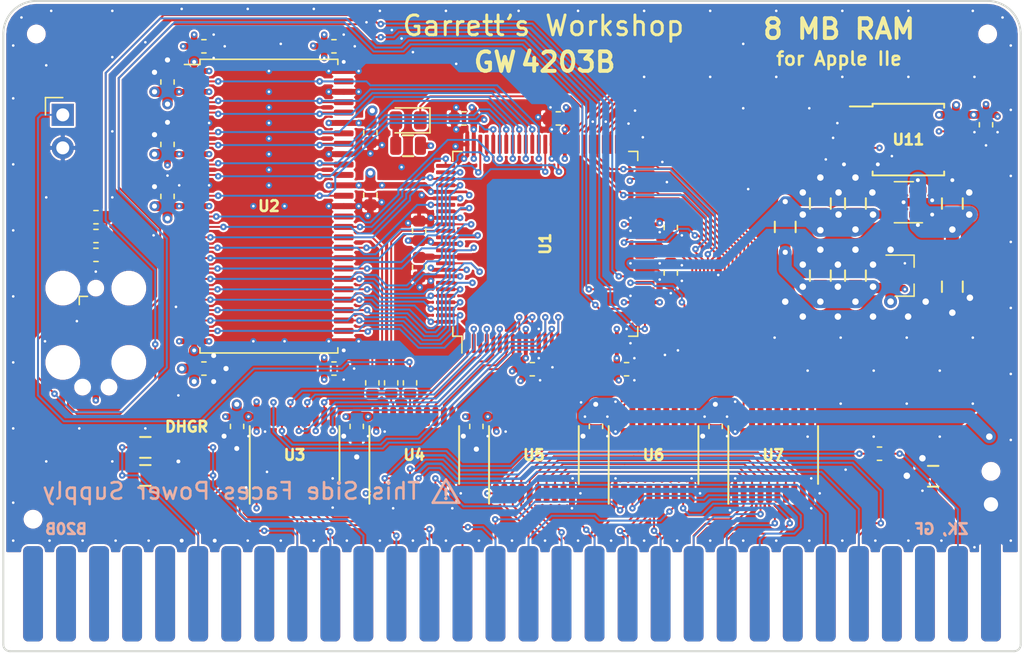
<source format=kicad_pcb>
(kicad_pcb (version 20171130) (host pcbnew "(5.1.10-1-10_14)")

  (general
    (thickness 1.6)
    (drawings 24)
    (tracks 2043)
    (zones 0)
    (modules 64)
    (nets 153)
  )

  (page A4)
  (title_block
    (title "GW4203B (RAM2E II) - LCMXO256 / LCMXO640")
    (date 2021-05-30)
    (rev 2.0)
    (company "Garrett's Workshop")
  )

  (layers
    (0 F.Cu signal)
    (1 In1.Cu signal)
    (2 In2.Cu signal)
    (31 B.Cu signal)
    (32 B.Adhes user)
    (33 F.Adhes user)
    (34 B.Paste user)
    (35 F.Paste user)
    (36 B.SilkS user)
    (37 F.SilkS user)
    (38 B.Mask user)
    (39 F.Mask user)
    (40 Dwgs.User user)
    (41 Cmts.User user)
    (42 Eco1.User user)
    (43 Eco2.User user)
    (44 Edge.Cuts user)
    (45 Margin user)
    (46 B.CrtYd user)
    (47 F.CrtYd user)
    (48 B.Fab user)
    (49 F.Fab user)
  )

  (setup
    (last_trace_width 0.15)
    (user_trace_width 0.2)
    (user_trace_width 0.25)
    (user_trace_width 0.3)
    (user_trace_width 0.35)
    (user_trace_width 0.4)
    (user_trace_width 0.45)
    (user_trace_width 0.5)
    (user_trace_width 0.6)
    (user_trace_width 0.65)
    (user_trace_width 0.8)
    (user_trace_width 1)
    (user_trace_width 1.27)
    (user_trace_width 1.524)
    (trace_clearance 0.15)
    (zone_clearance 0.1524)
    (zone_45_only no)
    (trace_min 0.15)
    (via_size 0.5)
    (via_drill 0.2)
    (via_min_size 0.5)
    (via_min_drill 0.2)
    (user_via 0.6 0.3)
    (user_via 0.8 0.4)
    (user_via 1 0.5)
    (user_via 1.524 0.762)
    (uvia_size 0.3)
    (uvia_drill 0.1)
    (uvias_allowed no)
    (uvia_min_size 0.2)
    (uvia_min_drill 0.1)
    (edge_width 0.15)
    (segment_width 0.1524)
    (pcb_text_width 0.3)
    (pcb_text_size 1.5 1.5)
    (mod_edge_width 0.15)
    (mod_text_size 1 1)
    (mod_text_width 0.15)
    (pad_size 1.475 0.3)
    (pad_drill 0)
    (pad_to_mask_clearance 0.05)
    (solder_mask_min_width 0.1)
    (pad_to_paste_clearance -0.0381)
    (aux_axis_origin 0 0)
    (visible_elements FFFFFF7F)
    (pcbplotparams
      (layerselection 0x010f8_ffffffff)
      (usegerberextensions true)
      (usegerberattributes false)
      (usegerberadvancedattributes false)
      (creategerberjobfile false)
      (excludeedgelayer true)
      (linewidth 0.100000)
      (plotframeref false)
      (viasonmask false)
      (mode 1)
      (useauxorigin false)
      (hpglpennumber 1)
      (hpglpenspeed 20)
      (hpglpendiameter 15.000000)
      (psnegative false)
      (psa4output false)
      (plotreference true)
      (plotvalue true)
      (plotinvisibletext false)
      (padsonsilk false)
      (subtractmaskfromsilk true)
      (outputformat 1)
      (mirror false)
      (drillshape 0)
      (scaleselection 1)
      (outputdirectory "gerber/"))
  )

  (net 0 "")
  (net 1 +5V)
  (net 2 GND)
  (net 3 /Vid7M)
  (net 4 /~SYNC~)
  (net 5 /~PRAS~)
  (net 6 /VC)
  (net 7 /~C07X~)
  (net 8 /~WNDW~)
  (net 9 /SEGA)
  (net 10 /ROMEN1)
  (net 11 /ROMEN2)
  (net 12 /MD7)
  (net 13 /MD6)
  (net 14 /MD5)
  (net 15 /MD4)
  (net 16 /PHI0)
  (net 17 /~CLRGAT~)
  (net 18 /~80VID~)
  (net 19 /~PCAS~)
  (net 20 /~LDPS~)
  (net 21 /R~W~80)
  (net 22 /PHI1)
  (net 23 /~CASEN~)
  (net 24 /MD3)
  (net 25 /MD2)
  (net 26 /MD1)
  (net 27 /MD0)
  (net 28 /H0)
  (net 29 /AN3)
  (net 30 /~EN80~)
  (net 31 /~ALTVID~)
  (net 32 /~SEROUT~)
  (net 33 /~ENVID~)
  (net 34 /R~W~)
  (net 35 /Q3)
  (net 36 /SEGB)
  (net 37 /~RA9~)
  (net 38 /~RA10~)
  (net 39 /GR)
  (net 40 /~ENTMG~)
  (net 41 /MA6)
  (net 42 /MA5)
  (net 43 /MA4)
  (net 44 /MA3)
  (net 45 /MA2)
  (net 46 /MA1)
  (net 47 /MA0)
  (net 48 /MA7)
  (net 49 /C7M)
  (net 50 /C14M)
  (net 51 /C3M58)
  (net 52 /VD0)
  (net 53 /VD1)
  (net 54 /VD2)
  (net 55 /VD3)
  (net 56 /VD4)
  (net 57 /VD5)
  (net 58 /VD6)
  (net 59 /VD7)
  (net 60 +3V3)
  (net 61 /TDI)
  (net 62 "Net-(J2-Pad8)")
  (net 63 /TMS)
  (net 64 /TDO)
  (net 65 /TCK)
  (net 66 /RD5)
  (net 67 /RD4)
  (net 68 /RD3)
  (net 69 /RD2)
  (net 70 /RD7)
  (net 71 /RD6)
  (net 72 /RD0)
  (net 73 /RD1)
  (net 74 /DQMH)
  (net 75 /~WE~)
  (net 76 /~CAS~)
  (net 77 /CKE)
  (net 78 /~RAS~)
  (net 79 /BA0)
  (net 80 /RA11)
  (net 81 /~CS~)
  (net 82 /BA1)
  (net 83 /RA9)
  (net 84 /RA10)
  (net 85 /RA8)
  (net 86 /RA0)
  (net 87 /RA7)
  (net 88 /RA1)
  (net 89 /RA6)
  (net 90 /RA4)
  (net 91 /RA3)
  (net 92 /~EN80~in)
  (net 93 /RA5)
  (net 94 /RA2)
  (net 95 /R~W~80in)
  (net 96 /Ain5)
  (net 97 /PHI1in)
  (net 98 /Ain6)
  (net 99 /DQML)
  (net 100 /~C07X~in)
  (net 101 /R~W~in)
  (net 102 /Ain0)
  (net 103 /Ain1)
  (net 104 /Ain2)
  (net 105 /Ain3)
  (net 106 /Ain4)
  (net 107 /Ain7)
  (net 108 /Din0)
  (net 109 /Din1)
  (net 110 /Din2)
  (net 111 /Din3)
  (net 112 /Din4)
  (net 113 /Din5)
  (net 114 /Din6)
  (net 115 /Din7)
  (net 116 /V~OE~)
  (net 117 /Vout7)
  (net 118 /Vout6)
  (net 119 /Vout5)
  (net 120 /Vout4)
  (net 121 /Vout3)
  (net 122 /Vout2)
  (net 123 /Vout1)
  (net 124 /Vout0)
  (net 125 /D~OE~)
  (net 126 /Dout0)
  (net 127 /Dout1)
  (net 128 /Dout2)
  (net 129 /Dout3)
  (net 130 /Dout4)
  (net 131 /Dout5)
  (net 132 /Dout6)
  (net 133 /Dout7)
  (net 134 /RCLK)
  (net 135 /ACLK)
  (net 136 "Net-(U4-Pad17)")
  (net 137 /~FRCTXT~)
  (net 138 "Net-(U9-Pad4)")
  (net 139 /C14MB)
  (net 140 "Net-(R3-Pad2)")
  (net 141 /C14MR)
  (net 142 +1V2)
  (net 143 /SCK)
  (net 144 /MOSI)
  (net 145 /MISO)
  (net 146 /S~CS~)
  (net 147 "Net-(J2-Pad10)")
  (net 148 "Net-(J2-Pad9)")
  (net 149 "Net-(R4-Pad2)")
  (net 150 /TCKr)
  (net 151 /LED)
  (net 152 "Net-(D1-Pad2)")

  (net_class Default "This is the default net class."
    (clearance 0.15)
    (trace_width 0.15)
    (via_dia 0.5)
    (via_drill 0.2)
    (uvia_dia 0.3)
    (uvia_drill 0.1)
    (add_net +1V2)
    (add_net +3V3)
    (add_net +5V)
    (add_net /ACLK)
    (add_net /AN3)
    (add_net /Ain0)
    (add_net /Ain1)
    (add_net /Ain2)
    (add_net /Ain3)
    (add_net /Ain4)
    (add_net /Ain5)
    (add_net /Ain6)
    (add_net /Ain7)
    (add_net /BA0)
    (add_net /BA1)
    (add_net /C14M)
    (add_net /C14MB)
    (add_net /C14MR)
    (add_net /C3M58)
    (add_net /C7M)
    (add_net /CKE)
    (add_net /DQMH)
    (add_net /DQML)
    (add_net /Din0)
    (add_net /Din1)
    (add_net /Din2)
    (add_net /Din3)
    (add_net /Din4)
    (add_net /Din5)
    (add_net /Din6)
    (add_net /Din7)
    (add_net /Dout0)
    (add_net /Dout1)
    (add_net /Dout2)
    (add_net /Dout3)
    (add_net /Dout4)
    (add_net /Dout5)
    (add_net /Dout6)
    (add_net /Dout7)
    (add_net /D~OE~)
    (add_net /GR)
    (add_net /H0)
    (add_net /LED)
    (add_net /MA0)
    (add_net /MA1)
    (add_net /MA2)
    (add_net /MA3)
    (add_net /MA4)
    (add_net /MA5)
    (add_net /MA6)
    (add_net /MA7)
    (add_net /MD0)
    (add_net /MD1)
    (add_net /MD2)
    (add_net /MD3)
    (add_net /MD4)
    (add_net /MD5)
    (add_net /MD6)
    (add_net /MD7)
    (add_net /MISO)
    (add_net /MOSI)
    (add_net /PHI0)
    (add_net /PHI1)
    (add_net /PHI1in)
    (add_net /Q3)
    (add_net /RA0)
    (add_net /RA1)
    (add_net /RA10)
    (add_net /RA11)
    (add_net /RA2)
    (add_net /RA3)
    (add_net /RA4)
    (add_net /RA5)
    (add_net /RA6)
    (add_net /RA7)
    (add_net /RA8)
    (add_net /RA9)
    (add_net /RCLK)
    (add_net /RD0)
    (add_net /RD1)
    (add_net /RD2)
    (add_net /RD3)
    (add_net /RD4)
    (add_net /RD5)
    (add_net /RD6)
    (add_net /RD7)
    (add_net /ROMEN1)
    (add_net /ROMEN2)
    (add_net /R~W~)
    (add_net /R~W~80)
    (add_net /R~W~80in)
    (add_net /R~W~in)
    (add_net /SCK)
    (add_net /SEGA)
    (add_net /SEGB)
    (add_net /S~CS~)
    (add_net /TCK)
    (add_net /TCKr)
    (add_net /TDI)
    (add_net /TDO)
    (add_net /TMS)
    (add_net /VC)
    (add_net /VD0)
    (add_net /VD1)
    (add_net /VD2)
    (add_net /VD3)
    (add_net /VD4)
    (add_net /VD5)
    (add_net /VD6)
    (add_net /VD7)
    (add_net /Vid7M)
    (add_net /Vout0)
    (add_net /Vout1)
    (add_net /Vout2)
    (add_net /Vout3)
    (add_net /Vout4)
    (add_net /Vout5)
    (add_net /Vout6)
    (add_net /Vout7)
    (add_net /V~OE~)
    (add_net /~80VID~)
    (add_net /~ALTVID~)
    (add_net /~C07X~)
    (add_net /~C07X~in)
    (add_net /~CASEN~)
    (add_net /~CAS~)
    (add_net /~CLRGAT~)
    (add_net /~CS~)
    (add_net /~EN80~)
    (add_net /~EN80~in)
    (add_net /~ENTMG~)
    (add_net /~ENVID~)
    (add_net /~FRCTXT~)
    (add_net /~LDPS~)
    (add_net /~PCAS~)
    (add_net /~PRAS~)
    (add_net /~RA10~)
    (add_net /~RA9~)
    (add_net /~RAS~)
    (add_net /~SEROUT~)
    (add_net /~SYNC~)
    (add_net /~WE~)
    (add_net /~WNDW~)
    (add_net GND)
    (add_net "Net-(D1-Pad2)")
    (add_net "Net-(J2-Pad10)")
    (add_net "Net-(J2-Pad8)")
    (add_net "Net-(J2-Pad9)")
    (add_net "Net-(R3-Pad2)")
    (add_net "Net-(R4-Pad2)")
    (add_net "Net-(U4-Pad17)")
    (add_net "Net-(U9-Pad4)")
  )

  (module stdpads:LED_0805 (layer F.Cu) (tedit 602BA8A8) (tstamp 60AB5AD1)
    (at 229.5 98.85 180)
    (descr "LED SMD 0805 (2012 Metric), square (rectangular) end terminal, IPC_7351 nominal, (Body size source: https://docs.google.com/spreadsheets/d/1BsfQQcO9C6DZCsRaXUlFlo91Tg2WpOkGARC1WS5S8t0/edit?usp=sharing), generated with kicad-footprint-generator")
    (tags diode)
    (path /60AD3DB0)
    (attr smd)
    (fp_text reference D1 (at 0 -0.2) (layer F.Fab)
      (effects (font (size 0.254 0.254) (thickness 0.0635)))
    )
    (fp_text value White (at 0 0.2) (layer F.Fab)
      (effects (font (size 0.254 0.254) (thickness 0.0635)))
    )
    (fp_line (start 1 -0.6) (end -0.7 -0.6) (layer F.Fab) (width 0.1))
    (fp_line (start -0.7 -0.6) (end -1 -0.3) (layer F.Fab) (width 0.1))
    (fp_line (start -1 -0.3) (end -1 0.6) (layer F.Fab) (width 0.1))
    (fp_line (start -1 0.6) (end 1 0.6) (layer F.Fab) (width 0.1))
    (fp_line (start 1 0.6) (end 1 -0.6) (layer F.Fab) (width 0.1))
    (fp_line (start 1 -0.96) (end -1.685 -0.96) (layer F.SilkS) (width 0.12))
    (fp_line (start -1.685 -0.96) (end -1.685 0.96) (layer F.SilkS) (width 0.12))
    (fp_line (start -1.685 0.96) (end 1 0.96) (layer F.SilkS) (width 0.12))
    (fp_line (start -1.68 0.95) (end -1.68 -0.95) (layer F.CrtYd) (width 0.05))
    (fp_line (start -1.68 -0.95) (end 1.68 -0.95) (layer F.CrtYd) (width 0.05))
    (fp_line (start 1.68 -0.95) (end 1.68 0.95) (layer F.CrtYd) (width 0.05))
    (fp_line (start 1.68 0.95) (end -1.68 0.95) (layer F.CrtYd) (width 0.05))
    (pad 2 smd roundrect (at 0.9375 0 180) (size 0.975 1.4) (layers F.Cu F.Paste F.Mask) (roundrect_rratio 0.25)
      (net 152 "Net-(D1-Pad2)"))
    (pad 1 smd roundrect (at -0.9375 0 180) (size 0.975 1.4) (layers F.Cu F.Paste F.Mask) (roundrect_rratio 0.25)
      (net 151 /LED))
    (model ${KISYS3DMOD}/LED_SMD.3dshapes/LED_0805_2012Metric.wrl
      (at (xyz 0 0 0))
      (scale (xyz 1 1 1))
      (rotate (xyz 0 0 0))
    )
  )

  (module stdpads:R_0805 (layer F.Cu) (tedit 5F027DD1) (tstamp 60AB5AC1)
    (at 229.5 100.8)
    (tags resistor)
    (path /60AD2464)
    (solder_mask_margin 0.05)
    (solder_paste_margin -0.025)
    (attr smd)
    (fp_text reference R10 (at 0 0) (layer F.Fab)
      (effects (font (size 0.254 0.254) (thickness 0.0635)))
    )
    (fp_text value 180 (at 0 0.35) (layer F.Fab)
      (effects (font (size 0.254 0.254) (thickness 0.0635)))
    )
    (fp_line (start -1 0.625) (end -1 -0.625) (layer F.Fab) (width 0.1))
    (fp_line (start -1 -0.625) (end 1 -0.625) (layer F.Fab) (width 0.1))
    (fp_line (start 1 -0.625) (end 1 0.625) (layer F.Fab) (width 0.1))
    (fp_line (start 1 0.625) (end -1 0.625) (layer F.Fab) (width 0.1))
    (fp_line (start -0.4064 -0.8) (end 0.4064 -0.8) (layer F.SilkS) (width 0.1524))
    (fp_line (start -0.4064 0.8) (end 0.4064 0.8) (layer F.SilkS) (width 0.1524))
    (fp_line (start -1.7 1) (end -1.7 -1) (layer F.CrtYd) (width 0.05))
    (fp_line (start -1.7 -1) (end 1.7 -1) (layer F.CrtYd) (width 0.05))
    (fp_line (start 1.7 -1) (end 1.7 1) (layer F.CrtYd) (width 0.05))
    (fp_line (start 1.7 1) (end -1.7 1) (layer F.CrtYd) (width 0.05))
    (fp_text user %R (at 0 0 180) (layer F.SilkS) hide
      (effects (font (size 0.254 0.254) (thickness 0.0635)))
    )
    (pad 2 smd roundrect (at 0.95 0) (size 0.85 1.4) (layers F.Cu F.Paste F.Mask) (roundrect_rratio 0.25)
      (net 60 +3V3))
    (pad 1 smd roundrect (at -0.95 0) (size 0.85 1.4) (layers F.Cu F.Paste F.Mask) (roundrect_rratio 0.25)
      (net 152 "Net-(D1-Pad2)"))
    (model ${KISYS3DMOD}/Resistor_SMD.3dshapes/R_0805_2012Metric.wrl
      (at (xyz 0 0 0))
      (scale (xyz 1 1 1))
      (rotate (xyz 0 0 0))
    )
  )

  (module stdpads:TC2050 (layer F.Cu) (tedit 5F1BC96E) (tstamp 5E8E90DE)
    (at 205.486 115.57 270)
    (descr "Tag-Connect programming header; http://www.tag-connect.com/Materials/TC2050-IDC-430%20Datasheet.pdf")
    (tags "tag connect programming header pogo pins")
    (path /5EC5BECD)
    (attr virtual)
    (fp_text reference J2 (at 0 0 90) (layer F.Fab)
      (effects (font (size 0.508 0.508) (thickness 0.127)))
    )
    (fp_text value JTAG (at 0 0.635 90) (layer F.Fab)
      (effects (font (size 0.381 0.381) (thickness 0.09525)))
    )
    (fp_line (start -3.175 1.27) (end -3.175 0.635) (layer F.SilkS) (width 0.12))
    (fp_line (start -2.54 1.27) (end -3.175 1.27) (layer F.SilkS) (width 0.12))
    (fp_line (start -5.5 4.25) (end -5.5 -4.25) (layer F.CrtYd) (width 0.05))
    (fp_line (start 4.75 4.25) (end -5.5 4.25) (layer F.CrtYd) (width 0.05))
    (fp_line (start 4.75 -4.25) (end 4.75 4.25) (layer F.CrtYd) (width 0.05))
    (fp_line (start -5.5 -4.25) (end 4.75 -4.25) (layer F.CrtYd) (width 0.05))
    (fp_line (start -2.54 0.635) (end -2.54 -0.635) (layer Dwgs.User) (width 0.1))
    (fp_line (start 2.54 0.635) (end -2.54 0.635) (layer Dwgs.User) (width 0.1))
    (fp_line (start 2.54 -0.635) (end 2.54 0.635) (layer Dwgs.User) (width 0.1))
    (fp_line (start -2.54 -0.635) (end 2.54 -0.635) (layer Dwgs.User) (width 0.1))
    (fp_line (start -2.54 0.635) (end -1.27 -0.635) (layer Dwgs.User) (width 0.1))
    (fp_line (start -2.54 0) (end -1.905 -0.635) (layer Dwgs.User) (width 0.1))
    (fp_line (start -1.905 0.635) (end -0.635 -0.635) (layer Dwgs.User) (width 0.1))
    (fp_line (start -1.27 0.635) (end 0 -0.635) (layer Dwgs.User) (width 0.1))
    (fp_line (start 1.905 0.635) (end 2.54 0) (layer Dwgs.User) (width 0.1))
    (fp_line (start -0.635 0.635) (end 0.635 -0.635) (layer Dwgs.User) (width 0.1))
    (fp_line (start 0 0.635) (end 1.27 -0.635) (layer Dwgs.User) (width 0.1))
    (fp_line (start 0.635 0.635) (end 1.905 -0.635) (layer Dwgs.User) (width 0.1))
    (fp_line (start 1.27 0.635) (end 2.54 -0.635) (layer Dwgs.User) (width 0.1))
    (fp_line (start -2.921 -1.016) (end 2.921 -1.016) (layer F.Fab) (width 0.12))
    (fp_line (start 2.921 -1.016) (end 2.921 1.016) (layer F.Fab) (width 0.12))
    (fp_line (start 2.921 1.016) (end -2.921 1.016) (layer F.Fab) (width 0.12))
    (fp_line (start -2.921 1.016) (end -2.921 -1.016) (layer F.Fab) (width 0.12))
    (fp_text user KEEPOUT (at 0 0 90) (layer Cmts.User)
      (effects (font (size 0.4 0.4) (thickness 0.07)))
    )
    (pad "" np_thru_hole circle (at 1.905 -2.54 270) (size 2.3749 2.3749) (drill 2.3749) (layers *.Cu *.Mask))
    (pad "" np_thru_hole circle (at 1.905 2.54 270) (size 2.3749 2.3749) (drill 2.3749) (layers *.Cu *.Mask))
    (pad "" np_thru_hole circle (at -3.81 2.54 270) (size 2.3749 2.3749) (drill 2.3749) (layers *.Cu *.Mask))
    (pad "" np_thru_hole circle (at -3.81 -2.54 270) (size 2.3749 2.3749) (drill 2.3749) (layers *.Cu *.Mask))
    (pad 10 connect circle (at -2.54 -0.635 270) (size 0.7874 0.7874) (layers F.Cu F.Mask)
      (net 147 "Net-(J2-Pad10)"))
    (pad 9 connect circle (at -1.27 -0.635 270) (size 0.7874 0.7874) (layers F.Cu F.Mask)
      (net 148 "Net-(J2-Pad9)"))
    (pad 8 connect circle (at 0 -0.635 270) (size 0.7874 0.7874) (layers F.Cu F.Mask)
      (net 62 "Net-(J2-Pad8)"))
    (pad 7 connect circle (at 1.27 -0.635 270) (size 0.7874 0.7874) (layers F.Cu F.Mask)
      (net 64 /TDO))
    (pad 6 connect circle (at 2.54 -0.635 270) (size 0.7874 0.7874) (layers F.Cu F.Mask)
      (net 60 +3V3))
    (pad 5 connect circle (at 2.54 0.635 270) (size 0.7874 0.7874) (layers F.Cu F.Mask)
      (net 61 /TDI))
    (pad 4 connect circle (at 1.27 0.635 270) (size 0.7874 0.7874) (layers F.Cu F.Mask)
      (net 2 GND))
    (pad 3 connect circle (at 0 0.635 270) (size 0.7874 0.7874) (layers F.Cu F.Mask)
      (net 63 /TMS))
    (pad 2 connect circle (at -1.27 0.635 270) (size 0.7874 0.7874) (layers F.Cu F.Mask)
      (net 2 GND))
    (pad 1 connect circle (at -2.54 0.635 270) (size 0.7874 0.7874) (layers F.Cu F.Mask)
      (net 65 /TCK))
    (pad "" np_thru_hole circle (at -3.81 0 270) (size 0.9906 0.9906) (drill 0.9906) (layers *.Cu *.Mask))
    (pad "" np_thru_hole circle (at 3.81 1.016 270) (size 0.9906 0.9906) (drill 0.9906) (layers *.Cu *.Mask))
    (pad "" np_thru_hole circle (at 3.81 -1.016 270) (size 0.9906 0.9906) (drill 0.9906) (layers *.Cu *.Mask))
  )

  (module stdpads:C_0603 (layer F.Cu) (tedit 5EE29C36) (tstamp 5E7137A0)
    (at 234.75 122.4 270)
    (tags capacitor)
    (path /5FDCD964)
    (solder_mask_margin 0.05)
    (solder_paste_margin -0.04)
    (attr smd)
    (fp_text reference C9 (at 0 0 90) (layer F.Fab)
      (effects (font (size 0.254 0.254) (thickness 0.0635)))
    )
    (fp_text value 2u2 (at 0 0.25 90) (layer F.Fab)
      (effects (font (size 0.127 0.127) (thickness 0.03175)))
    )
    (fp_line (start -0.8 0.4) (end -0.8 -0.4) (layer F.Fab) (width 0.1))
    (fp_line (start -0.8 -0.4) (end 0.8 -0.4) (layer F.Fab) (width 0.1))
    (fp_line (start 0.8 -0.4) (end 0.8 0.4) (layer F.Fab) (width 0.1))
    (fp_line (start 0.8 0.4) (end -0.8 0.4) (layer F.Fab) (width 0.1))
    (fp_line (start -0.162779 -0.51) (end 0.162779 -0.51) (layer F.SilkS) (width 0.12))
    (fp_line (start -0.162779 0.51) (end 0.162779 0.51) (layer F.SilkS) (width 0.12))
    (fp_line (start -1.4 0.7) (end -1.4 -0.7) (layer F.CrtYd) (width 0.05))
    (fp_line (start -1.4 -0.7) (end 1.4 -0.7) (layer F.CrtYd) (width 0.05))
    (fp_line (start 1.4 -0.7) (end 1.4 0.7) (layer F.CrtYd) (width 0.05))
    (fp_line (start 1.4 0.7) (end -1.4 0.7) (layer F.CrtYd) (width 0.05))
    (fp_text user %R (at 0 0 90) (layer F.SilkS) hide
      (effects (font (size 0.254 0.254) (thickness 0.0635)))
    )
    (pad 2 smd roundrect (at 0.75 0 270) (size 0.85 0.95) (layers F.Cu F.Paste F.Mask) (roundrect_rratio 0.25)
      (net 2 GND))
    (pad 1 smd roundrect (at -0.75 0 270) (size 0.85 0.95) (layers F.Cu F.Paste F.Mask) (roundrect_rratio 0.25)
      (net 60 +3V3))
    (model ${KISYS3DMOD}/Capacitor_SMD.3dshapes/C_0603_1608Metric.wrl
      (at (xyz 0 0 0))
      (scale (xyz 1 1 1))
      (rotate (xyz 0 0 0))
    )
  )

  (module stdpads:SOT-23-5 (layer F.Cu) (tedit 5F627B8F) (tstamp 5F5BBF24)
    (at 267.65 105.15)
    (tags SOT-23-5)
    (path /5F6DD402)
    (solder_mask_margin 0.05)
    (solder_paste_margin -0.05)
    (attr smd)
    (fp_text reference U9 (at 0 0 270) (layer F.Fab)
      (effects (font (size 0.381 0.381) (thickness 0.09525)))
    )
    (fp_text value AP2127K-1.2TRG1 (at -0.4 0 270) (layer F.Fab)
      (effects (font (size 0.127 0.127) (thickness 0.03175)))
    )
    (fp_line (start -0.76 -1.58) (end 0.7 -1.58) (layer F.SilkS) (width 0.12))
    (fp_line (start -0.76 1.58) (end 1.4 1.58) (layer F.SilkS) (width 0.12))
    (fp_line (start 2 -1.8) (end 2 1.8) (layer F.CrtYd) (width 0.05))
    (fp_line (start -2 -1.8) (end 2 -1.8) (layer F.CrtYd) (width 0.05))
    (fp_line (start -2 1.8) (end -2 -1.8) (layer F.CrtYd) (width 0.05))
    (fp_line (start 2 1.8) (end -2 1.8) (layer F.CrtYd) (width 0.05))
    (fp_line (start 0.7 -1.52) (end -0.7 -1.52) (layer F.Fab) (width 0.1))
    (fp_line (start -0.7 1.52) (end -0.7 -1.52) (layer F.Fab) (width 0.1))
    (fp_line (start 0.7 0.95) (end 0.15 1.52) (layer F.Fab) (width 0.1))
    (fp_line (start 0.15 1.52) (end -0.7 1.52) (layer F.Fab) (width 0.1))
    (fp_line (start 0.7 0.95) (end 0.7 -1.5) (layer F.Fab) (width 0.1))
    (pad 1 smd roundrect (at 1.05 0.95 180) (size 1.35 0.65) (layers F.Cu F.Paste F.Mask) (roundrect_rratio 0.25)
      (net 1 +5V))
    (pad 3 smd roundrect (at 1.05 -0.95 180) (size 1.35 0.65) (layers F.Cu F.Paste F.Mask) (roundrect_rratio 0.25)
      (net 1 +5V))
    (pad 2 smd roundrect (at 1.05 0 180) (size 1.35 0.65) (layers F.Cu F.Paste F.Mask) (roundrect_rratio 0.25)
      (net 2 GND))
    (pad 5 smd roundrect (at -1.05 0.95 180) (size 1.35 0.65) (layers F.Cu F.Paste F.Mask) (roundrect_rratio 0.25)
      (net 142 +1V2))
    (pad 4 smd roundrect (at -1.05 -0.95 180) (size 1.35 0.65) (layers F.Cu F.Paste F.Mask) (roundrect_rratio 0.25)
      (net 138 "Net-(U9-Pad4)"))
    (model ${KISYS3DMOD}/Package_TO_SOT_SMD.3dshapes/SOT-23-5.wrl
      (at (xyz 0 0 0))
      (scale (xyz 1 1 1))
      (rotate (xyz 0 0 180))
    )
  )

  (module stdpads:TQFP-100_14x14mm_P0.5mm (layer F.Cu) (tedit 60929621) (tstamp 6092B2D0)
    (at 240.05 108.35)
    (descr "TQFP, 100 Pin (http://www.microsemi.com/index.php?option=com_docman&task=doc_download&gid=131095), generated with kicad-footprint-generator ipc_gullwing_generator.py")
    (tags "TQFP QFP")
    (path /627ADA3D)
    (solder_mask_margin 0.024)
    (solder_paste_margin -0.035)
    (attr smd)
    (fp_text reference U1 (at 0 0 90) (layer F.Fab)
      (effects (font (size 0.8128 0.8128) (thickness 0.2032)))
    )
    (fp_text value LCMXO256-TN100 (at 1.05 0 90) (layer F.Fab)
      (effects (font (size 0.508 0.508) (thickness 0.127)))
    )
    (fp_line (start 7.11 -6.41) (end 7.11 -7.11) (layer F.SilkS) (width 0.12))
    (fp_line (start 7.11 -7.11) (end 6.41 -7.11) (layer F.SilkS) (width 0.12))
    (fp_line (start 7.11 6.41) (end 7.11 7.11) (layer F.SilkS) (width 0.12))
    (fp_line (start 7.11 7.11) (end 6.41 7.11) (layer F.SilkS) (width 0.12))
    (fp_line (start -7.11 -6.41) (end -7.11 -7.11) (layer F.SilkS) (width 0.12))
    (fp_line (start -7.11 -7.11) (end -6.41 -7.11) (layer F.SilkS) (width 0.12))
    (fp_line (start -7.11 6.41) (end -7.11 7.11) (layer F.SilkS) (width 0.12))
    (fp_line (start -7.11 7.11) (end -6.41 7.11) (layer F.SilkS) (width 0.12))
    (fp_line (start -6.41 7.11) (end -6.41 8.4) (layer F.SilkS) (width 0.12))
    (fp_line (start -7 6) (end -7 -7) (layer F.Fab) (width 0.1))
    (fp_line (start -7 -7) (end 7 -7) (layer F.Fab) (width 0.1))
    (fp_line (start 7 -7) (end 7 7) (layer F.Fab) (width 0.1))
    (fp_line (start 7 7) (end -6 7) (layer F.Fab) (width 0.1))
    (fp_line (start -6 7) (end -7 6) (layer F.Fab) (width 0.1))
    (fp_line (start -8.65 0) (end -8.65 6.4) (layer F.CrtYd) (width 0.05))
    (fp_line (start -8.65 6.4) (end -7.25 6.4) (layer F.CrtYd) (width 0.05))
    (fp_line (start -7.25 6.4) (end -7.25 7.25) (layer F.CrtYd) (width 0.05))
    (fp_line (start -7.25 7.25) (end -6.4 7.25) (layer F.CrtYd) (width 0.05))
    (fp_line (start -6.4 7.25) (end -6.4 8.65) (layer F.CrtYd) (width 0.05))
    (fp_line (start -6.4 8.65) (end 0 8.65) (layer F.CrtYd) (width 0.05))
    (fp_line (start -8.65 0) (end -8.65 -6.4) (layer F.CrtYd) (width 0.05))
    (fp_line (start -8.65 -6.4) (end -7.25 -6.4) (layer F.CrtYd) (width 0.05))
    (fp_line (start -7.25 -6.4) (end -7.25 -7.25) (layer F.CrtYd) (width 0.05))
    (fp_line (start -7.25 -7.25) (end -6.4 -7.25) (layer F.CrtYd) (width 0.05))
    (fp_line (start -6.4 -7.25) (end -6.4 -8.65) (layer F.CrtYd) (width 0.05))
    (fp_line (start -6.4 -8.65) (end 0 -8.65) (layer F.CrtYd) (width 0.05))
    (fp_line (start 8.65 0) (end 8.65 6.4) (layer F.CrtYd) (width 0.05))
    (fp_line (start 8.65 6.4) (end 7.25 6.4) (layer F.CrtYd) (width 0.05))
    (fp_line (start 7.25 6.4) (end 7.25 7.25) (layer F.CrtYd) (width 0.05))
    (fp_line (start 7.25 7.25) (end 6.4 7.25) (layer F.CrtYd) (width 0.05))
    (fp_line (start 6.4 7.25) (end 6.4 8.65) (layer F.CrtYd) (width 0.05))
    (fp_line (start 6.4 8.65) (end 0 8.65) (layer F.CrtYd) (width 0.05))
    (fp_line (start 8.65 0) (end 8.65 -6.4) (layer F.CrtYd) (width 0.05))
    (fp_line (start 8.65 -6.4) (end 7.25 -6.4) (layer F.CrtYd) (width 0.05))
    (fp_line (start 7.25 -6.4) (end 7.25 -7.25) (layer F.CrtYd) (width 0.05))
    (fp_line (start 7.25 -7.25) (end 6.4 -7.25) (layer F.CrtYd) (width 0.05))
    (fp_line (start 6.4 -7.25) (end 6.4 -8.65) (layer F.CrtYd) (width 0.05))
    (fp_line (start 6.4 -8.65) (end 0 -8.65) (layer F.CrtYd) (width 0.05))
    (fp_text user %R (at 0 0 90) (layer F.SilkS)
      (effects (font (size 0.8128 0.8128) (thickness 0.2032)))
    )
    (pad 100 smd roundrect (at -7.6625 6 90) (size 0.3 1.475) (layers F.Cu F.Paste F.Mask) (roundrect_rratio 0.25)
      (net 87 /RA7))
    (pad 99 smd roundrect (at -7.6625 5.5 90) (size 0.3 1.475) (layers F.Cu F.Paste F.Mask) (roundrect_rratio 0.25)
      (net 90 /RA4))
    (pad 98 smd roundrect (at -7.6625 5 90) (size 0.3 1.475) (layers F.Cu F.Paste F.Mask) (roundrect_rratio 0.25)
      (net 86 /RA0))
    (pad 97 smd roundrect (at -7.6625 4.5 90) (size 0.3 1.475) (layers F.Cu F.Paste F.Mask) (roundrect_rratio 0.25)
      (net 91 /RA3))
    (pad 96 smd roundrect (at -7.6625 4 90) (size 0.3 1.475) (layers F.Cu F.Paste F.Mask) (roundrect_rratio 0.25)
      (net 85 /RA8))
    (pad 95 smd roundrect (at -7.6625 3.5 90) (size 0.3 1.475) (layers F.Cu F.Paste F.Mask) (roundrect_rratio 0.25)
      (net 93 /RA5))
    (pad 94 smd roundrect (at -7.6625 3 90) (size 0.3 1.475) (layers F.Cu F.Paste F.Mask) (roundrect_rratio 0.25)
      (net 94 /RA2))
    (pad 93 smd roundrect (at -7.6625 2.5 90) (size 0.3 1.475) (layers F.Cu F.Paste F.Mask) (roundrect_rratio 0.25)
      (net 2 GND))
    (pad 92 smd roundrect (at -7.6625 2 90) (size 0.3 1.475) (layers F.Cu F.Paste F.Mask) (roundrect_rratio 0.25)
      (net 60 +3V3))
    (pad 91 smd roundrect (at -7.6625 1.5 90) (size 0.3 1.475) (layers F.Cu F.Paste F.Mask) (roundrect_rratio 0.25)
      (net 89 /RA6))
    (pad 90 smd roundrect (at -7.6625 1 90) (size 0.3 1.475) (layers F.Cu F.Paste F.Mask) (roundrect_rratio 0.25)
      (net 142 +1V2))
    (pad 89 smd roundrect (at -7.6625 0.5 90) (size 0.3 1.475) (layers F.Cu F.Paste F.Mask) (roundrect_rratio 0.25)
      (net 88 /RA1))
    (pad 88 smd roundrect (at -7.6625 0 90) (size 0.3 1.475) (layers F.Cu F.Paste F.Mask) (roundrect_rratio 0.25)
      (net 60 +3V3))
    (pad 87 smd roundrect (at -7.6625 -0.5 90) (size 0.3 1.475) (layers F.Cu F.Paste F.Mask) (roundrect_rratio 0.25)
      (net 84 /RA10))
    (pad 86 smd roundrect (at -7.6625 -1 90) (size 0.3 1.475) (layers F.Cu F.Paste F.Mask) (roundrect_rratio 0.25)
      (net 135 /ACLK))
    (pad 85 smd roundrect (at -7.6625 -1.5 90) (size 0.3 1.475) (layers F.Cu F.Paste F.Mask) (roundrect_rratio 0.25)
      (net 83 /RA9))
    (pad 84 smd roundrect (at -7.6625 -2 90) (size 0.3 1.475) (layers F.Cu F.Paste F.Mask) (roundrect_rratio 0.25)
      (net 2 GND))
    (pad 83 smd roundrect (at -7.6625 -2.5 90) (size 0.3 1.475) (layers F.Cu F.Paste F.Mask) (roundrect_rratio 0.25)
      (net 82 /BA1))
    (pad 82 smd roundrect (at -7.6625 -3 90) (size 0.3 1.475) (layers F.Cu F.Paste F.Mask) (roundrect_rratio 0.25)
      (net 77 /CKE))
    (pad 81 smd roundrect (at -7.6625 -3.5 90) (size 0.3 1.475) (layers F.Cu F.Paste F.Mask) (roundrect_rratio 0.25)
      (net 2 GND))
    (pad 80 smd roundrect (at -7.6625 -4 90) (size 0.3 1.475) (layers F.Cu F.Paste F.Mask) (roundrect_rratio 0.25)
      (net 60 +3V3))
    (pad 79 smd roundrect (at -7.6625 -4.5 90) (size 0.3 1.475) (layers F.Cu F.Paste F.Mask) (roundrect_rratio 0.25)
      (net 80 /RA11))
    (pad 78 smd roundrect (at -7.6625 -5 90) (size 0.3 1.475) (layers F.Cu F.Paste F.Mask) (roundrect_rratio 0.25)
      (net 75 /~WE~))
    (pad 77 smd roundrect (at -7.6625 -5.5 90) (size 0.3 1.475) (layers F.Cu F.Paste F.Mask) (roundrect_rratio 0.25)
      (net 81 /~CS~))
    (pad 76 smd roundrect (at -7.6625 -6 90) (size 0.3 1.475) (layers F.Cu F.Paste F.Mask) (roundrect_rratio 0.25)
      (net 74 /DQMH))
    (pad 75 smd roundrect (at -6 -7.6625 90) (size 1.475 0.3) (layers F.Cu F.Paste F.Mask) (roundrect_rratio 0.25)
      (net 2 GND))
    (pad 74 smd roundrect (at -5.5 -7.6625 90) (size 1.475 0.3) (layers F.Cu F.Paste F.Mask) (roundrect_rratio 0.25)
      (net 60 +3V3))
    (pad 73 smd roundrect (at -5 -7.6625 90) (size 1.475 0.3) (layers F.Cu F.Paste F.Mask) (roundrect_rratio 0.25)
      (net 78 /~RAS~))
    (pad 72 smd roundrect (at -4.5 -7.6625 90) (size 1.475 0.3) (layers F.Cu F.Paste F.Mask) (roundrect_rratio 0.25)
      (net 76 /~CAS~))
    (pad 71 smd roundrect (at -4 -7.6625 90) (size 1.475 0.3) (layers F.Cu F.Paste F.Mask) (roundrect_rratio 0.25)
      (net 70 /RD7))
    (pad 70 smd roundrect (at -3.5 -7.6625 90) (size 1.475 0.3) (layers F.Cu F.Paste F.Mask) (roundrect_rratio 0.25)
      (net 71 /RD6))
    (pad 69 smd roundrect (at -3 -7.6625 90) (size 1.475 0.3) (layers F.Cu F.Paste F.Mask) (roundrect_rratio 0.25)
      (net 66 /RD5))
    (pad 68 smd roundrect (at -2.5 -7.6625 90) (size 1.475 0.3) (layers F.Cu F.Paste F.Mask) (roundrect_rratio 0.25)
      (net 67 /RD4))
    (pad 67 smd roundrect (at -2 -7.6625 90) (size 1.475 0.3) (layers F.Cu F.Paste F.Mask) (roundrect_rratio 0.25)
      (net 68 /RD3))
    (pad 66 smd roundrect (at -1.5 -7.6625 90) (size 1.475 0.3) (layers F.Cu F.Paste F.Mask) (roundrect_rratio 0.25)
      (net 69 /RD2))
    (pad 65 smd roundrect (at -1 -7.6625 90) (size 1.475 0.3) (layers F.Cu F.Paste F.Mask) (roundrect_rratio 0.25)
      (net 73 /RD1))
    (pad 64 smd roundrect (at -0.5 -7.6625 90) (size 1.475 0.3) (layers F.Cu F.Paste F.Mask) (roundrect_rratio 0.25)
      (net 72 /RD0))
    (pad 63 smd roundrect (at 0 -7.6625 90) (size 1.475 0.3) (layers F.Cu F.Paste F.Mask) (roundrect_rratio 0.25)
      (net 79 /BA0))
    (pad 62 smd roundrect (at 0.5 -7.6625 90) (size 1.475 0.3) (layers F.Cu F.Paste F.Mask) (roundrect_rratio 0.25)
      (net 2 GND))
    (pad 61 smd roundrect (at 1 -7.6625 90) (size 1.475 0.3) (layers F.Cu F.Paste F.Mask) (roundrect_rratio 0.25)
      (net 99 /DQML))
    (pad 60 smd roundrect (at 1.5 -7.6625 90) (size 1.475 0.3) (layers F.Cu F.Paste F.Mask) (roundrect_rratio 0.25)
      (net 60 +3V3))
    (pad 59 smd roundrect (at 2 -7.6625 90) (size 1.475 0.3) (layers F.Cu F.Paste F.Mask) (roundrect_rratio 0.25)
      (net 151 /LED))
    (pad 58 smd roundrect (at 2.5 -7.6625 90) (size 1.475 0.3) (layers F.Cu F.Paste F.Mask) (roundrect_rratio 0.25)
      (net 146 /S~CS~))
    (pad 57 smd roundrect (at 3 -7.6625 90) (size 1.475 0.3) (layers F.Cu F.Paste F.Mask) (roundrect_rratio 0.25)
      (net 122 /Vout2))
    (pad 56 smd roundrect (at 3.5 -7.6625 90) (size 1.475 0.3) (layers F.Cu F.Paste F.Mask) (roundrect_rratio 0.25)
      (net 145 /MISO))
    (pad 55 smd roundrect (at 4 -7.6625 90) (size 1.475 0.3) (layers F.Cu F.Paste F.Mask) (roundrect_rratio 0.25)
      (net 124 /Vout0))
    (pad 54 smd roundrect (at 4.5 -7.6625 90) (size 1.475 0.3) (layers F.Cu F.Paste F.Mask) (roundrect_rratio 0.25)
      (net 143 /SCK))
    (pad 53 smd roundrect (at 5 -7.6625 90) (size 1.475 0.3) (layers F.Cu F.Paste F.Mask) (roundrect_rratio 0.25)
      (net 144 /MOSI))
    (pad 52 smd roundrect (at 5.5 -7.6625 90) (size 1.475 0.3) (layers F.Cu F.Paste F.Mask) (roundrect_rratio 0.25)
      (net 133 /Dout7))
    (pad 51 smd roundrect (at 6 -7.6625 90) (size 1.475 0.3) (layers F.Cu F.Paste F.Mask) (roundrect_rratio 0.25)
      (net 132 /Dout6))
    (pad 50 smd roundrect (at 7.6625 -6 90) (size 0.3 1.475) (layers F.Cu F.Paste F.Mask) (roundrect_rratio 0.25)
      (net 126 /Dout0))
    (pad 49 smd roundrect (at 7.6625 -5.5 90) (size 0.3 1.475) (layers F.Cu F.Paste F.Mask) (roundrect_rratio 0.25)
      (net 127 /Dout1))
    (pad 48 smd roundrect (at 7.6625 -5 90) (size 0.3 1.475) (layers F.Cu F.Paste F.Mask) (roundrect_rratio 0.25)
      (net 60 +3V3))
    (pad 47 smd roundrect (at 7.6625 -4.5 90) (size 0.3 1.475) (layers F.Cu F.Paste F.Mask) (roundrect_rratio 0.25)
      (net 129 /Dout3))
    (pad 46 smd roundrect (at 7.6625 -4 90) (size 0.3 1.475) (layers F.Cu F.Paste F.Mask) (roundrect_rratio 0.25)
      (net 128 /Dout2))
    (pad 45 smd roundrect (at 7.6625 -3.5 90) (size 0.3 1.475) (layers F.Cu F.Paste F.Mask) (roundrect_rratio 0.25)
      (net 130 /Dout4))
    (pad 44 smd roundrect (at 7.6625 -3 90) (size 0.3 1.475) (layers F.Cu F.Paste F.Mask) (roundrect_rratio 0.25)
      (net 131 /Dout5))
    (pad 43 smd roundrect (at 7.6625 -2.5 90) (size 0.3 1.475) (layers F.Cu F.Paste F.Mask) (roundrect_rratio 0.25)
      (net 125 /D~OE~))
    (pad 42 smd roundrect (at 7.6625 -2 90) (size 0.3 1.475) (layers F.Cu F.Paste F.Mask) (roundrect_rratio 0.25)
      (net 2 GND))
    (pad 41 smd roundrect (at 7.6625 -1.5 90) (size 0.3 1.475) (layers F.Cu F.Paste F.Mask) (roundrect_rratio 0.25)
      (net 60 +3V3))
    (pad 40 smd roundrect (at 7.6625 -1 90) (size 0.3 1.475) (layers F.Cu F.Paste F.Mask) (roundrect_rratio 0.25)
      (net 2 GND))
    (pad 39 smd roundrect (at 7.6625 -0.5 90) (size 0.3 1.475) (layers F.Cu F.Paste F.Mask) (roundrect_rratio 0.25)
      (net 120 /Vout4))
    (pad 38 smd roundrect (at 7.6625 0 90) (size 0.3 1.475) (layers F.Cu F.Paste F.Mask) (roundrect_rratio 0.25)
      (net 119 /Vout5))
    (pad 37 smd roundrect (at 7.6625 0.5 90) (size 0.3 1.475) (layers F.Cu F.Paste F.Mask) (roundrect_rratio 0.25)
      (net 123 /Vout1))
    (pad 36 smd roundrect (at 7.6625 1 90) (size 0.3 1.475) (layers F.Cu F.Paste F.Mask) (roundrect_rratio 0.25)
      (net 118 /Vout6))
    (pad 35 smd roundrect (at 7.6625 1.5 90) (size 0.3 1.475) (layers F.Cu F.Paste F.Mask) (roundrect_rratio 0.25)
      (net 142 +1V2))
    (pad 34 smd roundrect (at 7.6625 2 90) (size 0.3 1.475) (layers F.Cu F.Paste F.Mask) (roundrect_rratio 0.25)
      (net 121 /Vout3))
    (pad 33 smd roundrect (at 7.6625 2.5 90) (size 0.3 1.475) (layers F.Cu F.Paste F.Mask) (roundrect_rratio 0.25)
      (net 150 /TCKr))
    (pad 32 smd roundrect (at 7.6625 3 90) (size 0.3 1.475) (layers F.Cu F.Paste F.Mask) (roundrect_rratio 0.25)
      (net 117 /Vout7))
    (pad 31 smd roundrect (at 7.6625 3.5 90) (size 0.3 1.475) (layers F.Cu F.Paste F.Mask) (roundrect_rratio 0.25)
      (net 61 /TDI))
    (pad 30 smd roundrect (at 7.6625 4 90) (size 0.3 1.475) (layers F.Cu F.Paste F.Mask) (roundrect_rratio 0.25)
      (net 2 GND))
    (pad 29 smd roundrect (at 7.6625 4.5 90) (size 0.3 1.475) (layers F.Cu F.Paste F.Mask) (roundrect_rratio 0.25)
      (net 60 +3V3))
    (pad 28 smd roundrect (at 7.6625 5 90) (size 0.3 1.475) (layers F.Cu F.Paste F.Mask) (roundrect_rratio 0.25)
      (net 63 /TMS))
    (pad 27 smd roundrect (at 7.6625 5.5 90) (size 0.3 1.475) (layers F.Cu F.Paste F.Mask) (roundrect_rratio 0.25)
      (net 116 /V~OE~))
    (pad 26 smd roundrect (at 7.6625 6 90) (size 0.3 1.475) (layers F.Cu F.Paste F.Mask) (roundrect_rratio 0.25)
      (net 64 /TDO))
    (pad 25 smd roundrect (at 6 7.6625 90) (size 1.475 0.3) (layers F.Cu F.Paste F.Mask) (roundrect_rratio 0.25)
      (net 2 GND))
    (pad 24 smd roundrect (at 5.5 7.6625 90) (size 1.475 0.3) (layers F.Cu F.Paste F.Mask) (roundrect_rratio 0.25)
      (net 60 +3V3))
    (pad 23 smd roundrect (at 5 7.6625 90) (size 1.475 0.3) (layers F.Cu F.Paste F.Mask) (roundrect_rratio 0.25)
      (net 113 /Din5))
    (pad 22 smd roundrect (at 4.5 7.6625 90) (size 1.475 0.3) (layers F.Cu F.Paste F.Mask) (roundrect_rratio 0.25)
      (net 112 /Din4))
    (pad 21 smd roundrect (at 4 7.6625 90) (size 1.475 0.3) (layers F.Cu F.Paste F.Mask) (roundrect_rratio 0.25)
      (net 110 /Din2))
    (pad 20 smd roundrect (at 3.5 7.6625 90) (size 1.475 0.3) (layers F.Cu F.Paste F.Mask) (roundrect_rratio 0.25)
      (net 111 /Din3))
    (pad 19 smd roundrect (at 3 7.6625 90) (size 1.475 0.3) (layers F.Cu F.Paste F.Mask) (roundrect_rratio 0.25)
      (net 109 /Din1))
    (pad 18 smd roundrect (at 2.5 7.6625 90) (size 1.475 0.3) (layers F.Cu F.Paste F.Mask) (roundrect_rratio 0.25)
      (net 108 /Din0))
    (pad 17 smd roundrect (at 2 7.6625 90) (size 1.475 0.3) (layers F.Cu F.Paste F.Mask) (roundrect_rratio 0.25)
      (net 114 /Din6))
    (pad 16 smd roundrect (at 1.5 7.6625 90) (size 1.475 0.3) (layers F.Cu F.Paste F.Mask) (roundrect_rratio 0.25)
      (net 115 /Din7))
    (pad 15 smd roundrect (at 1 7.6625 90) (size 1.475 0.3) (layers F.Cu F.Paste F.Mask) (roundrect_rratio 0.25)
      (net 101 /R~W~in))
    (pad 14 smd roundrect (at 0.5 7.6625 90) (size 1.475 0.3) (layers F.Cu F.Paste F.Mask) (roundrect_rratio 0.25)
      (net 100 /~C07X~in))
    (pad 13 smd roundrect (at 0 7.6625 90) (size 1.475 0.3) (layers F.Cu F.Paste F.Mask) (roundrect_rratio 0.25)
      (net 105 /Ain3))
    (pad 12 smd roundrect (at -0.5 7.6625 90) (size 1.475 0.3) (layers F.Cu F.Paste F.Mask) (roundrect_rratio 0.25)
      (net 2 GND))
    (pad 11 smd roundrect (at -1 7.6625 90) (size 1.475 0.3) (layers F.Cu F.Paste F.Mask) (roundrect_rratio 0.25)
      (net 104 /Ain2))
    (pad 10 smd roundrect (at -1.5 7.6625 90) (size 1.475 0.3) (layers F.Cu F.Paste F.Mask) (roundrect_rratio 0.25)
      (net 60 +3V3))
    (pad 9 smd roundrect (at -2 7.6625 90) (size 1.475 0.3) (layers F.Cu F.Paste F.Mask) (roundrect_rratio 0.25)
      (net 103 /Ain1))
    (pad 8 smd roundrect (at -2.5 7.6625 90) (size 1.475 0.3) (layers F.Cu F.Paste F.Mask) (roundrect_rratio 0.25)
      (net 98 /Ain6))
    (pad 7 smd roundrect (at -3 7.6625 90) (size 1.475 0.3) (layers F.Cu F.Paste F.Mask) (roundrect_rratio 0.25)
      (net 97 /PHI1in))
    (pad 6 smd roundrect (at -3.5 7.6625 90) (size 1.475 0.3) (layers F.Cu F.Paste F.Mask) (roundrect_rratio 0.25)
      (net 106 /Ain4))
    (pad 5 smd roundrect (at -4 7.6625 90) (size 1.475 0.3) (layers F.Cu F.Paste F.Mask) (roundrect_rratio 0.25)
      (net 96 /Ain5))
    (pad 4 smd roundrect (at -4.5 7.6625 90) (size 1.475 0.3) (layers F.Cu F.Paste F.Mask) (roundrect_rratio 0.25)
      (net 102 /Ain0))
    (pad 3 smd roundrect (at -5 7.6625 90) (size 1.475 0.3) (layers F.Cu F.Paste F.Mask) (roundrect_rratio 0.25)
      (net 95 /R~W~80in))
    (pad 2 smd roundrect (at -5.5 7.6625 90) (size 1.475 0.3) (layers F.Cu F.Paste F.Mask) (roundrect_rratio 0.25)
      (net 107 /Ain7))
    (pad 1 smd roundrect (at -6 7.6625 90) (size 1.475 0.3) (layers F.Cu F.Paste F.Mask) (roundrect_rratio 0.25)
      (net 92 /~EN80~in))
    (model ${KISYS3DMOD}/Package_QFP.3dshapes/TQFP-100_14x14mm_P0.5mm.wrl
      (at (xyz 0 0 0))
      (scale (xyz 1 1 1))
      (rotate (xyz 0 0 -90))
    )
  )

  (module stdpads:R_0805 (layer F.Cu) (tedit 5F027DD1) (tstamp 5F5D9271)
    (at 258.5 107.05 90)
    (tags resistor)
    (path /5FA85B84)
    (solder_mask_margin 0.05)
    (solder_paste_margin -0.025)
    (attr smd)
    (fp_text reference R1 (at 0 0 90) (layer F.Fab)
      (effects (font (size 0.254 0.254) (thickness 0.0635)))
    )
    (fp_text value "0 " (at 0 0.35 90) (layer F.Fab)
      (effects (font (size 0.254 0.254) (thickness 0.0635)))
    )
    (fp_line (start -1 0.625) (end -1 -0.625) (layer F.Fab) (width 0.1))
    (fp_line (start -1 -0.625) (end 1 -0.625) (layer F.Fab) (width 0.1))
    (fp_line (start 1 -0.625) (end 1 0.625) (layer F.Fab) (width 0.1))
    (fp_line (start 1 0.625) (end -1 0.625) (layer F.Fab) (width 0.1))
    (fp_line (start -0.4064 -0.8) (end 0.4064 -0.8) (layer F.SilkS) (width 0.1524))
    (fp_line (start -0.4064 0.8) (end 0.4064 0.8) (layer F.SilkS) (width 0.1524))
    (fp_line (start -1.7 1) (end -1.7 -1) (layer F.CrtYd) (width 0.05))
    (fp_line (start -1.7 -1) (end 1.7 -1) (layer F.CrtYd) (width 0.05))
    (fp_line (start 1.7 -1) (end 1.7 1) (layer F.CrtYd) (width 0.05))
    (fp_line (start 1.7 1) (end -1.7 1) (layer F.CrtYd) (width 0.05))
    (fp_text user %R (at 0 0 270) (layer F.SilkS) hide
      (effects (font (size 0.254 0.254) (thickness 0.0635)))
    )
    (pad 2 smd roundrect (at 0.95 0 90) (size 0.85 1.4) (layers F.Cu F.Paste F.Mask) (roundrect_rratio 0.25)
      (net 142 +1V2))
    (pad 1 smd roundrect (at -0.95 0 90) (size 0.85 1.4) (layers F.Cu F.Paste F.Mask) (roundrect_rratio 0.25)
      (net 60 +3V3))
    (model ${KISYS3DMOD}/Resistor_SMD.3dshapes/R_0805_2012Metric.wrl
      (at (xyz 0 0 0))
      (scale (xyz 1 1 1))
      (rotate (xyz 0 0 0))
    )
  )

  (module Connector_PinHeader_2.54mm:PinHeader_1x02_P2.54mm_Vertical (layer F.Cu) (tedit 5FDA6163) (tstamp 5FE16B9E)
    (at 202.946 98.425)
    (descr "Through hole straight pin header, 1x02, 2.54mm pitch, single row")
    (tags "Through hole pin header THT 1x02 2.54mm single row")
    (path /608879CA)
    (fp_text reference J3 (at 0 -2.33) (layer F.SilkS) hide
      (effects (font (size 1 1) (thickness 0.15)))
    )
    (fp_text value C14M (at 0 5.08) (layer F.Fab)
      (effects (font (size 0.8128 0.8128) (thickness 0.2032)))
    )
    (fp_line (start -0.635 -1.27) (end 1.27 -1.27) (layer F.Fab) (width 0.1))
    (fp_line (start 1.27 -1.27) (end 1.27 3.81) (layer F.Fab) (width 0.1))
    (fp_line (start 1.27 3.81) (end -1.27 3.81) (layer F.Fab) (width 0.1))
    (fp_line (start -1.27 3.81) (end -1.27 -0.635) (layer F.Fab) (width 0.1))
    (fp_line (start -1.27 -0.635) (end -0.635 -1.27) (layer F.Fab) (width 0.1))
    (fp_line (start -1.33 0) (end -1.33 -1.33) (layer F.SilkS) (width 0.12))
    (fp_line (start -1.33 -1.33) (end 0 -1.33) (layer F.SilkS) (width 0.12))
    (fp_line (start -1.8 -1.8) (end -1.8 4.35) (layer F.CrtYd) (width 0.05))
    (fp_line (start -1.8 4.35) (end 1.8 4.35) (layer F.CrtYd) (width 0.05))
    (fp_line (start 1.8 4.35) (end 1.8 -1.8) (layer F.CrtYd) (width 0.05))
    (fp_line (start 1.8 -1.8) (end -1.8 -1.8) (layer F.CrtYd) (width 0.05))
    (fp_text user %R (at 0 1.27 90) (layer F.Fab)
      (effects (font (size 1 1) (thickness 0.15)))
    )
    (pad 2 thru_hole oval (at 0 2.54) (size 1.7 1.7) (drill 1) (layers *.Cu *.Mask)
      (net 2 GND))
    (pad 1 thru_hole rect (at 0 0) (size 1.7 1.7) (drill 1) (layers *.Cu *.Mask)
      (net 139 /C14MB))
  )

  (module stdpads:R_0603 (layer F.Cu) (tedit 5FDA5E59) (tstamp 5FE1FC62)
    (at 265.75 124.5)
    (tags resistor)
    (path /6088A353)
    (solder_mask_margin 0.05)
    (solder_paste_margin -0.05)
    (attr smd)
    (fp_text reference R2 (at 0 0) (layer F.Fab)
      (effects (font (size 0.254 0.254) (thickness 0.0635)))
    )
    (fp_text value 47 (at 0 0.25) (layer F.Fab)
      (effects (font (size 0.127 0.127) (thickness 0.03175)))
    )
    (fp_line (start -0.8 0.4) (end -0.8 -0.4) (layer F.Fab) (width 0.1))
    (fp_line (start -0.8 -0.4) (end 0.8 -0.4) (layer F.Fab) (width 0.1))
    (fp_line (start 0.8 -0.4) (end 0.8 0.4) (layer F.Fab) (width 0.1))
    (fp_line (start 0.8 0.4) (end -0.8 0.4) (layer F.Fab) (width 0.1))
    (fp_line (start -0.162779 -0.51) (end 0.162779 -0.51) (layer F.SilkS) (width 0.12))
    (fp_line (start -0.162779 0.51) (end 0.162779 0.51) (layer F.SilkS) (width 0.12))
    (fp_line (start -1.4 0.7) (end -1.4 -0.7) (layer F.CrtYd) (width 0.05))
    (fp_line (start -1.4 -0.7) (end 1.4 -0.7) (layer F.CrtYd) (width 0.05))
    (fp_line (start 1.4 -0.7) (end 1.4 0.7) (layer F.CrtYd) (width 0.05))
    (fp_line (start 1.4 0.7) (end -1.4 0.7) (layer F.CrtYd) (width 0.05))
    (fp_text user %R (at 0 0) (layer F.SilkS) hide
      (effects (font (size 0.254 0.254) (thickness 0.0635)))
    )
    (pad 2 smd roundrect (at 0.8 0) (size 0.7 0.95) (layers F.Cu F.Paste F.Mask) (roundrect_rratio 0.25)
      (net 50 /C14M))
    (pad 1 smd roundrect (at -0.8 0) (size 0.7 0.95) (layers F.Cu F.Paste F.Mask) (roundrect_rratio 0.25)
      (net 141 /C14MR))
    (model ${KISYS3DMOD}/Resistor_SMD.3dshapes/R_0603_1608Metric.wrl
      (at (xyz 0 0 0))
      (scale (xyz 1 1 1))
      (rotate (xyz 0 0 0))
    )
  )

  (module stdpads:R_0603 (layer F.Cu) (tedit 5FDA5A0F) (tstamp 5FE0CAB4)
    (at 229.65 119.05 270)
    (tags resistor)
    (path /6081D682)
    (solder_mask_margin 0.05)
    (solder_paste_margin -0.05)
    (attr smd)
    (fp_text reference R3 (at 0 0 90) (layer F.Fab)
      (effects (font (size 0.254 0.254) (thickness 0.0635)))
    )
    (fp_text value 47 (at 0 0.25 90) (layer F.Fab)
      (effects (font (size 0.127 0.127) (thickness 0.03175)))
    )
    (fp_line (start 1.4 0.7) (end -1.4 0.7) (layer F.CrtYd) (width 0.05))
    (fp_line (start 1.4 -0.7) (end 1.4 0.7) (layer F.CrtYd) (width 0.05))
    (fp_line (start -1.4 -0.7) (end 1.4 -0.7) (layer F.CrtYd) (width 0.05))
    (fp_line (start -1.4 0.7) (end -1.4 -0.7) (layer F.CrtYd) (width 0.05))
    (fp_line (start -0.162779 0.51) (end 0.162779 0.51) (layer F.SilkS) (width 0.12))
    (fp_line (start -0.162779 -0.51) (end 0.162779 -0.51) (layer F.SilkS) (width 0.12))
    (fp_line (start 0.8 0.4) (end -0.8 0.4) (layer F.Fab) (width 0.1))
    (fp_line (start 0.8 -0.4) (end 0.8 0.4) (layer F.Fab) (width 0.1))
    (fp_line (start -0.8 -0.4) (end 0.8 -0.4) (layer F.Fab) (width 0.1))
    (fp_line (start -0.8 0.4) (end -0.8 -0.4) (layer F.Fab) (width 0.1))
    (fp_text user %R (at 0 0 90) (layer F.SilkS) hide
      (effects (font (size 0.254 0.254) (thickness 0.0635)))
    )
    (pad 1 smd roundrect (at -0.8 0 270) (size 0.7 0.95) (layers F.Cu F.Paste F.Mask) (roundrect_rratio 0.25)
      (net 139 /C14MB))
    (pad 2 smd roundrect (at 0.8 0 270) (size 0.7 0.95) (layers F.Cu F.Paste F.Mask) (roundrect_rratio 0.25)
      (net 140 "Net-(R3-Pad2)"))
    (model ${KISYS3DMOD}/Resistor_SMD.3dshapes/R_0603_1608Metric.wrl
      (at (xyz 0 0 0))
      (scale (xyz 1 1 1))
      (rotate (xyz 0 0 0))
    )
  )

  (module stdpads:C_0603 (layer F.Cu) (tedit 5E890746) (tstamp 5F653D31)
    (at 223.8 117.95)
    (tags capacitor)
    (path /5FB22AB9)
    (attr smd)
    (fp_text reference C25 (at 0 0) (layer F.Fab)
      (effects (font (size 0.254 0.254) (thickness 0.0635)))
    )
    (fp_text value 2u2 (at 0 0.25) (layer F.Fab)
      (effects (font (size 0.127 0.127) (thickness 0.03175)))
    )
    (fp_line (start 1.4 0.7) (end -1.4 0.7) (layer F.CrtYd) (width 0.05))
    (fp_line (start 1.4 -0.7) (end 1.4 0.7) (layer F.CrtYd) (width 0.05))
    (fp_line (start -1.4 -0.7) (end 1.4 -0.7) (layer F.CrtYd) (width 0.05))
    (fp_line (start -1.4 0.7) (end -1.4 -0.7) (layer F.CrtYd) (width 0.05))
    (fp_line (start -0.162779 0.51) (end 0.162779 0.51) (layer F.SilkS) (width 0.12))
    (fp_line (start -0.162779 -0.51) (end 0.162779 -0.51) (layer F.SilkS) (width 0.12))
    (fp_line (start 0.8 0.4) (end -0.8 0.4) (layer F.Fab) (width 0.1))
    (fp_line (start 0.8 -0.4) (end 0.8 0.4) (layer F.Fab) (width 0.1))
    (fp_line (start -0.8 -0.4) (end 0.8 -0.4) (layer F.Fab) (width 0.1))
    (fp_line (start -0.8 0.4) (end -0.8 -0.4) (layer F.Fab) (width 0.1))
    (fp_text user %R (at 0 0) (layer F.SilkS) hide
      (effects (font (size 0.254 0.254) (thickness 0.0635)))
    )
    (pad 1 smd roundrect (at -0.75 0) (size 0.85 0.95) (layers F.Cu F.Paste F.Mask) (roundrect_rratio 0.25)
      (net 60 +3V3))
    (pad 2 smd roundrect (at 0.75 0) (size 0.85 0.95) (layers F.Cu F.Paste F.Mask) (roundrect_rratio 0.25)
      (net 2 GND))
    (model ${KISYS3DMOD}/Capacitor_SMD.3dshapes/C_0603_1608Metric.wrl
      (at (xyz 0 0 0))
      (scale (xyz 1 1 1))
      (rotate (xyz 0 0 0))
    )
  )

  (module stdpads:C_0603 (layer F.Cu) (tedit 5E890746) (tstamp 5F2C3B04)
    (at 213.8 93.15)
    (tags capacitor)
    (path /5FAE052B)
    (attr smd)
    (fp_text reference C20 (at 0 0) (layer F.Fab)
      (effects (font (size 0.254 0.254) (thickness 0.0635)))
    )
    (fp_text value 2u2 (at 0 0.25) (layer F.Fab)
      (effects (font (size 0.127 0.127) (thickness 0.03175)))
    )
    (fp_line (start -0.8 0.4) (end -0.8 -0.4) (layer F.Fab) (width 0.1))
    (fp_line (start -0.8 -0.4) (end 0.8 -0.4) (layer F.Fab) (width 0.1))
    (fp_line (start 0.8 -0.4) (end 0.8 0.4) (layer F.Fab) (width 0.1))
    (fp_line (start 0.8 0.4) (end -0.8 0.4) (layer F.Fab) (width 0.1))
    (fp_line (start -0.162779 -0.51) (end 0.162779 -0.51) (layer F.SilkS) (width 0.12))
    (fp_line (start -0.162779 0.51) (end 0.162779 0.51) (layer F.SilkS) (width 0.12))
    (fp_line (start -1.4 0.7) (end -1.4 -0.7) (layer F.CrtYd) (width 0.05))
    (fp_line (start -1.4 -0.7) (end 1.4 -0.7) (layer F.CrtYd) (width 0.05))
    (fp_line (start 1.4 -0.7) (end 1.4 0.7) (layer F.CrtYd) (width 0.05))
    (fp_line (start 1.4 0.7) (end -1.4 0.7) (layer F.CrtYd) (width 0.05))
    (fp_text user %R (at 0 0) (layer F.SilkS) hide
      (effects (font (size 0.254 0.254) (thickness 0.0635)))
    )
    (pad 2 smd roundrect (at 0.75 0) (size 0.85 0.95) (layers F.Cu F.Paste F.Mask) (roundrect_rratio 0.25)
      (net 2 GND))
    (pad 1 smd roundrect (at -0.75 0) (size 0.85 0.95) (layers F.Cu F.Paste F.Mask) (roundrect_rratio 0.25)
      (net 60 +3V3))
    (model ${KISYS3DMOD}/Capacitor_SMD.3dshapes/C_0603_1608Metric.wrl
      (at (xyz 0 0 0))
      (scale (xyz 1 1 1))
      (rotate (xyz 0 0 0))
    )
  )

  (module stdpads:SOT-23 (layer F.Cu) (tedit 5F29B98F) (tstamp 5F289F4D)
    (at 267.65 110.8 180)
    (tags SOT-23)
    (path /5F5E8C45)
    (solder_mask_margin 0.05)
    (solder_paste_margin -0.05)
    (attr smd)
    (fp_text reference U8 (at 0 0 270) (layer F.Fab)
      (effects (font (size 0.381 0.381) (thickness 0.09525)))
    )
    (fp_text value XC6206P332MR (at 0.45 0 270) (layer F.Fab)
      (effects (font (size 0.127 0.127) (thickness 0.03175)))
    )
    (fp_line (start -0.76 -1.58) (end 0.7 -1.58) (layer F.SilkS) (width 0.12))
    (fp_line (start -0.76 1.58) (end 1.4 1.58) (layer F.SilkS) (width 0.12))
    (fp_line (start 2 -1.8) (end 2 1.8) (layer F.CrtYd) (width 0.05))
    (fp_line (start -2 -1.8) (end 2 -1.8) (layer F.CrtYd) (width 0.05))
    (fp_line (start -2 1.8) (end -2 -1.8) (layer F.CrtYd) (width 0.05))
    (fp_line (start 2 1.8) (end -2 1.8) (layer F.CrtYd) (width 0.05))
    (fp_line (start -0.76 1.58) (end -0.76 0.65) (layer F.SilkS) (width 0.12))
    (fp_line (start -0.76 -1.58) (end -0.76 -0.65) (layer F.SilkS) (width 0.12))
    (fp_line (start 0.7 -1.52) (end -0.7 -1.52) (layer F.Fab) (width 0.1))
    (fp_line (start -0.7 1.52) (end -0.7 -1.52) (layer F.Fab) (width 0.1))
    (fp_line (start 0.7 0.95) (end 0.15 1.52) (layer F.Fab) (width 0.1))
    (fp_line (start 0.15 1.52) (end -0.7 1.52) (layer F.Fab) (width 0.1))
    (fp_line (start 0.7 0.95) (end 0.7 -1.5) (layer F.Fab) (width 0.1))
    (pad 1 smd roundrect (at 1.05 0.95) (size 1.35 0.8) (layers F.Cu F.Paste F.Mask) (roundrect_rratio 0.25)
      (net 2 GND))
    (pad 2 smd roundrect (at 1.05 -0.95) (size 1.35 0.8) (layers F.Cu F.Paste F.Mask) (roundrect_rratio 0.25)
      (net 60 +3V3))
    (pad 3 smd roundrect (at -1.05 0) (size 1.35 0.8) (layers F.Cu F.Paste F.Mask) (roundrect_rratio 0.25)
      (net 1 +5V))
    (model ${KISYS3DMOD}/Package_TO_SOT_SMD.3dshapes/SOT-23.wrl
      (at (xyz 0 0 0))
      (scale (xyz 1 1 1))
      (rotate (xyz 0 0 180))
    )
  )

  (module stdpads:TSSOP-20_4.4x6.5mm_P0.65mm (layer F.Cu) (tedit 5F27C9F6) (tstamp 5E74A123)
    (at 229.975 124.6)
    (descr "20-Lead Plastic Thin Shrink Small Outline (ST)-4.4 mm Body [TSSOP] (see Microchip Packaging Specification 00000049BS.pdf)")
    (tags "SSOP 0.65")
    (path /5F3A2248)
    (solder_mask_margin 0.024)
    (solder_paste_margin -0.04)
    (attr smd)
    (fp_text reference U4 (at 0 0 180) (layer F.Fab)
      (effects (font (size 0.8128 0.8128) (thickness 0.2032)))
    )
    (fp_text value 74LVC245APW (at 0 1.016 180) (layer F.Fab)
      (effects (font (size 0.508 0.508) (thickness 0.127)))
    )
    (fp_line (start -3.25 1.2) (end -3.25 -2.2) (layer F.Fab) (width 0.15))
    (fp_line (start -3.25 -2.2) (end 3.25 -2.2) (layer F.Fab) (width 0.15))
    (fp_line (start 3.25 -2.2) (end 3.25 2.2) (layer F.Fab) (width 0.15))
    (fp_line (start 3.25 2.2) (end -2.25 2.2) (layer F.Fab) (width 0.15))
    (fp_line (start -2.25 2.2) (end -3.25 1.2) (layer F.Fab) (width 0.15))
    (fp_line (start -3.55 3.95) (end 3.55 3.95) (layer F.CrtYd) (width 0.05))
    (fp_line (start -3.55 -3.95) (end 3.55 -3.95) (layer F.CrtYd) (width 0.05))
    (fp_line (start -3.55 3.95) (end -3.55 -3.95) (layer F.CrtYd) (width 0.05))
    (fp_line (start 3.55 3.95) (end 3.55 -3.95) (layer F.CrtYd) (width 0.05))
    (fp_line (start 3.45 2.225) (end 3.45 -2.225) (layer F.SilkS) (width 0.15))
    (fp_line (start -3.45 3.75) (end -3.45 -2.225) (layer F.SilkS) (width 0.15))
    (fp_text user %R (at 0 0) (layer F.SilkS)
      (effects (font (size 0.8128 0.8128) (thickness 0.2032)))
    )
    (pad 20 smd roundrect (at -2.925 -2.95 90) (size 1.45 0.45) (layers F.Cu F.Paste F.Mask) (roundrect_rratio 0.25)
      (net 60 +3V3))
    (pad 19 smd roundrect (at -2.275 -2.95 90) (size 1.45 0.45) (layers F.Cu F.Paste F.Mask) (roundrect_rratio 0.25)
      (net 2 GND))
    (pad 18 smd roundrect (at -1.625 -2.95 90) (size 1.45 0.45) (layers F.Cu F.Paste F.Mask) (roundrect_rratio 0.25)
      (net 149 "Net-(R4-Pad2)"))
    (pad 17 smd roundrect (at -0.975 -2.95 90) (size 1.45 0.45) (layers F.Cu F.Paste F.Mask) (roundrect_rratio 0.25)
      (net 136 "Net-(U4-Pad17)"))
    (pad 16 smd roundrect (at -0.325 -2.95 90) (size 1.45 0.45) (layers F.Cu F.Paste F.Mask) (roundrect_rratio 0.25)
      (net 140 "Net-(R3-Pad2)"))
    (pad 15 smd roundrect (at 0.325 -2.95 90) (size 1.45 0.45) (layers F.Cu F.Paste F.Mask) (roundrect_rratio 0.25)
      (net 92 /~EN80~in))
    (pad 14 smd roundrect (at 0.975 -2.95 90) (size 1.45 0.45) (layers F.Cu F.Paste F.Mask) (roundrect_rratio 0.25)
      (net 95 /R~W~80in))
    (pad 13 smd roundrect (at 1.625 -2.95 90) (size 1.45 0.45) (layers F.Cu F.Paste F.Mask) (roundrect_rratio 0.25)
      (net 96 /Ain5))
    (pad 12 smd roundrect (at 2.275 -2.95 90) (size 1.45 0.45) (layers F.Cu F.Paste F.Mask) (roundrect_rratio 0.25)
      (net 97 /PHI1in))
    (pad 11 smd roundrect (at 2.925 -2.95 90) (size 1.45 0.45) (layers F.Cu F.Paste F.Mask) (roundrect_rratio 0.25)
      (net 98 /Ain6))
    (pad 10 smd roundrect (at 2.925 2.95 90) (size 1.45 0.45) (layers F.Cu F.Paste F.Mask) (roundrect_rratio 0.25)
      (net 2 GND))
    (pad 9 smd roundrect (at 2.275 2.95 90) (size 1.45 0.45) (layers F.Cu F.Paste F.Mask) (roundrect_rratio 0.25)
      (net 41 /MA6))
    (pad 8 smd roundrect (at 1.625 2.95 90) (size 1.45 0.45) (layers F.Cu F.Paste F.Mask) (roundrect_rratio 0.25)
      (net 22 /PHI1))
    (pad 7 smd roundrect (at 0.975 2.95 90) (size 1.45 0.45) (layers F.Cu F.Paste F.Mask) (roundrect_rratio 0.25)
      (net 42 /MA5))
    (pad 6 smd roundrect (at 0.325 2.95 90) (size 1.45 0.45) (layers F.Cu F.Paste F.Mask) (roundrect_rratio 0.25)
      (net 21 /R~W~80))
    (pad 5 smd roundrect (at -0.325 2.95 90) (size 1.45 0.45) (layers F.Cu F.Paste F.Mask) (roundrect_rratio 0.25)
      (net 30 /~EN80~))
    (pad 4 smd roundrect (at -0.975 2.95 90) (size 1.45 0.45) (layers F.Cu F.Paste F.Mask) (roundrect_rratio 0.25)
      (net 141 /C14MR))
    (pad 3 smd roundrect (at -1.625 2.95 90) (size 1.45 0.45) (layers F.Cu F.Paste F.Mask) (roundrect_rratio 0.25)
      (net 2 GND))
    (pad 2 smd roundrect (at -2.275 2.95 90) (size 1.45 0.45) (layers F.Cu F.Paste F.Mask) (roundrect_rratio 0.25)
      (net 141 /C14MR))
    (pad 1 smd roundrect (at -2.925 2.95 90) (size 1.45 0.45) (layers F.Cu F.Paste F.Mask) (roundrect_rratio 0.25)
      (net 60 +3V3))
    (model ${KISYS3DMOD}/Package_SO.3dshapes/TSSOP-20_4.4x6.5mm_P0.65mm.wrl
      (at (xyz 0 0 0))
      (scale (xyz 1 1 1))
      (rotate (xyz 0 0 -90))
    )
  )

  (module stdpads:TSSOP-20_4.4x6.5mm_P0.65mm (layer F.Cu) (tedit 5F27C9F6) (tstamp 5E713ABA)
    (at 220.775 124.6)
    (descr "20-Lead Plastic Thin Shrink Small Outline (ST)-4.4 mm Body [TSSOP] (see Microchip Packaging Specification 00000049BS.pdf)")
    (tags "SSOP 0.65")
    (path /5E8972EF)
    (solder_mask_margin 0.024)
    (solder_paste_margin -0.04)
    (attr smd)
    (fp_text reference U3 (at 0 0 180) (layer F.Fab)
      (effects (font (size 0.8128 0.8128) (thickness 0.2032)))
    )
    (fp_text value 74LVC245APW (at 0 1.016 180) (layer F.Fab)
      (effects (font (size 0.508 0.508) (thickness 0.127)))
    )
    (fp_line (start -3.25 1.2) (end -3.25 -2.2) (layer F.Fab) (width 0.15))
    (fp_line (start -3.25 -2.2) (end 3.25 -2.2) (layer F.Fab) (width 0.15))
    (fp_line (start 3.25 -2.2) (end 3.25 2.2) (layer F.Fab) (width 0.15))
    (fp_line (start 3.25 2.2) (end -2.25 2.2) (layer F.Fab) (width 0.15))
    (fp_line (start -2.25 2.2) (end -3.25 1.2) (layer F.Fab) (width 0.15))
    (fp_line (start -3.55 3.95) (end 3.55 3.95) (layer F.CrtYd) (width 0.05))
    (fp_line (start -3.55 -3.95) (end 3.55 -3.95) (layer F.CrtYd) (width 0.05))
    (fp_line (start -3.55 3.95) (end -3.55 -3.95) (layer F.CrtYd) (width 0.05))
    (fp_line (start 3.55 3.95) (end 3.55 -3.95) (layer F.CrtYd) (width 0.05))
    (fp_line (start 3.45 2.225) (end 3.45 -2.225) (layer F.SilkS) (width 0.15))
    (fp_line (start -3.45 3.75) (end -3.45 -2.225) (layer F.SilkS) (width 0.15))
    (fp_text user %R (at 0 0) (layer F.SilkS)
      (effects (font (size 0.8128 0.8128) (thickness 0.2032)))
    )
    (pad 20 smd roundrect (at -2.925 -2.95 90) (size 1.45 0.45) (layers F.Cu F.Paste F.Mask) (roundrect_rratio 0.25)
      (net 60 +3V3))
    (pad 19 smd roundrect (at -2.275 -2.95 90) (size 1.45 0.45) (layers F.Cu F.Paste F.Mask) (roundrect_rratio 0.25)
      (net 2 GND))
    (pad 18 smd roundrect (at -1.625 -2.95 90) (size 1.45 0.45) (layers F.Cu F.Paste F.Mask) (roundrect_rratio 0.25)
      (net 101 /R~W~in))
    (pad 17 smd roundrect (at -0.975 -2.95 90) (size 1.45 0.45) (layers F.Cu F.Paste F.Mask) (roundrect_rratio 0.25)
      (net 100 /~C07X~in))
    (pad 16 smd roundrect (at -0.325 -2.95 90) (size 1.45 0.45) (layers F.Cu F.Paste F.Mask) (roundrect_rratio 0.25)
      (net 107 /Ain7))
    (pad 15 smd roundrect (at 0.325 -2.95 90) (size 1.45 0.45) (layers F.Cu F.Paste F.Mask) (roundrect_rratio 0.25)
      (net 103 /Ain1))
    (pad 14 smd roundrect (at 0.975 -2.95 90) (size 1.45 0.45) (layers F.Cu F.Paste F.Mask) (roundrect_rratio 0.25)
      (net 102 /Ain0))
    (pad 13 smd roundrect (at 1.625 -2.95 90) (size 1.45 0.45) (layers F.Cu F.Paste F.Mask) (roundrect_rratio 0.25)
      (net 104 /Ain2))
    (pad 12 smd roundrect (at 2.275 -2.95 90) (size 1.45 0.45) (layers F.Cu F.Paste F.Mask) (roundrect_rratio 0.25)
      (net 106 /Ain4))
    (pad 11 smd roundrect (at 2.925 -2.95 90) (size 1.45 0.45) (layers F.Cu F.Paste F.Mask) (roundrect_rratio 0.25)
      (net 105 /Ain3))
    (pad 10 smd roundrect (at 2.925 2.95 90) (size 1.45 0.45) (layers F.Cu F.Paste F.Mask) (roundrect_rratio 0.25)
      (net 2 GND))
    (pad 9 smd roundrect (at 2.275 2.95 90) (size 1.45 0.45) (layers F.Cu F.Paste F.Mask) (roundrect_rratio 0.25)
      (net 44 /MA3))
    (pad 8 smd roundrect (at 1.625 2.95 90) (size 1.45 0.45) (layers F.Cu F.Paste F.Mask) (roundrect_rratio 0.25)
      (net 43 /MA4))
    (pad 7 smd roundrect (at 0.975 2.95 90) (size 1.45 0.45) (layers F.Cu F.Paste F.Mask) (roundrect_rratio 0.25)
      (net 45 /MA2))
    (pad 6 smd roundrect (at 0.325 2.95 90) (size 1.45 0.45) (layers F.Cu F.Paste F.Mask) (roundrect_rratio 0.25)
      (net 47 /MA0))
    (pad 5 smd roundrect (at -0.325 2.95 90) (size 1.45 0.45) (layers F.Cu F.Paste F.Mask) (roundrect_rratio 0.25)
      (net 46 /MA1))
    (pad 4 smd roundrect (at -0.975 2.95 90) (size 1.45 0.45) (layers F.Cu F.Paste F.Mask) (roundrect_rratio 0.25)
      (net 48 /MA7))
    (pad 3 smd roundrect (at -1.625 2.95 90) (size 1.45 0.45) (layers F.Cu F.Paste F.Mask) (roundrect_rratio 0.25)
      (net 7 /~C07X~))
    (pad 2 smd roundrect (at -2.275 2.95 90) (size 1.45 0.45) (layers F.Cu F.Paste F.Mask) (roundrect_rratio 0.25)
      (net 34 /R~W~))
    (pad 1 smd roundrect (at -2.925 2.95 90) (size 1.45 0.45) (layers F.Cu F.Paste F.Mask) (roundrect_rratio 0.25)
      (net 60 +3V3))
    (model ${KISYS3DMOD}/Package_SO.3dshapes/TSSOP-20_4.4x6.5mm_P0.65mm.wrl
      (at (xyz 0 0 0))
      (scale (xyz 1 1 1))
      (rotate (xyz 0 0 -90))
    )
  )

  (module stdpads:TSSOP-20_4.4x6.5mm_P0.65mm (layer F.Cu) (tedit 5F27C9F6) (tstamp 5E713813)
    (at 257.575 124.6)
    (descr "20-Lead Plastic Thin Shrink Small Outline (ST)-4.4 mm Body [TSSOP] (see Microchip Packaging Specification 00000049BS.pdf)")
    (tags "SSOP 0.65")
    (path /5E8FF16F)
    (solder_mask_margin 0.024)
    (solder_paste_margin -0.04)
    (attr smd)
    (fp_text reference U7 (at 0 0 180) (layer F.Fab)
      (effects (font (size 0.8128 0.8128) (thickness 0.2032)))
    )
    (fp_text value 74AHCT245PW (at 0 1.016 180) (layer F.Fab)
      (effects (font (size 0.508 0.508) (thickness 0.127)))
    )
    (fp_line (start -3.25 1.2) (end -3.25 -2.2) (layer F.Fab) (width 0.15))
    (fp_line (start -3.25 -2.2) (end 3.25 -2.2) (layer F.Fab) (width 0.15))
    (fp_line (start 3.25 -2.2) (end 3.25 2.2) (layer F.Fab) (width 0.15))
    (fp_line (start 3.25 2.2) (end -2.25 2.2) (layer F.Fab) (width 0.15))
    (fp_line (start -2.25 2.2) (end -3.25 1.2) (layer F.Fab) (width 0.15))
    (fp_line (start -3.55 3.95) (end 3.55 3.95) (layer F.CrtYd) (width 0.05))
    (fp_line (start -3.55 -3.95) (end 3.55 -3.95) (layer F.CrtYd) (width 0.05))
    (fp_line (start -3.55 3.95) (end -3.55 -3.95) (layer F.CrtYd) (width 0.05))
    (fp_line (start 3.55 3.95) (end 3.55 -3.95) (layer F.CrtYd) (width 0.05))
    (fp_line (start 3.45 2.225) (end 3.45 -2.225) (layer F.SilkS) (width 0.15))
    (fp_line (start -3.45 3.75) (end -3.45 -2.225) (layer F.SilkS) (width 0.15))
    (fp_text user %R (at 0 0) (layer F.SilkS)
      (effects (font (size 0.8128 0.8128) (thickness 0.2032)))
    )
    (pad 20 smd roundrect (at -2.925 -2.95 90) (size 1.45 0.45) (layers F.Cu F.Paste F.Mask) (roundrect_rratio 0.25)
      (net 1 +5V))
    (pad 19 smd roundrect (at -2.275 -2.95 90) (size 1.45 0.45) (layers F.Cu F.Paste F.Mask) (roundrect_rratio 0.25)
      (net 125 /D~OE~))
    (pad 18 smd roundrect (at -1.625 -2.95 90) (size 1.45 0.45) (layers F.Cu F.Paste F.Mask) (roundrect_rratio 0.25)
      (net 131 /Dout5))
    (pad 17 smd roundrect (at -0.975 -2.95 90) (size 1.45 0.45) (layers F.Cu F.Paste F.Mask) (roundrect_rratio 0.25)
      (net 130 /Dout4))
    (pad 16 smd roundrect (at -0.325 -2.95 90) (size 1.45 0.45) (layers F.Cu F.Paste F.Mask) (roundrect_rratio 0.25)
      (net 128 /Dout2))
    (pad 15 smd roundrect (at 0.325 -2.95 90) (size 1.45 0.45) (layers F.Cu F.Paste F.Mask) (roundrect_rratio 0.25)
      (net 129 /Dout3))
    (pad 14 smd roundrect (at 0.975 -2.95 90) (size 1.45 0.45) (layers F.Cu F.Paste F.Mask) (roundrect_rratio 0.25)
      (net 127 /Dout1))
    (pad 13 smd roundrect (at 1.625 -2.95 90) (size 1.45 0.45) (layers F.Cu F.Paste F.Mask) (roundrect_rratio 0.25)
      (net 126 /Dout0))
    (pad 12 smd roundrect (at 2.275 -2.95 90) (size 1.45 0.45) (layers F.Cu F.Paste F.Mask) (roundrect_rratio 0.25)
      (net 132 /Dout6))
    (pad 11 smd roundrect (at 2.925 -2.95 90) (size 1.45 0.45) (layers F.Cu F.Paste F.Mask) (roundrect_rratio 0.25)
      (net 133 /Dout7))
    (pad 10 smd roundrect (at 2.925 2.95 90) (size 1.45 0.45) (layers F.Cu F.Paste F.Mask) (roundrect_rratio 0.25)
      (net 2 GND))
    (pad 9 smd roundrect (at 2.275 2.95 90) (size 1.45 0.45) (layers F.Cu F.Paste F.Mask) (roundrect_rratio 0.25)
      (net 12 /MD7))
    (pad 8 smd roundrect (at 1.625 2.95 90) (size 1.45 0.45) (layers F.Cu F.Paste F.Mask) (roundrect_rratio 0.25)
      (net 13 /MD6))
    (pad 7 smd roundrect (at 0.975 2.95 90) (size 1.45 0.45) (layers F.Cu F.Paste F.Mask) (roundrect_rratio 0.25)
      (net 27 /MD0))
    (pad 6 smd roundrect (at 0.325 2.95 90) (size 1.45 0.45) (layers F.Cu F.Paste F.Mask) (roundrect_rratio 0.25)
      (net 26 /MD1))
    (pad 5 smd roundrect (at -0.325 2.95 90) (size 1.45 0.45) (layers F.Cu F.Paste F.Mask) (roundrect_rratio 0.25)
      (net 24 /MD3))
    (pad 4 smd roundrect (at -0.975 2.95 90) (size 1.45 0.45) (layers F.Cu F.Paste F.Mask) (roundrect_rratio 0.25)
      (net 25 /MD2))
    (pad 3 smd roundrect (at -1.625 2.95 90) (size 1.45 0.45) (layers F.Cu F.Paste F.Mask) (roundrect_rratio 0.25)
      (net 15 /MD4))
    (pad 2 smd roundrect (at -2.275 2.95 90) (size 1.45 0.45) (layers F.Cu F.Paste F.Mask) (roundrect_rratio 0.25)
      (net 14 /MD5))
    (pad 1 smd roundrect (at -2.925 2.95 90) (size 1.45 0.45) (layers F.Cu F.Paste F.Mask) (roundrect_rratio 0.25)
      (net 2 GND))
    (model ${KISYS3DMOD}/Package_SO.3dshapes/TSSOP-20_4.4x6.5mm_P0.65mm.wrl
      (at (xyz 0 0 0))
      (scale (xyz 1 1 1))
      (rotate (xyz 0 0 -90))
    )
  )

  (module stdpads:TSSOP-20_4.4x6.5mm_P0.65mm (layer F.Cu) (tedit 5F27C9F6) (tstamp 5E71B0D7)
    (at 248.375 124.6)
    (descr "20-Lead Plastic Thin Shrink Small Outline (ST)-4.4 mm Body [TSSOP] (see Microchip Packaging Specification 00000049BS.pdf)")
    (tags "SSOP 0.65")
    (path /5F24DF9F)
    (solder_mask_margin 0.024)
    (solder_paste_margin -0.04)
    (attr smd)
    (fp_text reference U6 (at 0 0 180) (layer F.Fab)
      (effects (font (size 0.8128 0.8128) (thickness 0.2032)))
    )
    (fp_text value 74AHCT245PW (at 0 1.016 180) (layer F.Fab)
      (effects (font (size 0.508 0.508) (thickness 0.127)))
    )
    (fp_line (start -3.25 1.2) (end -3.25 -2.2) (layer F.Fab) (width 0.15))
    (fp_line (start -3.25 -2.2) (end 3.25 -2.2) (layer F.Fab) (width 0.15))
    (fp_line (start 3.25 -2.2) (end 3.25 2.2) (layer F.Fab) (width 0.15))
    (fp_line (start 3.25 2.2) (end -2.25 2.2) (layer F.Fab) (width 0.15))
    (fp_line (start -2.25 2.2) (end -3.25 1.2) (layer F.Fab) (width 0.15))
    (fp_line (start -3.55 3.95) (end 3.55 3.95) (layer F.CrtYd) (width 0.05))
    (fp_line (start -3.55 -3.95) (end 3.55 -3.95) (layer F.CrtYd) (width 0.05))
    (fp_line (start -3.55 3.95) (end -3.55 -3.95) (layer F.CrtYd) (width 0.05))
    (fp_line (start 3.55 3.95) (end 3.55 -3.95) (layer F.CrtYd) (width 0.05))
    (fp_line (start 3.45 2.225) (end 3.45 -2.225) (layer F.SilkS) (width 0.15))
    (fp_line (start -3.45 3.75) (end -3.45 -2.225) (layer F.SilkS) (width 0.15))
    (fp_text user %R (at 0 0) (layer F.SilkS)
      (effects (font (size 0.8128 0.8128) (thickness 0.2032)))
    )
    (pad 20 smd roundrect (at -2.925 -2.95 90) (size 1.45 0.45) (layers F.Cu F.Paste F.Mask) (roundrect_rratio 0.25)
      (net 1 +5V))
    (pad 19 smd roundrect (at -2.275 -2.95 90) (size 1.45 0.45) (layers F.Cu F.Paste F.Mask) (roundrect_rratio 0.25)
      (net 116 /V~OE~))
    (pad 18 smd roundrect (at -1.625 -2.95 90) (size 1.45 0.45) (layers F.Cu F.Paste F.Mask) (roundrect_rratio 0.25)
      (net 117 /Vout7))
    (pad 17 smd roundrect (at -0.975 -2.95 90) (size 1.45 0.45) (layers F.Cu F.Paste F.Mask) (roundrect_rratio 0.25)
      (net 121 /Vout3))
    (pad 16 smd roundrect (at -0.325 -2.95 90) (size 1.45 0.45) (layers F.Cu F.Paste F.Mask) (roundrect_rratio 0.25)
      (net 118 /Vout6))
    (pad 15 smd roundrect (at 0.325 -2.95 90) (size 1.45 0.45) (layers F.Cu F.Paste F.Mask) (roundrect_rratio 0.25)
      (net 123 /Vout1))
    (pad 14 smd roundrect (at 0.975 -2.95 90) (size 1.45 0.45) (layers F.Cu F.Paste F.Mask) (roundrect_rratio 0.25)
      (net 119 /Vout5))
    (pad 13 smd roundrect (at 1.625 -2.95 90) (size 1.45 0.45) (layers F.Cu F.Paste F.Mask) (roundrect_rratio 0.25)
      (net 122 /Vout2))
    (pad 12 smd roundrect (at 2.275 -2.95 90) (size 1.45 0.45) (layers F.Cu F.Paste F.Mask) (roundrect_rratio 0.25)
      (net 124 /Vout0))
    (pad 11 smd roundrect (at 2.925 -2.95 90) (size 1.45 0.45) (layers F.Cu F.Paste F.Mask) (roundrect_rratio 0.25)
      (net 120 /Vout4))
    (pad 10 smd roundrect (at 2.925 2.95 90) (size 1.45 0.45) (layers F.Cu F.Paste F.Mask) (roundrect_rratio 0.25)
      (net 2 GND))
    (pad 9 smd roundrect (at 2.275 2.95 90) (size 1.45 0.45) (layers F.Cu F.Paste F.Mask) (roundrect_rratio 0.25)
      (net 56 /VD4))
    (pad 8 smd roundrect (at 1.625 2.95 90) (size 1.45 0.45) (layers F.Cu F.Paste F.Mask) (roundrect_rratio 0.25)
      (net 52 /VD0))
    (pad 7 smd roundrect (at 0.975 2.95 90) (size 1.45 0.45) (layers F.Cu F.Paste F.Mask) (roundrect_rratio 0.25)
      (net 54 /VD2))
    (pad 6 smd roundrect (at 0.325 2.95 90) (size 1.45 0.45) (layers F.Cu F.Paste F.Mask) (roundrect_rratio 0.25)
      (net 57 /VD5))
    (pad 5 smd roundrect (at -0.325 2.95 90) (size 1.45 0.45) (layers F.Cu F.Paste F.Mask) (roundrect_rratio 0.25)
      (net 53 /VD1))
    (pad 4 smd roundrect (at -0.975 2.95 90) (size 1.45 0.45) (layers F.Cu F.Paste F.Mask) (roundrect_rratio 0.25)
      (net 58 /VD6))
    (pad 3 smd roundrect (at -1.625 2.95 90) (size 1.45 0.45) (layers F.Cu F.Paste F.Mask) (roundrect_rratio 0.25)
      (net 55 /VD3))
    (pad 2 smd roundrect (at -2.275 2.95 90) (size 1.45 0.45) (layers F.Cu F.Paste F.Mask) (roundrect_rratio 0.25)
      (net 59 /VD7))
    (pad 1 smd roundrect (at -2.925 2.95 90) (size 1.45 0.45) (layers F.Cu F.Paste F.Mask) (roundrect_rratio 0.25)
      (net 2 GND))
    (model ${KISYS3DMOD}/Package_SO.3dshapes/TSSOP-20_4.4x6.5mm_P0.65mm.wrl
      (at (xyz 0 0 0))
      (scale (xyz 1 1 1))
      (rotate (xyz 0 0 -90))
    )
  )

  (module stdpads:TSSOP-20_4.4x6.5mm_P0.65mm (layer F.Cu) (tedit 5F27C9F6) (tstamp 5E71374A)
    (at 239.175 124.6)
    (descr "20-Lead Plastic Thin Shrink Small Outline (ST)-4.4 mm Body [TSSOP] (see Microchip Packaging Specification 00000049BS.pdf)")
    (tags "SSOP 0.65")
    (path /5E8F097C)
    (solder_mask_margin 0.024)
    (solder_paste_margin -0.04)
    (attr smd)
    (fp_text reference U5 (at 0 0 180) (layer F.Fab)
      (effects (font (size 0.8128 0.8128) (thickness 0.2032)))
    )
    (fp_text value 74LVC245APW (at 0 1.016 180) (layer F.Fab)
      (effects (font (size 0.508 0.508) (thickness 0.127)))
    )
    (fp_line (start -3.25 1.2) (end -3.25 -2.2) (layer F.Fab) (width 0.15))
    (fp_line (start -3.25 -2.2) (end 3.25 -2.2) (layer F.Fab) (width 0.15))
    (fp_line (start 3.25 -2.2) (end 3.25 2.2) (layer F.Fab) (width 0.15))
    (fp_line (start 3.25 2.2) (end -2.25 2.2) (layer F.Fab) (width 0.15))
    (fp_line (start -2.25 2.2) (end -3.25 1.2) (layer F.Fab) (width 0.15))
    (fp_line (start -3.55 3.95) (end 3.55 3.95) (layer F.CrtYd) (width 0.05))
    (fp_line (start -3.55 -3.95) (end 3.55 -3.95) (layer F.CrtYd) (width 0.05))
    (fp_line (start -3.55 3.95) (end -3.55 -3.95) (layer F.CrtYd) (width 0.05))
    (fp_line (start 3.55 3.95) (end 3.55 -3.95) (layer F.CrtYd) (width 0.05))
    (fp_line (start 3.45 2.225) (end 3.45 -2.225) (layer F.SilkS) (width 0.15))
    (fp_line (start -3.45 3.75) (end -3.45 -2.225) (layer F.SilkS) (width 0.15))
    (fp_text user %R (at 0 0) (layer F.SilkS)
      (effects (font (size 0.8128 0.8128) (thickness 0.2032)))
    )
    (pad 20 smd roundrect (at -2.925 -2.95 90) (size 1.45 0.45) (layers F.Cu F.Paste F.Mask) (roundrect_rratio 0.25)
      (net 60 +3V3))
    (pad 19 smd roundrect (at -2.275 -2.95 90) (size 1.45 0.45) (layers F.Cu F.Paste F.Mask) (roundrect_rratio 0.25)
      (net 2 GND))
    (pad 18 smd roundrect (at -1.625 -2.95 90) (size 1.45 0.45) (layers F.Cu F.Paste F.Mask) (roundrect_rratio 0.25)
      (net 115 /Din7))
    (pad 17 smd roundrect (at -0.975 -2.95 90) (size 1.45 0.45) (layers F.Cu F.Paste F.Mask) (roundrect_rratio 0.25)
      (net 114 /Din6))
    (pad 16 smd roundrect (at -0.325 -2.95 90) (size 1.45 0.45) (layers F.Cu F.Paste F.Mask) (roundrect_rratio 0.25)
      (net 108 /Din0))
    (pad 15 smd roundrect (at 0.325 -2.95 90) (size 1.45 0.45) (layers F.Cu F.Paste F.Mask) (roundrect_rratio 0.25)
      (net 109 /Din1))
    (pad 14 smd roundrect (at 0.975 -2.95 90) (size 1.45 0.45) (layers F.Cu F.Paste F.Mask) (roundrect_rratio 0.25)
      (net 111 /Din3))
    (pad 13 smd roundrect (at 1.625 -2.95 90) (size 1.45 0.45) (layers F.Cu F.Paste F.Mask) (roundrect_rratio 0.25)
      (net 110 /Din2))
    (pad 12 smd roundrect (at 2.275 -2.95 90) (size 1.45 0.45) (layers F.Cu F.Paste F.Mask) (roundrect_rratio 0.25)
      (net 112 /Din4))
    (pad 11 smd roundrect (at 2.925 -2.95 90) (size 1.45 0.45) (layers F.Cu F.Paste F.Mask) (roundrect_rratio 0.25)
      (net 113 /Din5))
    (pad 10 smd roundrect (at 2.925 2.95 90) (size 1.45 0.45) (layers F.Cu F.Paste F.Mask) (roundrect_rratio 0.25)
      (net 2 GND))
    (pad 9 smd roundrect (at 2.275 2.95 90) (size 1.45 0.45) (layers F.Cu F.Paste F.Mask) (roundrect_rratio 0.25)
      (net 14 /MD5))
    (pad 8 smd roundrect (at 1.625 2.95 90) (size 1.45 0.45) (layers F.Cu F.Paste F.Mask) (roundrect_rratio 0.25)
      (net 15 /MD4))
    (pad 7 smd roundrect (at 0.975 2.95 90) (size 1.45 0.45) (layers F.Cu F.Paste F.Mask) (roundrect_rratio 0.25)
      (net 25 /MD2))
    (pad 6 smd roundrect (at 0.325 2.95 90) (size 1.45 0.45) (layers F.Cu F.Paste F.Mask) (roundrect_rratio 0.25)
      (net 24 /MD3))
    (pad 5 smd roundrect (at -0.325 2.95 90) (size 1.45 0.45) (layers F.Cu F.Paste F.Mask) (roundrect_rratio 0.25)
      (net 26 /MD1))
    (pad 4 smd roundrect (at -0.975 2.95 90) (size 1.45 0.45) (layers F.Cu F.Paste F.Mask) (roundrect_rratio 0.25)
      (net 27 /MD0))
    (pad 3 smd roundrect (at -1.625 2.95 90) (size 1.45 0.45) (layers F.Cu F.Paste F.Mask) (roundrect_rratio 0.25)
      (net 13 /MD6))
    (pad 2 smd roundrect (at -2.275 2.95 90) (size 1.45 0.45) (layers F.Cu F.Paste F.Mask) (roundrect_rratio 0.25)
      (net 12 /MD7))
    (pad 1 smd roundrect (at -2.925 2.95 90) (size 1.45 0.45) (layers F.Cu F.Paste F.Mask) (roundrect_rratio 0.25)
      (net 60 +3V3))
    (model ${KISYS3DMOD}/Package_SO.3dshapes/TSSOP-20_4.4x6.5mm_P0.65mm.wrl
      (at (xyz 0 0 0))
      (scale (xyz 1 1 1))
      (rotate (xyz 0 0 -90))
    )
  )

  (module stdpads:Fiducial (layer F.Cu) (tedit 5F1BCA76) (tstamp 5E818137)
    (at 270.129 129.286)
    (descr "Circular Fiducial, 1mm bare copper top; 2mm keepout (Level A)")
    (tags marker)
    (path /5CC4DBDF)
    (attr smd)
    (fp_text reference FID4 (at 0 0.05) (layer F.Fab)
      (effects (font (size 0.381 0.381) (thickness 0.09525)))
    )
    (fp_text value Fiducial (at 0 1.651) (layer F.Fab) hide
      (effects (font (size 0.508 0.508) (thickness 0.127)))
    )
    (fp_circle (center 0 0) (end 1 0) (layer F.Fab) (width 0.1))
    (pad ~ smd circle (at 0 0) (size 1 1) (layers F.Cu F.Mask)
      (solder_mask_margin 0.5) (clearance 0.575))
  )

  (module stdpads:Fiducial (layer F.Cu) (tedit 5F1BCA76) (tstamp 5CFE8A63)
    (at 271.526 92.202)
    (descr "Circular Fiducial, 1mm bare copper top; 2mm keepout (Level A)")
    (tags marker)
    (path /5CC4DBD8)
    (attr smd)
    (fp_text reference FID3 (at 0 0.05) (layer F.Fab)
      (effects (font (size 0.381 0.381) (thickness 0.09525)))
    )
    (fp_text value Fiducial (at 0 1.651) (layer F.Fab) hide
      (effects (font (size 0.508 0.508) (thickness 0.127)))
    )
    (fp_circle (center 0 0) (end 1 0) (layer F.Fab) (width 0.1))
    (pad ~ smd circle (at 0 0) (size 1 1) (layers F.Cu F.Mask)
      (solder_mask_margin 0.5) (clearance 0.575))
  )

  (module stdpads:Fiducial (layer F.Cu) (tedit 5F1BCA76) (tstamp 5CFE8A53)
    (at 203.2 129.54)
    (descr "Circular Fiducial, 1mm bare copper top; 2mm keepout (Level A)")
    (tags marker)
    (path /5CC47A28)
    (attr smd)
    (fp_text reference FID1 (at 0 0.05) (layer F.Fab)
      (effects (font (size 0.381 0.381) (thickness 0.09525)))
    )
    (fp_text value Fiducial (at 0 1.651) (layer F.Fab) hide
      (effects (font (size 0.508 0.508) (thickness 0.127)))
    )
    (fp_circle (center 0 0) (end 1 0) (layer F.Fab) (width 0.1))
    (pad ~ smd circle (at 0 0) (size 1 1) (layers F.Cu F.Mask)
      (solder_mask_margin 0.5) (clearance 0.575))
  )

  (module stdpads:Fiducial (layer F.Cu) (tedit 5F1BCA76) (tstamp 5E7F67BF)
    (at 203.454 92.202)
    (descr "Circular Fiducial, 1mm bare copper top; 2mm keepout (Level A)")
    (tags marker)
    (path /5CC4921D)
    (attr smd)
    (fp_text reference FID2 (at 0 0.05) (layer F.Fab)
      (effects (font (size 0.381 0.381) (thickness 0.09525)))
    )
    (fp_text value Fiducial (at 0 1.651) (layer F.Fab) hide
      (effects (font (size 0.508 0.508) (thickness 0.127)))
    )
    (fp_circle (center 0 0) (end 1 0) (layer F.Fab) (width 0.1))
    (pad ~ smd circle (at 0 0) (size 1 1) (layers F.Cu F.Mask)
      (solder_mask_margin 0.5) (clearance 0.575))
  )

  (module stdpads:PasteHole_1.1mm_PTH (layer F.Cu) (tedit 5E892B4B) (tstamp 5E7F7C0B)
    (at 274.32 128.397)
    (descr "Circular Fiducial, 1mm bare copper top; 2mm keepout (Level A)")
    (tags marker)
    (path /5ED15A93)
    (zone_connect 2)
    (attr virtual)
    (fp_text reference H5 (at 0 0) (layer F.Fab)
      (effects (font (size 0.4 0.4) (thickness 0.1)))
    )
    (fp_text value " " (at 0 2) (layer F.Fab) hide
      (effects (font (size 0.508 0.508) (thickness 0.127)))
    )
    (fp_circle (center 0 0) (end 1 0) (layer F.Fab) (width 0.1))
    (pad 1 thru_hole circle (at 0 0) (size 2 2) (drill 1.1) (layers *.Cu *.Mask)
      (net 2 GND) (zone_connect 2))
  )

  (module stdpads:R_0805 (layer F.Cu) (tedit 5F027DD1) (tstamp 5EB3589E)
    (at 209.296 124.0155)
    (tags resistor)
    (path /602F9D9A)
    (solder_mask_margin 0.05)
    (solder_paste_margin -0.025)
    (attr smd)
    (fp_text reference R6 (at 0 0) (layer F.Fab)
      (effects (font (size 0.254 0.254) (thickness 0.0635)))
    )
    (fp_text value 0 (at 0 0.35) (layer F.Fab)
      (effects (font (size 0.254 0.254) (thickness 0.0635)))
    )
    (fp_line (start -1 0.625) (end -1 -0.625) (layer F.Fab) (width 0.1))
    (fp_line (start -1 -0.625) (end 1 -0.625) (layer F.Fab) (width 0.1))
    (fp_line (start 1 -0.625) (end 1 0.625) (layer F.Fab) (width 0.1))
    (fp_line (start 1 0.625) (end -1 0.625) (layer F.Fab) (width 0.1))
    (fp_line (start -0.4064 -0.8) (end 0.4064 -0.8) (layer F.SilkS) (width 0.1524))
    (fp_line (start -0.4064 0.8) (end 0.4064 0.8) (layer F.SilkS) (width 0.1524))
    (fp_line (start -1.7 1) (end -1.7 -1) (layer F.CrtYd) (width 0.05))
    (fp_line (start -1.7 -1) (end 1.7 -1) (layer F.CrtYd) (width 0.05))
    (fp_line (start 1.7 -1) (end 1.7 1) (layer F.CrtYd) (width 0.05))
    (fp_line (start 1.7 1) (end -1.7 1) (layer F.CrtYd) (width 0.05))
    (fp_text user %R (at 0 0 180) (layer F.SilkS) hide
      (effects (font (size 0.254 0.254) (thickness 0.0635)))
    )
    (pad 2 smd roundrect (at 0.95 0) (size 0.85 1.4) (layers F.Cu F.Paste F.Mask) (roundrect_rratio 0.25)
      (net 29 /AN3))
    (pad 1 smd roundrect (at -0.95 0) (size 0.85 1.4) (layers F.Cu F.Paste F.Mask) (roundrect_rratio 0.25)
      (net 137 /~FRCTXT~))
    (model ${KISYS3DMOD}/Resistor_SMD.3dshapes/R_0805_2012Metric.wrl
      (at (xyz 0 0 0))
      (scale (xyz 1 1 1))
      (rotate (xyz 0 0 0))
    )
  )

  (module stdpads:R_0805 (layer F.Cu) (tedit 5F027DD1) (tstamp 5E9242DB)
    (at 209.296 126.1745)
    (tags resistor)
    (path /5E94455C)
    (solder_mask_margin 0.05)
    (solder_paste_margin -0.025)
    (attr smd)
    (fp_text reference R7 (at 0 0) (layer F.Fab)
      (effects (font (size 0.254 0.254) (thickness 0.0635)))
    )
    (fp_text value DNP (at 0 0.35) (layer F.Fab)
      (effects (font (size 0.254 0.254) (thickness 0.0635)))
    )
    (fp_line (start -1 0.625) (end -1 -0.625) (layer F.Fab) (width 0.1))
    (fp_line (start -1 -0.625) (end 1 -0.625) (layer F.Fab) (width 0.1))
    (fp_line (start 1 -0.625) (end 1 0.625) (layer F.Fab) (width 0.1))
    (fp_line (start 1 0.625) (end -1 0.625) (layer F.Fab) (width 0.1))
    (fp_line (start -0.4064 -0.8) (end 0.4064 -0.8) (layer F.SilkS) (width 0.1524))
    (fp_line (start -0.4064 0.8) (end 0.4064 0.8) (layer F.SilkS) (width 0.1524))
    (fp_line (start -1.7 1) (end -1.7 -1) (layer F.CrtYd) (width 0.05))
    (fp_line (start -1.7 -1) (end 1.7 -1) (layer F.CrtYd) (width 0.05))
    (fp_line (start 1.7 -1) (end 1.7 1) (layer F.CrtYd) (width 0.05))
    (fp_line (start 1.7 1) (end -1.7 1) (layer F.CrtYd) (width 0.05))
    (fp_text user %R (at 0 0 180) (layer F.SilkS) hide
      (effects (font (size 0.254 0.254) (thickness 0.0635)))
    )
    (pad 2 smd roundrect (at 0.95 0) (size 0.85 1.4) (layers F.Cu F.Paste F.Mask) (roundrect_rratio 0.25)
      (net 29 /AN3))
    (pad 1 smd roundrect (at -0.95 0) (size 0.85 1.4) (layers F.Cu F.Paste F.Mask) (roundrect_rratio 0.25)
      (net 137 /~FRCTXT~))
  )

  (module stdpads:C_0805 (layer F.Cu) (tedit 5F02840E) (tstamp 5E81676C)
    (at 269.875 126.238 180)
    (tags capacitor)
    (path /5FE97ED3)
    (solder_mask_margin 0.05)
    (solder_paste_margin -0.025)
    (attr smd)
    (fp_text reference C29 (at 0 0 180) (layer F.Fab)
      (effects (font (size 0.254 0.254) (thickness 0.0635)))
    )
    (fp_text value 10u (at 0 0.35) (layer F.Fab)
      (effects (font (size 0.254 0.254) (thickness 0.0635)))
    )
    (fp_line (start -1 0.625) (end -1 -0.625) (layer F.Fab) (width 0.15))
    (fp_line (start -1 -0.625) (end 1 -0.625) (layer F.Fab) (width 0.15))
    (fp_line (start 1 -0.625) (end 1 0.625) (layer F.Fab) (width 0.15))
    (fp_line (start 1 0.625) (end -1 0.625) (layer F.Fab) (width 0.15))
    (fp_line (start -0.4064 -0.8) (end 0.4064 -0.8) (layer F.SilkS) (width 0.1524))
    (fp_line (start -0.4064 0.8) (end 0.4064 0.8) (layer F.SilkS) (width 0.1524))
    (fp_line (start -1.7 1) (end -1.7 -1) (layer F.CrtYd) (width 0.05))
    (fp_line (start -1.7 -1) (end 1.7 -1) (layer F.CrtYd) (width 0.05))
    (fp_line (start 1.7 -1) (end 1.7 1) (layer F.CrtYd) (width 0.05))
    (fp_line (start 1.7 1) (end -1.7 1) (layer F.CrtYd) (width 0.05))
    (fp_text user %R (at 0 0 180) (layer F.SilkS) hide
      (effects (font (size 0.254 0.254) (thickness 0.0635)))
    )
    (pad 2 smd roundrect (at 0.85 0 180) (size 1.05 1.4) (layers F.Cu F.Paste F.Mask) (roundrect_rratio 0.25)
      (net 2 GND))
    (pad 1 smd roundrect (at -0.85 0 180) (size 1.05 1.4) (layers F.Cu F.Paste F.Mask) (roundrect_rratio 0.25)
      (net 1 +5V))
    (model ${KISYS3DMOD}/Capacitor_SMD.3dshapes/C_0805_2012Metric.wrl
      (at (xyz 0 0 0))
      (scale (xyz 1 1 1))
      (rotate (xyz 0 0 0))
    )
  )

  (module stdpads:C_0805 (layer F.Cu) (tedit 5F02840E) (tstamp 5E829102)
    (at 271.35 111.65 270)
    (tags capacitor)
    (path /5D136B08)
    (solder_mask_margin 0.05)
    (solder_paste_margin -0.025)
    (attr smd)
    (fp_text reference C1 (at 0 0 270) (layer F.Fab)
      (effects (font (size 0.254 0.254) (thickness 0.0635)))
    )
    (fp_text value 10u (at 0 0.35 90) (layer F.Fab)
      (effects (font (size 0.254 0.254) (thickness 0.0635)))
    )
    (fp_line (start -1 0.625) (end -1 -0.625) (layer F.Fab) (width 0.15))
    (fp_line (start -1 -0.625) (end 1 -0.625) (layer F.Fab) (width 0.15))
    (fp_line (start 1 -0.625) (end 1 0.625) (layer F.Fab) (width 0.15))
    (fp_line (start 1 0.625) (end -1 0.625) (layer F.Fab) (width 0.15))
    (fp_line (start -0.4064 -0.8) (end 0.4064 -0.8) (layer F.SilkS) (width 0.1524))
    (fp_line (start -0.4064 0.8) (end 0.4064 0.8) (layer F.SilkS) (width 0.1524))
    (fp_line (start -1.7 1) (end -1.7 -1) (layer F.CrtYd) (width 0.05))
    (fp_line (start -1.7 -1) (end 1.7 -1) (layer F.CrtYd) (width 0.05))
    (fp_line (start 1.7 -1) (end 1.7 1) (layer F.CrtYd) (width 0.05))
    (fp_line (start 1.7 1) (end -1.7 1) (layer F.CrtYd) (width 0.05))
    (fp_text user %R (at 0 0 270) (layer F.SilkS) hide
      (effects (font (size 0.254 0.254) (thickness 0.0635)))
    )
    (pad 2 smd roundrect (at 0.85 0 270) (size 1.05 1.4) (layers F.Cu F.Paste F.Mask) (roundrect_rratio 0.25)
      (net 2 GND))
    (pad 1 smd roundrect (at -0.85 0 270) (size 1.05 1.4) (layers F.Cu F.Paste F.Mask) (roundrect_rratio 0.25)
      (net 1 +5V))
    (model ${KISYS3DMOD}/Capacitor_SMD.3dshapes/C_0805_2012Metric.wrl
      (at (xyz 0 0 0))
      (scale (xyz 1 1 1))
      (rotate (xyz 0 0 0))
    )
  )

  (module stdpads:C_0603 (layer F.Cu) (tedit 5EE29C36) (tstamp 5E7137D0)
    (at 253.15 122.4 270)
    (tags capacitor)
    (path /5FB36CF2)
    (solder_mask_margin 0.05)
    (solder_paste_margin -0.04)
    (attr smd)
    (fp_text reference C11 (at 0 0 90) (layer F.Fab)
      (effects (font (size 0.254 0.254) (thickness 0.0635)))
    )
    (fp_text value 2u2 (at 0 0.25 90) (layer F.Fab)
      (effects (font (size 0.127 0.127) (thickness 0.03175)))
    )
    (fp_line (start -0.8 0.4) (end -0.8 -0.4) (layer F.Fab) (width 0.1))
    (fp_line (start -0.8 -0.4) (end 0.8 -0.4) (layer F.Fab) (width 0.1))
    (fp_line (start 0.8 -0.4) (end 0.8 0.4) (layer F.Fab) (width 0.1))
    (fp_line (start 0.8 0.4) (end -0.8 0.4) (layer F.Fab) (width 0.1))
    (fp_line (start -0.162779 -0.51) (end 0.162779 -0.51) (layer F.SilkS) (width 0.12))
    (fp_line (start -0.162779 0.51) (end 0.162779 0.51) (layer F.SilkS) (width 0.12))
    (fp_line (start -1.4 0.7) (end -1.4 -0.7) (layer F.CrtYd) (width 0.05))
    (fp_line (start -1.4 -0.7) (end 1.4 -0.7) (layer F.CrtYd) (width 0.05))
    (fp_line (start 1.4 -0.7) (end 1.4 0.7) (layer F.CrtYd) (width 0.05))
    (fp_line (start 1.4 0.7) (end -1.4 0.7) (layer F.CrtYd) (width 0.05))
    (fp_text user %R (at 0 0 90) (layer F.SilkS) hide
      (effects (font (size 0.254 0.254) (thickness 0.0635)))
    )
    (pad 2 smd roundrect (at 0.75 0 270) (size 0.85 0.95) (layers F.Cu F.Paste F.Mask) (roundrect_rratio 0.25)
      (net 2 GND))
    (pad 1 smd roundrect (at -0.75 0 270) (size 0.85 0.95) (layers F.Cu F.Paste F.Mask) (roundrect_rratio 0.25)
      (net 1 +5V))
    (model ${KISYS3DMOD}/Capacitor_SMD.3dshapes/C_0603_1608Metric.wrl
      (at (xyz 0 0 0))
      (scale (xyz 1 1 1))
      (rotate (xyz 0 0 0))
    )
  )

  (module stdpads:C_0603 (layer F.Cu) (tedit 5EE29C36) (tstamp 5F2D5FF3)
    (at 216.35 122.4 270)
    (tags capacitor)
    (path /5FAD060F)
    (solder_mask_margin 0.05)
    (solder_paste_margin -0.04)
    (attr smd)
    (fp_text reference C7 (at 0 0 90) (layer F.Fab)
      (effects (font (size 0.254 0.254) (thickness 0.0635)))
    )
    (fp_text value 2u2 (at 0 0.25 90) (layer F.Fab)
      (effects (font (size 0.127 0.127) (thickness 0.03175)))
    )
    (fp_line (start -0.8 0.4) (end -0.8 -0.4) (layer F.Fab) (width 0.1))
    (fp_line (start -0.8 -0.4) (end 0.8 -0.4) (layer F.Fab) (width 0.1))
    (fp_line (start 0.8 -0.4) (end 0.8 0.4) (layer F.Fab) (width 0.1))
    (fp_line (start 0.8 0.4) (end -0.8 0.4) (layer F.Fab) (width 0.1))
    (fp_line (start -0.162779 -0.51) (end 0.162779 -0.51) (layer F.SilkS) (width 0.12))
    (fp_line (start -0.162779 0.51) (end 0.162779 0.51) (layer F.SilkS) (width 0.12))
    (fp_line (start -1.4 0.7) (end -1.4 -0.7) (layer F.CrtYd) (width 0.05))
    (fp_line (start -1.4 -0.7) (end 1.4 -0.7) (layer F.CrtYd) (width 0.05))
    (fp_line (start 1.4 -0.7) (end 1.4 0.7) (layer F.CrtYd) (width 0.05))
    (fp_line (start 1.4 0.7) (end -1.4 0.7) (layer F.CrtYd) (width 0.05))
    (fp_text user %R (at 0 0 90) (layer F.SilkS) hide
      (effects (font (size 0.254 0.254) (thickness 0.0635)))
    )
    (pad 2 smd roundrect (at 0.75 0 270) (size 0.85 0.95) (layers F.Cu F.Paste F.Mask) (roundrect_rratio 0.25)
      (net 2 GND))
    (pad 1 smd roundrect (at -0.75 0 270) (size 0.85 0.95) (layers F.Cu F.Paste F.Mask) (roundrect_rratio 0.25)
      (net 60 +3V3))
    (model ${KISYS3DMOD}/Capacitor_SMD.3dshapes/C_0603_1608Metric.wrl
      (at (xyz 0 0 0))
      (scale (xyz 1 1 1))
      (rotate (xyz 0 0 0))
    )
  )

  (module stdpads:TSOP-II-54_22.2x10.16mm_P0.8mm (layer F.Cu) (tedit 5E9238C1) (tstamp 5E7BC202)
    (at 218.8 105.45)
    (descr "54-lead TSOP typ II package")
    (tags "TSOPII TSOP2")
    (path /5E74FE5D)
    (solder_mask_margin 0.05)
    (attr smd)
    (fp_text reference U2 (at 0 0) (layer F.Fab)
      (effects (font (size 0.8128 0.8128) (thickness 0.2032)))
    )
    (fp_text value W9812G6KH-6 (at 0 0.95) (layer F.Fab)
      (effects (font (size 0.508 0.508) (thickness 0.127)))
    )
    (fp_line (start -6.76 -11.36) (end -6.76 11.36) (layer F.CrtYd) (width 0.05))
    (fp_line (start 6.76 11.36) (end -6.76 11.36) (layer F.CrtYd) (width 0.05))
    (fp_line (start 6.76 -11.36) (end 6.76 11.36) (layer F.CrtYd) (width 0.05))
    (fp_line (start -6.76 -11.36) (end 6.76 -11.36) (layer F.CrtYd) (width 0.05))
    (fp_line (start -5.3 10.9) (end -5.3 11.3) (layer F.SilkS) (width 0.12))
    (fp_line (start 5.3 10.9) (end 5.3 11.3) (layer F.SilkS) (width 0.12))
    (fp_line (start 5.3 -11.3) (end 5.3 -10.9) (layer F.SilkS) (width 0.12))
    (fp_line (start -5.3 11.3) (end 5.3 11.3) (layer F.SilkS) (width 0.12))
    (fp_line (start -5.3 -11.3) (end 5.3 -11.3) (layer F.SilkS) (width 0.12))
    (fp_line (start -5.3 -10.9) (end -5.3 -11.3) (layer F.SilkS) (width 0.12))
    (fp_line (start -6.5 -10.9) (end -5.3 -10.9) (layer F.SilkS) (width 0.12))
    (fp_line (start -4.08 -11.11) (end -5.08 -10.11) (layer F.Fab) (width 0.1))
    (fp_line (start -5.08 11.11) (end -5.08 -10.11) (layer F.Fab) (width 0.1))
    (fp_line (start 5.08 11.11) (end -5.08 11.11) (layer F.Fab) (width 0.1))
    (fp_line (start 5.08 -11.11) (end 5.08 11.11) (layer F.Fab) (width 0.1))
    (fp_line (start -4.08 -11.11) (end 5.08 -11.11) (layer F.Fab) (width 0.1))
    (fp_text user %R (at 0 0) (layer F.SilkS)
      (effects (font (size 0.8128 0.8128) (thickness 0.2032)))
    )
    (pad 54 smd roundrect (at 5.75 -10.4) (size 1.51 0.458) (layers F.Cu F.Paste F.Mask) (roundrect_rratio 0.25)
      (net 2 GND))
    (pad 53 smd roundrect (at 5.75 -9.6) (size 1.51 0.458) (layers F.Cu F.Paste F.Mask) (roundrect_rratio 0.25)
      (net 72 /RD0))
    (pad 52 smd roundrect (at 5.75 -8.8) (size 1.51 0.458) (layers F.Cu F.Paste F.Mask) (roundrect_rratio 0.25)
      (net 2 GND))
    (pad 51 smd roundrect (at 5.75 -8) (size 1.51 0.458) (layers F.Cu F.Paste F.Mask) (roundrect_rratio 0.25)
      (net 73 /RD1))
    (pad 50 smd roundrect (at 5.75 -7.2) (size 1.51 0.458) (layers F.Cu F.Paste F.Mask) (roundrect_rratio 0.25)
      (net 69 /RD2))
    (pad 49 smd roundrect (at 5.75 -6.4) (size 1.51 0.458) (layers F.Cu F.Paste F.Mask) (roundrect_rratio 0.25)
      (net 60 +3V3))
    (pad 48 smd roundrect (at 5.75 -5.6) (size 1.51 0.458) (layers F.Cu F.Paste F.Mask) (roundrect_rratio 0.25)
      (net 68 /RD3))
    (pad 47 smd roundrect (at 5.75 -4.8) (size 1.51 0.458) (layers F.Cu F.Paste F.Mask) (roundrect_rratio 0.25)
      (net 67 /RD4))
    (pad 46 smd roundrect (at 5.75 -4) (size 1.51 0.458) (layers F.Cu F.Paste F.Mask) (roundrect_rratio 0.25)
      (net 2 GND))
    (pad 45 smd roundrect (at 5.75 -3.2) (size 1.51 0.458) (layers F.Cu F.Paste F.Mask) (roundrect_rratio 0.25)
      (net 66 /RD5))
    (pad 44 smd roundrect (at 5.75 -2.4) (size 1.51 0.458) (layers F.Cu F.Paste F.Mask) (roundrect_rratio 0.25)
      (net 71 /RD6))
    (pad 43 smd roundrect (at 5.75 -1.6) (size 1.51 0.458) (layers F.Cu F.Paste F.Mask) (roundrect_rratio 0.25)
      (net 60 +3V3))
    (pad 42 smd roundrect (at 5.75 -0.8) (size 1.51 0.458) (layers F.Cu F.Paste F.Mask) (roundrect_rratio 0.25)
      (net 70 /RD7))
    (pad 41 smd roundrect (at 5.75 0) (size 1.51 0.458) (layers F.Cu F.Paste F.Mask) (roundrect_rratio 0.25)
      (net 2 GND))
    (pad 40 smd roundrect (at 5.75 0.8) (size 1.51 0.458) (layers F.Cu F.Paste F.Mask) (roundrect_rratio 0.25))
    (pad 39 smd roundrect (at 5.75 1.6) (size 1.51 0.458) (layers F.Cu F.Paste F.Mask) (roundrect_rratio 0.25)
      (net 74 /DQMH))
    (pad 38 smd roundrect (at 5.75 2.4) (size 1.51 0.458) (layers F.Cu F.Paste F.Mask) (roundrect_rratio 0.25)
      (net 134 /RCLK))
    (pad 37 smd roundrect (at 5.75 3.2) (size 1.51 0.458) (layers F.Cu F.Paste F.Mask) (roundrect_rratio 0.25)
      (net 77 /CKE))
    (pad 36 smd roundrect (at 5.75 4) (size 1.51 0.458) (layers F.Cu F.Paste F.Mask) (roundrect_rratio 0.25)
      (net 2 GND))
    (pad 35 smd roundrect (at 5.75 4.8) (size 1.51 0.458) (layers F.Cu F.Paste F.Mask) (roundrect_rratio 0.25)
      (net 80 /RA11))
    (pad 34 smd roundrect (at 5.75 5.6) (size 1.51 0.458) (layers F.Cu F.Paste F.Mask) (roundrect_rratio 0.25)
      (net 83 /RA9))
    (pad 33 smd roundrect (at 5.75 6.4) (size 1.51 0.458) (layers F.Cu F.Paste F.Mask) (roundrect_rratio 0.25)
      (net 85 /RA8))
    (pad 32 smd roundrect (at 5.75 7.2) (size 1.51 0.458) (layers F.Cu F.Paste F.Mask) (roundrect_rratio 0.25)
      (net 87 /RA7))
    (pad 31 smd roundrect (at 5.75 8) (size 1.51 0.458) (layers F.Cu F.Paste F.Mask) (roundrect_rratio 0.25)
      (net 89 /RA6))
    (pad 30 smd roundrect (at 5.75 8.8) (size 1.51 0.458) (layers F.Cu F.Paste F.Mask) (roundrect_rratio 0.25)
      (net 93 /RA5))
    (pad 29 smd roundrect (at 5.75 9.6) (size 1.51 0.458) (layers F.Cu F.Paste F.Mask) (roundrect_rratio 0.25)
      (net 90 /RA4))
    (pad 28 smd roundrect (at 5.75 10.4) (size 1.51 0.458) (layers F.Cu F.Paste F.Mask) (roundrect_rratio 0.25)
      (net 2 GND))
    (pad 27 smd roundrect (at -5.75 10.4) (size 1.51 0.458) (layers F.Cu F.Paste F.Mask) (roundrect_rratio 0.25)
      (net 60 +3V3))
    (pad 26 smd roundrect (at -5.75 9.6) (size 1.51 0.458) (layers F.Cu F.Paste F.Mask) (roundrect_rratio 0.25)
      (net 91 /RA3))
    (pad 25 smd roundrect (at -5.75 8.8) (size 1.51 0.458) (layers F.Cu F.Paste F.Mask) (roundrect_rratio 0.25)
      (net 94 /RA2))
    (pad 24 smd roundrect (at -5.75 8) (size 1.51 0.458) (layers F.Cu F.Paste F.Mask) (roundrect_rratio 0.25)
      (net 88 /RA1))
    (pad 23 smd roundrect (at -5.75 7.2) (size 1.51 0.458) (layers F.Cu F.Paste F.Mask) (roundrect_rratio 0.25)
      (net 86 /RA0))
    (pad 22 smd roundrect (at -5.75 6.4) (size 1.51 0.458) (layers F.Cu F.Paste F.Mask) (roundrect_rratio 0.25)
      (net 84 /RA10))
    (pad 21 smd roundrect (at -5.75 5.6) (size 1.51 0.458) (layers F.Cu F.Paste F.Mask) (roundrect_rratio 0.25)
      (net 82 /BA1))
    (pad 20 smd roundrect (at -5.75 4.8) (size 1.51 0.458) (layers F.Cu F.Paste F.Mask) (roundrect_rratio 0.25)
      (net 79 /BA0))
    (pad 19 smd roundrect (at -5.75 4) (size 1.51 0.458) (layers F.Cu F.Paste F.Mask) (roundrect_rratio 0.25)
      (net 81 /~CS~))
    (pad 18 smd roundrect (at -5.75 3.2) (size 1.51 0.458) (layers F.Cu F.Paste F.Mask) (roundrect_rratio 0.25)
      (net 78 /~RAS~))
    (pad 17 smd roundrect (at -5.75 2.4) (size 1.51 0.458) (layers F.Cu F.Paste F.Mask) (roundrect_rratio 0.25)
      (net 76 /~CAS~))
    (pad 16 smd roundrect (at -5.75 1.6) (size 1.51 0.458) (layers F.Cu F.Paste F.Mask) (roundrect_rratio 0.25)
      (net 75 /~WE~))
    (pad 15 smd roundrect (at -5.75 0.8) (size 1.51 0.458) (layers F.Cu F.Paste F.Mask) (roundrect_rratio 0.25)
      (net 99 /DQML))
    (pad 14 smd roundrect (at -5.75 0) (size 1.51 0.458) (layers F.Cu F.Paste F.Mask) (roundrect_rratio 0.25)
      (net 60 +3V3))
    (pad 13 smd roundrect (at -5.75 -0.8) (size 1.51 0.458) (layers F.Cu F.Paste F.Mask) (roundrect_rratio 0.25)
      (net 70 /RD7))
    (pad 12 smd roundrect (at -5.75 -1.6) (size 1.51 0.458) (layers F.Cu F.Paste F.Mask) (roundrect_rratio 0.25)
      (net 2 GND))
    (pad 11 smd roundrect (at -5.75 -2.4) (size 1.51 0.458) (layers F.Cu F.Paste F.Mask) (roundrect_rratio 0.25)
      (net 71 /RD6))
    (pad 10 smd roundrect (at -5.75 -3.2) (size 1.51 0.458) (layers F.Cu F.Paste F.Mask) (roundrect_rratio 0.25)
      (net 66 /RD5))
    (pad 9 smd roundrect (at -5.75 -4) (size 1.51 0.458) (layers F.Cu F.Paste F.Mask) (roundrect_rratio 0.25)
      (net 60 +3V3))
    (pad 8 smd roundrect (at -5.75 -4.8) (size 1.51 0.458) (layers F.Cu F.Paste F.Mask) (roundrect_rratio 0.25)
      (net 67 /RD4))
    (pad 7 smd roundrect (at -5.75 -5.6) (size 1.51 0.458) (layers F.Cu F.Paste F.Mask) (roundrect_rratio 0.25)
      (net 68 /RD3))
    (pad 6 smd roundrect (at -5.75 -6.4) (size 1.51 0.458) (layers F.Cu F.Paste F.Mask) (roundrect_rratio 0.25)
      (net 2 GND))
    (pad 5 smd roundrect (at -5.75 -7.2) (size 1.51 0.458) (layers F.Cu F.Paste F.Mask) (roundrect_rratio 0.25)
      (net 69 /RD2))
    (pad 4 smd roundrect (at -5.75 -8) (size 1.51 0.458) (layers F.Cu F.Paste F.Mask) (roundrect_rratio 0.25)
      (net 73 /RD1))
    (pad 3 smd roundrect (at -5.75 -8.8) (size 1.51 0.458) (layers F.Cu F.Paste F.Mask) (roundrect_rratio 0.25)
      (net 60 +3V3))
    (pad 2 smd roundrect (at -5.75 -9.6) (size 1.51 0.458) (layers F.Cu F.Paste F.Mask) (roundrect_rratio 0.25)
      (net 72 /RD0))
    (pad 1 smd roundrect (at -5.75 -10.4) (size 1.51 0.458) (layers F.Cu F.Paste F.Mask) (roundrect_rratio 0.25)
      (net 60 +3V3))
    (model ${KISYS3DMOD}/Package_SO.3dshapes/TSOP-II-54_22.2x10.16mm_P0.8mm.wrl
      (at (xyz 0 0 0))
      (scale (xyz 1 1 1))
      (rotate (xyz 0 0 0))
    )
  )

  (module stdpads:C_0603 (layer F.Cu) (tedit 5E890746) (tstamp 5E8A13E5)
    (at 223.8 93.15)
    (tags capacitor)
    (path /603A0238)
    (attr smd)
    (fp_text reference C28 (at 0 0) (layer F.Fab)
      (effects (font (size 0.254 0.254) (thickness 0.0635)))
    )
    (fp_text value 2u2 (at 0 0.25) (layer F.Fab)
      (effects (font (size 0.127 0.127) (thickness 0.03175)))
    )
    (fp_line (start -0.8 0.4) (end -0.8 -0.4) (layer F.Fab) (width 0.1))
    (fp_line (start -0.8 -0.4) (end 0.8 -0.4) (layer F.Fab) (width 0.1))
    (fp_line (start 0.8 -0.4) (end 0.8 0.4) (layer F.Fab) (width 0.1))
    (fp_line (start 0.8 0.4) (end -0.8 0.4) (layer F.Fab) (width 0.1))
    (fp_line (start -0.162779 -0.51) (end 0.162779 -0.51) (layer F.SilkS) (width 0.12))
    (fp_line (start -0.162779 0.51) (end 0.162779 0.51) (layer F.SilkS) (width 0.12))
    (fp_line (start -1.4 0.7) (end -1.4 -0.7) (layer F.CrtYd) (width 0.05))
    (fp_line (start -1.4 -0.7) (end 1.4 -0.7) (layer F.CrtYd) (width 0.05))
    (fp_line (start 1.4 -0.7) (end 1.4 0.7) (layer F.CrtYd) (width 0.05))
    (fp_line (start 1.4 0.7) (end -1.4 0.7) (layer F.CrtYd) (width 0.05))
    (fp_text user %R (at 0 0) (layer F.SilkS) hide
      (effects (font (size 0.254 0.254) (thickness 0.0635)))
    )
    (pad 2 smd roundrect (at 0.75 0) (size 0.85 0.95) (layers F.Cu F.Paste F.Mask) (roundrect_rratio 0.25)
      (net 2 GND))
    (pad 1 smd roundrect (at -0.75 0) (size 0.85 0.95) (layers F.Cu F.Paste F.Mask) (roundrect_rratio 0.25)
      (net 60 +3V3))
    (model ${KISYS3DMOD}/Capacitor_SMD.3dshapes/C_0603_1608Metric.wrl
      (at (xyz 0 0 0))
      (scale (xyz 1 1 1))
      (rotate (xyz 0 0 0))
    )
  )

  (module stdpads:C_0603 (layer F.Cu) (tedit 5E890746) (tstamp 5E74A146)
    (at 225.55 122.4 270)
    (tags capacitor)
    (path /5FB22AA7)
    (attr smd)
    (fp_text reference C8 (at 0 0 90) (layer F.Fab)
      (effects (font (size 0.254 0.254) (thickness 0.0635)))
    )
    (fp_text value 2u2 (at 0 0.25 90) (layer F.Fab)
      (effects (font (size 0.127 0.127) (thickness 0.03175)))
    )
    (fp_line (start -0.8 0.4) (end -0.8 -0.4) (layer F.Fab) (width 0.1))
    (fp_line (start -0.8 -0.4) (end 0.8 -0.4) (layer F.Fab) (width 0.1))
    (fp_line (start 0.8 -0.4) (end 0.8 0.4) (layer F.Fab) (width 0.1))
    (fp_line (start 0.8 0.4) (end -0.8 0.4) (layer F.Fab) (width 0.1))
    (fp_line (start -0.162779 -0.51) (end 0.162779 -0.51) (layer F.SilkS) (width 0.12))
    (fp_line (start -0.162779 0.51) (end 0.162779 0.51) (layer F.SilkS) (width 0.12))
    (fp_line (start -1.4 0.7) (end -1.4 -0.7) (layer F.CrtYd) (width 0.05))
    (fp_line (start -1.4 -0.7) (end 1.4 -0.7) (layer F.CrtYd) (width 0.05))
    (fp_line (start 1.4 -0.7) (end 1.4 0.7) (layer F.CrtYd) (width 0.05))
    (fp_line (start 1.4 0.7) (end -1.4 0.7) (layer F.CrtYd) (width 0.05))
    (fp_text user %R (at 0 0 90) (layer F.SilkS) hide
      (effects (font (size 0.254 0.254) (thickness 0.0635)))
    )
    (pad 2 smd roundrect (at 0.75 0 270) (size 0.85 0.95) (layers F.Cu F.Paste F.Mask) (roundrect_rratio 0.25)
      (net 2 GND))
    (pad 1 smd roundrect (at -0.75 0 270) (size 0.85 0.95) (layers F.Cu F.Paste F.Mask) (roundrect_rratio 0.25)
      (net 60 +3V3))
    (model ${KISYS3DMOD}/Capacitor_SMD.3dshapes/C_0603_1608Metric.wrl
      (at (xyz 0 0 0))
      (scale (xyz 1 1 1))
      (rotate (xyz 0 0 0))
    )
  )

  (module stdpads:C_0603 (layer F.Cu) (tedit 5E890746) (tstamp 5E713869)
    (at 243.95 122.4 270)
    (tags capacitor)
    (path /5FB36CB8)
    (attr smd)
    (fp_text reference C10 (at 0 0 90) (layer F.Fab)
      (effects (font (size 0.254 0.254) (thickness 0.0635)))
    )
    (fp_text value 2u2 (at 0 0.25 90) (layer F.Fab)
      (effects (font (size 0.127 0.127) (thickness 0.03175)))
    )
    (fp_line (start -0.8 0.4) (end -0.8 -0.4) (layer F.Fab) (width 0.1))
    (fp_line (start -0.8 -0.4) (end 0.8 -0.4) (layer F.Fab) (width 0.1))
    (fp_line (start 0.8 -0.4) (end 0.8 0.4) (layer F.Fab) (width 0.1))
    (fp_line (start 0.8 0.4) (end -0.8 0.4) (layer F.Fab) (width 0.1))
    (fp_line (start -0.162779 -0.51) (end 0.162779 -0.51) (layer F.SilkS) (width 0.12))
    (fp_line (start -0.162779 0.51) (end 0.162779 0.51) (layer F.SilkS) (width 0.12))
    (fp_line (start -1.4 0.7) (end -1.4 -0.7) (layer F.CrtYd) (width 0.05))
    (fp_line (start -1.4 -0.7) (end 1.4 -0.7) (layer F.CrtYd) (width 0.05))
    (fp_line (start 1.4 -0.7) (end 1.4 0.7) (layer F.CrtYd) (width 0.05))
    (fp_line (start 1.4 0.7) (end -1.4 0.7) (layer F.CrtYd) (width 0.05))
    (fp_text user %R (at 0 0 90) (layer F.SilkS) hide
      (effects (font (size 0.254 0.254) (thickness 0.0635)))
    )
    (pad 2 smd roundrect (at 0.75 0 270) (size 0.85 0.95) (layers F.Cu F.Paste F.Mask) (roundrect_rratio 0.25)
      (net 2 GND))
    (pad 1 smd roundrect (at -0.75 0 270) (size 0.85 0.95) (layers F.Cu F.Paste F.Mask) (roundrect_rratio 0.25)
      (net 1 +5V))
    (model ${KISYS3DMOD}/Capacitor_SMD.3dshapes/C_0603_1608Metric.wrl
      (at (xyz 0 0 0))
      (scale (xyz 1 1 1))
      (rotate (xyz 0 0 0))
    )
  )

  (module stdpads:C_0603 (layer F.Cu) (tedit 5E890746) (tstamp 5E7BC198)
    (at 226.6 99.8 270)
    (tags capacitor)
    (path /603A0244)
    (attr smd)
    (fp_text reference C27 (at 0 0 90) (layer F.Fab)
      (effects (font (size 0.254 0.254) (thickness 0.0635)))
    )
    (fp_text value 2u2 (at 0 0.25 90) (layer F.Fab)
      (effects (font (size 0.127 0.127) (thickness 0.03175)))
    )
    (fp_line (start -0.8 0.4) (end -0.8 -0.4) (layer F.Fab) (width 0.1))
    (fp_line (start -0.8 -0.4) (end 0.8 -0.4) (layer F.Fab) (width 0.1))
    (fp_line (start 0.8 -0.4) (end 0.8 0.4) (layer F.Fab) (width 0.1))
    (fp_line (start 0.8 0.4) (end -0.8 0.4) (layer F.Fab) (width 0.1))
    (fp_line (start -0.162779 -0.51) (end 0.162779 -0.51) (layer F.SilkS) (width 0.12))
    (fp_line (start -0.162779 0.51) (end 0.162779 0.51) (layer F.SilkS) (width 0.12))
    (fp_line (start -1.4 0.7) (end -1.4 -0.7) (layer F.CrtYd) (width 0.05))
    (fp_line (start -1.4 -0.7) (end 1.4 -0.7) (layer F.CrtYd) (width 0.05))
    (fp_line (start 1.4 -0.7) (end 1.4 0.7) (layer F.CrtYd) (width 0.05))
    (fp_line (start 1.4 0.7) (end -1.4 0.7) (layer F.CrtYd) (width 0.05))
    (fp_text user %R (at 0 0 90) (layer F.SilkS) hide
      (effects (font (size 0.254 0.254) (thickness 0.0635)))
    )
    (pad 2 smd roundrect (at 0.75 0 270) (size 0.85 0.95) (layers F.Cu F.Paste F.Mask) (roundrect_rratio 0.25)
      (net 2 GND))
    (pad 1 smd roundrect (at -0.75 0 270) (size 0.85 0.95) (layers F.Cu F.Paste F.Mask) (roundrect_rratio 0.25)
      (net 60 +3V3))
    (model ${KISYS3DMOD}/Capacitor_SMD.3dshapes/C_0603_1608Metric.wrl
      (at (xyz 0 0 0))
      (scale (xyz 1 1 1))
      (rotate (xyz 0 0 0))
    )
  )

  (module stdpads:C_0603 (layer F.Cu) (tedit 5E890746) (tstamp 5E7BC168)
    (at 211 104.7 90)
    (tags capacitor)
    (path /5FB36CF8)
    (attr smd)
    (fp_text reference C23 (at 0 0 90) (layer F.Fab)
      (effects (font (size 0.254 0.254) (thickness 0.0635)))
    )
    (fp_text value 2u2 (at 0 0.25 90) (layer F.Fab)
      (effects (font (size 0.127 0.127) (thickness 0.03175)))
    )
    (fp_line (start -0.8 0.4) (end -0.8 -0.4) (layer F.Fab) (width 0.1))
    (fp_line (start -0.8 -0.4) (end 0.8 -0.4) (layer F.Fab) (width 0.1))
    (fp_line (start 0.8 -0.4) (end 0.8 0.4) (layer F.Fab) (width 0.1))
    (fp_line (start 0.8 0.4) (end -0.8 0.4) (layer F.Fab) (width 0.1))
    (fp_line (start -0.162779 -0.51) (end 0.162779 -0.51) (layer F.SilkS) (width 0.12))
    (fp_line (start -0.162779 0.51) (end 0.162779 0.51) (layer F.SilkS) (width 0.12))
    (fp_line (start -1.4 0.7) (end -1.4 -0.7) (layer F.CrtYd) (width 0.05))
    (fp_line (start -1.4 -0.7) (end 1.4 -0.7) (layer F.CrtYd) (width 0.05))
    (fp_line (start 1.4 -0.7) (end 1.4 0.7) (layer F.CrtYd) (width 0.05))
    (fp_line (start 1.4 0.7) (end -1.4 0.7) (layer F.CrtYd) (width 0.05))
    (fp_text user %R (at 0 0 90) (layer F.SilkS) hide
      (effects (font (size 0.254 0.254) (thickness 0.0635)))
    )
    (pad 2 smd roundrect (at 0.75 0 90) (size 0.85 0.95) (layers F.Cu F.Paste F.Mask) (roundrect_rratio 0.25)
      (net 2 GND))
    (pad 1 smd roundrect (at -0.75 0 90) (size 0.85 0.95) (layers F.Cu F.Paste F.Mask) (roundrect_rratio 0.25)
      (net 60 +3V3))
    (model ${KISYS3DMOD}/Capacitor_SMD.3dshapes/C_0603_1608Metric.wrl
      (at (xyz 0 0 0))
      (scale (xyz 1 1 1))
      (rotate (xyz 0 0 0))
    )
  )

  (module stdpads:C_0603 (layer F.Cu) (tedit 5E890746) (tstamp 5E7BBFE8)
    (at 211 95.9 90)
    (tags capacitor)
    (path /5FB22AAD)
    (attr smd)
    (fp_text reference C21 (at 0 0 90) (layer F.Fab)
      (effects (font (size 0.254 0.254) (thickness 0.0635)))
    )
    (fp_text value 2u2 (at 0 0.25 90) (layer F.Fab)
      (effects (font (size 0.127 0.127) (thickness 0.03175)))
    )
    (fp_line (start -0.8 0.4) (end -0.8 -0.4) (layer F.Fab) (width 0.1))
    (fp_line (start -0.8 -0.4) (end 0.8 -0.4) (layer F.Fab) (width 0.1))
    (fp_line (start 0.8 -0.4) (end 0.8 0.4) (layer F.Fab) (width 0.1))
    (fp_line (start 0.8 0.4) (end -0.8 0.4) (layer F.Fab) (width 0.1))
    (fp_line (start -0.162779 -0.51) (end 0.162779 -0.51) (layer F.SilkS) (width 0.12))
    (fp_line (start -0.162779 0.51) (end 0.162779 0.51) (layer F.SilkS) (width 0.12))
    (fp_line (start -1.4 0.7) (end -1.4 -0.7) (layer F.CrtYd) (width 0.05))
    (fp_line (start -1.4 -0.7) (end 1.4 -0.7) (layer F.CrtYd) (width 0.05))
    (fp_line (start 1.4 -0.7) (end 1.4 0.7) (layer F.CrtYd) (width 0.05))
    (fp_line (start 1.4 0.7) (end -1.4 0.7) (layer F.CrtYd) (width 0.05))
    (fp_text user %R (at 0 0 90) (layer F.SilkS) hide
      (effects (font (size 0.254 0.254) (thickness 0.0635)))
    )
    (pad 2 smd roundrect (at 0.75 0 90) (size 0.85 0.95) (layers F.Cu F.Paste F.Mask) (roundrect_rratio 0.25)
      (net 2 GND))
    (pad 1 smd roundrect (at -0.75 0 90) (size 0.85 0.95) (layers F.Cu F.Paste F.Mask) (roundrect_rratio 0.25)
      (net 60 +3V3))
    (model ${KISYS3DMOD}/Capacitor_SMD.3dshapes/C_0603_1608Metric.wrl
      (at (xyz 0 0 0))
      (scale (xyz 1 1 1))
      (rotate (xyz 0 0 0))
    )
  )

  (module stdpads:C_0603 (layer F.Cu) (tedit 5E890746) (tstamp 5E7BBFB8)
    (at 211 100.7 90)
    (tags capacitor)
    (path /5FB36CBE)
    (attr smd)
    (fp_text reference C22 (at 0 0 90) (layer F.Fab)
      (effects (font (size 0.254 0.254) (thickness 0.0635)))
    )
    (fp_text value 2u2 (at 0 0.25 90) (layer F.Fab)
      (effects (font (size 0.127 0.127) (thickness 0.03175)))
    )
    (fp_line (start -0.8 0.4) (end -0.8 -0.4) (layer F.Fab) (width 0.1))
    (fp_line (start -0.8 -0.4) (end 0.8 -0.4) (layer F.Fab) (width 0.1))
    (fp_line (start 0.8 -0.4) (end 0.8 0.4) (layer F.Fab) (width 0.1))
    (fp_line (start 0.8 0.4) (end -0.8 0.4) (layer F.Fab) (width 0.1))
    (fp_line (start -0.162779 -0.51) (end 0.162779 -0.51) (layer F.SilkS) (width 0.12))
    (fp_line (start -0.162779 0.51) (end 0.162779 0.51) (layer F.SilkS) (width 0.12))
    (fp_line (start -1.4 0.7) (end -1.4 -0.7) (layer F.CrtYd) (width 0.05))
    (fp_line (start -1.4 -0.7) (end 1.4 -0.7) (layer F.CrtYd) (width 0.05))
    (fp_line (start 1.4 -0.7) (end 1.4 0.7) (layer F.CrtYd) (width 0.05))
    (fp_line (start 1.4 0.7) (end -1.4 0.7) (layer F.CrtYd) (width 0.05))
    (fp_text user %R (at 0 0 90) (layer F.SilkS) hide
      (effects (font (size 0.254 0.254) (thickness 0.0635)))
    )
    (pad 2 smd roundrect (at 0.75 0 90) (size 0.85 0.95) (layers F.Cu F.Paste F.Mask) (roundrect_rratio 0.25)
      (net 2 GND))
    (pad 1 smd roundrect (at -0.75 0 90) (size 0.85 0.95) (layers F.Cu F.Paste F.Mask) (roundrect_rratio 0.25)
      (net 60 +3V3))
    (model ${KISYS3DMOD}/Capacitor_SMD.3dshapes/C_0603_1608Metric.wrl
      (at (xyz 0 0 0))
      (scale (xyz 1 1 1))
      (rotate (xyz 0 0 0))
    )
  )

  (module stdpads:C_0603 (layer F.Cu) (tedit 5E890746) (tstamp 5E7BBF88)
    (at 226.6 104.6 270)
    (tags capacitor)
    (path /5FB36CCA)
    (attr smd)
    (fp_text reference C26 (at 0 0 90) (layer F.Fab)
      (effects (font (size 0.254 0.254) (thickness 0.0635)))
    )
    (fp_text value 2u2 (at 0 0.25 90) (layer F.Fab)
      (effects (font (size 0.127 0.127) (thickness 0.03175)))
    )
    (fp_line (start -0.8 0.4) (end -0.8 -0.4) (layer F.Fab) (width 0.1))
    (fp_line (start -0.8 -0.4) (end 0.8 -0.4) (layer F.Fab) (width 0.1))
    (fp_line (start 0.8 -0.4) (end 0.8 0.4) (layer F.Fab) (width 0.1))
    (fp_line (start 0.8 0.4) (end -0.8 0.4) (layer F.Fab) (width 0.1))
    (fp_line (start -0.162779 -0.51) (end 0.162779 -0.51) (layer F.SilkS) (width 0.12))
    (fp_line (start -0.162779 0.51) (end 0.162779 0.51) (layer F.SilkS) (width 0.12))
    (fp_line (start -1.4 0.7) (end -1.4 -0.7) (layer F.CrtYd) (width 0.05))
    (fp_line (start -1.4 -0.7) (end 1.4 -0.7) (layer F.CrtYd) (width 0.05))
    (fp_line (start 1.4 -0.7) (end 1.4 0.7) (layer F.CrtYd) (width 0.05))
    (fp_line (start 1.4 0.7) (end -1.4 0.7) (layer F.CrtYd) (width 0.05))
    (fp_text user %R (at 0 0 90) (layer F.SilkS) hide
      (effects (font (size 0.254 0.254) (thickness 0.0635)))
    )
    (pad 2 smd roundrect (at 0.75 0 270) (size 0.85 0.95) (layers F.Cu F.Paste F.Mask) (roundrect_rratio 0.25)
      (net 2 GND))
    (pad 1 smd roundrect (at -0.75 0 270) (size 0.85 0.95) (layers F.Cu F.Paste F.Mask) (roundrect_rratio 0.25)
      (net 60 +3V3))
    (model ${KISYS3DMOD}/Capacitor_SMD.3dshapes/C_0603_1608Metric.wrl
      (at (xyz 0 0 0))
      (scale (xyz 1 1 1))
      (rotate (xyz 0 0 0))
    )
  )

  (module stdpads:C_0603 (layer F.Cu) (tedit 5E890746) (tstamp 5F2EA09D)
    (at 213.8 117.95)
    (tags capacitor)
    (path /5FAEC760)
    (attr smd)
    (fp_text reference C24 (at 0 0) (layer F.Fab)
      (effects (font (size 0.254 0.254) (thickness 0.0635)))
    )
    (fp_text value 2u2 (at 0 0.25) (layer F.Fab)
      (effects (font (size 0.127 0.127) (thickness 0.03175)))
    )
    (fp_line (start -0.8 0.4) (end -0.8 -0.4) (layer F.Fab) (width 0.1))
    (fp_line (start -0.8 -0.4) (end 0.8 -0.4) (layer F.Fab) (width 0.1))
    (fp_line (start 0.8 -0.4) (end 0.8 0.4) (layer F.Fab) (width 0.1))
    (fp_line (start 0.8 0.4) (end -0.8 0.4) (layer F.Fab) (width 0.1))
    (fp_line (start -0.162779 -0.51) (end 0.162779 -0.51) (layer F.SilkS) (width 0.12))
    (fp_line (start -0.162779 0.51) (end 0.162779 0.51) (layer F.SilkS) (width 0.12))
    (fp_line (start -1.4 0.7) (end -1.4 -0.7) (layer F.CrtYd) (width 0.05))
    (fp_line (start -1.4 -0.7) (end 1.4 -0.7) (layer F.CrtYd) (width 0.05))
    (fp_line (start 1.4 -0.7) (end 1.4 0.7) (layer F.CrtYd) (width 0.05))
    (fp_line (start 1.4 0.7) (end -1.4 0.7) (layer F.CrtYd) (width 0.05))
    (fp_text user %R (at 0 0) (layer F.SilkS) hide
      (effects (font (size 0.254 0.254) (thickness 0.0635)))
    )
    (pad 2 smd roundrect (at 0.75 0) (size 0.85 0.95) (layers F.Cu F.Paste F.Mask) (roundrect_rratio 0.25)
      (net 2 GND))
    (pad 1 smd roundrect (at -0.75 0) (size 0.85 0.95) (layers F.Cu F.Paste F.Mask) (roundrect_rratio 0.25)
      (net 60 +3V3))
    (model ${KISYS3DMOD}/Capacitor_SMD.3dshapes/C_0603_1608Metric.wrl
      (at (xyz 0 0 0))
      (scale (xyz 1 1 1))
      (rotate (xyz 0 0 0))
    )
  )

  (module stdpads:AppleIIeAux_Edge (layer F.Cu) (tedit 5E74238D) (tstamp 5E71FE19)
    (at 237.49 135.382)
    (path /5CFB6FE3)
    (attr virtual)
    (fp_text reference J1 (at 0 -6.35) (layer F.SilkS) hide
      (effects (font (size 1.016 1.016) (thickness 0.1524)))
    )
    (fp_text value AppleIIeAux (at 0 -5.08) (layer F.Fab) hide
      (effects (font (size 1 1) (thickness 0.15)))
    )
    (fp_line (start 38.862 -3.81) (end 38.862 4.318) (layer B.Fab) (width 0.127))
    (fp_line (start -38.862 4.318) (end -38.862 -3.81) (layer F.Fab) (width 0.127))
    (fp_line (start 38.862 4.318) (end -38.862 4.318) (layer F.Fab) (width 0.127))
    (fp_line (start 38.862 -3.81) (end 38.862 4.318) (layer F.Fab) (width 0.127))
    (fp_line (start 38.862 4.318) (end -38.862 4.318) (layer B.Fab) (width 0.127))
    (fp_line (start -38.862 4.318) (end -38.862 -3.81) (layer B.Fab) (width 0.127))
    (fp_text user 30 (at 36.83 -6.35) (layer F.SilkS) hide
      (effects (font (size 1.016 1.016) (thickness 0.1524)))
    )
    (fp_text user 1 (at -36.83 -6.35) (layer F.SilkS) hide
      (effects (font (size 1.016 1.016) (thickness 0.1524)))
    )
    (pad 60 smd roundrect (at -36.83 -0.1 180) (size 1.524 7.34) (layers B.Cu B.Mask) (roundrect_rratio 0.25)
      (net 40 /~ENTMG~))
    (pad 59 smd roundrect (at -34.29 -0.1 180) (size 1.524 7.34) (layers B.Cu B.Mask) (roundrect_rratio 0.25)
      (net 49 /C7M))
    (pad 58 smd roundrect (at -31.75 -0.1 180) (size 1.524 7.34) (layers B.Cu B.Mask) (roundrect_rratio 0.25)
      (net 39 /GR))
    (pad 57 smd roundrect (at -29.21 -0.1 180) (size 1.524 7.34) (layers B.Cu B.Mask) (roundrect_rratio 0.25)
      (net 38 /~RA10~))
    (pad 56 smd roundrect (at -26.67 -0.1 180) (size 1.524 7.34) (layers B.Cu B.Mask) (roundrect_rratio 0.25)
      (net 37 /~RA9~))
    (pad 55 smd roundrect (at -24.13 -0.1 180) (size 1.524 7.34) (layers B.Cu B.Mask) (roundrect_rratio 0.25)
      (net 137 /~FRCTXT~))
    (pad 54 smd roundrect (at -21.59 -0.1 180) (size 1.524 7.34) (layers B.Cu B.Mask) (roundrect_rratio 0.25)
      (net 36 /SEGB))
    (pad 53 smd roundrect (at -19.05 -0.1 180) (size 1.524 7.34) (layers B.Cu B.Mask) (roundrect_rratio 0.25)
      (net 35 /Q3))
    (pad 52 smd roundrect (at -16.51 -0.1 180) (size 1.524 7.34) (layers B.Cu B.Mask) (roundrect_rratio 0.25)
      (net 34 /R~W~))
    (pad 51 smd roundrect (at -13.97 -0.1 180) (size 1.524 7.34) (layers B.Cu B.Mask) (roundrect_rratio 0.25)
      (net 47 /MA0))
    (pad 30 smd roundrect (at 36.83 -0.1 180) (size 1.524 7.34) (layers F.Cu F.Mask) (roundrect_rratio 0.25)
      (net 1 +5V))
    (pad 29 smd roundrect (at 34.29 -0.1 180) (size 1.524 7.34) (layers F.Cu F.Mask) (roundrect_rratio 0.25)
      (net 33 /~ENVID~))
    (pad 28 smd roundrect (at 31.75 -0.1 180) (size 1.524 7.34) (layers F.Cu F.Mask) (roundrect_rratio 0.25)
      (net 32 /~SEROUT~))
    (pad 27 smd roundrect (at 29.21 -0.1 180) (size 1.524 7.34) (layers F.Cu F.Mask) (roundrect_rratio 0.25)
      (net 31 /~ALTVID~))
    (pad 26 smd roundrect (at 26.67 -0.1 180) (size 1.524 7.34) (layers F.Cu F.Mask) (roundrect_rratio 0.25)
      (net 30 /~EN80~))
    (pad 50 smd roundrect (at -11.43 -0.1 180) (size 1.524 7.34) (layers B.Cu B.Mask) (roundrect_rratio 0.25)
      (net 29 /AN3))
    (pad 49 smd roundrect (at -8.89 -0.1 180) (size 1.524 7.34) (layers B.Cu B.Mask) (roundrect_rratio 0.25)
      (net 45 /MA2))
    (pad 48 smd roundrect (at -6.35 -0.1 180) (size 1.524 7.34) (layers B.Cu B.Mask) (roundrect_rratio 0.25)
      (net 44 /MA3))
    (pad 47 smd roundrect (at -3.81 -0.1 180) (size 1.524 7.34) (layers B.Cu B.Mask) (roundrect_rratio 0.25)
      (net 28 /H0))
    (pad 46 smd roundrect (at -1.27 -0.1 180) (size 1.524 7.34) (layers B.Cu B.Mask) (roundrect_rratio 0.25)
      (net 41 /MA6))
    (pad 45 smd roundrect (at 1.27 -0.1 180) (size 1.524 7.34) (layers B.Cu B.Mask) (roundrect_rratio 0.25)
      (net 52 /VD0))
    (pad 44 smd roundrect (at 3.81 -0.1 180) (size 1.524 7.34) (layers B.Cu B.Mask) (roundrect_rratio 0.25)
      (net 27 /MD0))
    (pad 43 smd roundrect (at 6.35 -0.1 180) (size 1.524 7.34) (layers B.Cu B.Mask) (roundrect_rratio 0.25)
      (net 26 /MD1))
    (pad 42 smd roundrect (at 8.89 -0.1 180) (size 1.524 7.34) (layers B.Cu B.Mask) (roundrect_rratio 0.25)
      (net 53 /VD1))
    (pad 41 smd roundrect (at 11.43 -0.1 180) (size 1.524 7.34) (layers B.Cu B.Mask) (roundrect_rratio 0.25)
      (net 54 /VD2))
    (pad 40 smd roundrect (at 13.97 -0.1 180) (size 1.524 7.34) (layers B.Cu B.Mask) (roundrect_rratio 0.25)
      (net 25 /MD2))
    (pad 39 smd roundrect (at 16.51 -0.1 180) (size 1.524 7.34) (layers B.Cu B.Mask) (roundrect_rratio 0.25)
      (net 24 /MD3))
    (pad 38 smd roundrect (at 19.05 -0.1 180) (size 1.524 7.34) (layers B.Cu B.Mask) (roundrect_rratio 0.25)
      (net 55 /VD3))
    (pad 37 smd roundrect (at 21.59 -0.1 180) (size 1.524 7.34) (layers B.Cu B.Mask) (roundrect_rratio 0.25)
      (net 23 /~CASEN~))
    (pad 36 smd roundrect (at 24.13 -0.1 180) (size 1.524 7.34) (layers B.Cu B.Mask) (roundrect_rratio 0.25)
      (net 22 /PHI1))
    (pad 35 smd roundrect (at 26.67 -0.1 180) (size 1.524 7.34) (layers B.Cu B.Mask) (roundrect_rratio 0.25)
      (net 21 /R~W~80))
    (pad 34 smd roundrect (at 29.21 -0.1 180) (size 1.524 7.34) (layers B.Cu B.Mask) (roundrect_rratio 0.25)
      (net 20 /~LDPS~))
    (pad 33 smd roundrect (at 31.75 -0.1 180) (size 1.524 7.34) (layers B.Cu B.Mask) (roundrect_rratio 0.25)
      (net 19 /~PCAS~))
    (pad 32 smd roundrect (at 34.29 -0.1 180) (size 1.524 7.34) (layers B.Cu B.Mask) (roundrect_rratio 0.25)
      (net 50 /C14M))
    (pad 31 smd roundrect (at 36.83 -0.1 180) (size 1.524 7.34) (layers B.Cu B.Mask) (roundrect_rratio 0.25)
      (net 2 GND))
    (pad 25 smd roundrect (at 24.13 -0.1 180) (size 1.524 7.34) (layers F.Cu F.Mask) (roundrect_rratio 0.25)
      (net 18 /~80VID~))
    (pad 24 smd roundrect (at 21.59 -0.1 180) (size 1.524 7.34) (layers F.Cu F.Mask) (roundrect_rratio 0.25)
      (net 17 /~CLRGAT~))
    (pad 23 smd roundrect (at 19.05 -0.1 180) (size 1.524 7.34) (layers F.Cu F.Mask) (roundrect_rratio 0.25)
      (net 16 /PHI0))
    (pad 22 smd roundrect (at 16.51 -0.1 180) (size 1.524 7.34) (layers F.Cu F.Mask) (roundrect_rratio 0.25)
      (net 56 /VD4))
    (pad 21 smd roundrect (at 13.97 -0.1 180) (size 1.524 7.34) (layers F.Cu F.Mask) (roundrect_rratio 0.25)
      (net 15 /MD4))
    (pad 20 smd roundrect (at 11.43 -0.1 180) (size 1.524 7.34) (layers F.Cu F.Mask) (roundrect_rratio 0.25)
      (net 14 /MD5))
    (pad 19 smd roundrect (at 8.89 -0.1 180) (size 1.524 7.34) (layers F.Cu F.Mask) (roundrect_rratio 0.25)
      (net 57 /VD5))
    (pad 18 smd roundrect (at 6.35 -0.1 180) (size 1.524 7.34) (layers F.Cu F.Mask) (roundrect_rratio 0.25)
      (net 58 /VD6))
    (pad 17 smd roundrect (at 3.81 -0.1 180) (size 1.524 7.34) (layers F.Cu F.Mask) (roundrect_rratio 0.25)
      (net 13 /MD6))
    (pad 16 smd roundrect (at 1.27 -0.1 180) (size 1.524 7.34) (layers F.Cu F.Mask) (roundrect_rratio 0.25)
      (net 12 /MD7))
    (pad 15 smd roundrect (at -1.27 -0.1 180) (size 1.524 7.34) (layers F.Cu F.Mask) (roundrect_rratio 0.25)
      (net 59 /VD7))
    (pad 14 smd roundrect (at -3.81 -0.1 180) (size 1.524 7.34) (layers F.Cu F.Mask) (roundrect_rratio 0.25)
      (net 42 /MA5))
    (pad 13 smd roundrect (at -6.35 -0.1 180) (size 1.524 7.34) (layers F.Cu F.Mask) (roundrect_rratio 0.25)
      (net 43 /MA4))
    (pad 12 smd roundrect (at -8.89 -0.1 180) (size 1.524 7.34) (layers F.Cu F.Mask) (roundrect_rratio 0.25)
      (net 11 /ROMEN2))
    (pad 11 smd roundrect (at -11.43 -0.1 180) (size 1.524 7.34) (layers F.Cu F.Mask) (roundrect_rratio 0.25)
      (net 10 /ROMEN1))
    (pad 10 smd roundrect (at -13.97 -0.1 180) (size 1.524 7.34) (layers F.Cu F.Mask) (roundrect_rratio 0.25)
      (net 46 /MA1))
    (pad 9 smd roundrect (at -16.51 -0.1 180) (size 1.524 7.34) (layers F.Cu F.Mask) (roundrect_rratio 0.25)
      (net 48 /MA7))
    (pad 8 smd roundrect (at -19.05 -0.1 180) (size 1.524 7.34) (layers F.Cu F.Mask) (roundrect_rratio 0.25)
      (net 9 /SEGA))
    (pad 7 smd roundrect (at -21.59 -0.1 180) (size 1.524 7.34) (layers F.Cu F.Mask) (roundrect_rratio 0.25)
      (net 8 /~WNDW~))
    (pad 6 smd roundrect (at -24.13 -0.1 180) (size 1.524 7.34) (layers F.Cu F.Mask) (roundrect_rratio 0.25)
      (net 7 /~C07X~))
    (pad 5 smd roundrect (at -26.67 -0.1 180) (size 1.524 7.34) (layers F.Cu F.Mask) (roundrect_rratio 0.25)
      (net 6 /VC))
    (pad 4 smd roundrect (at -29.21 -0.1 180) (size 1.524 7.34) (layers F.Cu F.Mask) (roundrect_rratio 0.25)
      (net 5 /~PRAS~))
    (pad 3 smd roundrect (at -31.75 -0.1 180) (size 1.524 7.34) (layers F.Cu F.Mask) (roundrect_rratio 0.25)
      (net 4 /~SYNC~))
    (pad 2 smd roundrect (at -34.29 -0.1 180) (size 1.524 7.34) (layers F.Cu F.Mask) (roundrect_rratio 0.25)
      (net 3 /Vid7M))
    (pad 1 smd roundrect (at -36.83 -0.1 180) (size 1.524 7.34) (layers F.Cu F.Mask) (roundrect_rratio 0.25)
      (net 51 /C3M58))
  )

  (module stdpads:PasteHole_1.152mm_NPTH (layer F.Cu) (tedit 5F27B084) (tstamp 5F2839C7)
    (at 200.66 129.54)
    (descr "Circular Fiducial, 1mm bare copper top; 2mm keepout (Level A)")
    (tags marker)
    (path /5CC53461)
    (attr virtual)
    (fp_text reference H1 (at 0 0) (layer F.Fab)
      (effects (font (size 0.4 0.4) (thickness 0.1)))
    )
    (fp_text value " " (at 0 2) (layer F.Fab) hide
      (effects (font (size 0.508 0.508) (thickness 0.127)))
    )
    (fp_circle (center 0 0) (end 1 0) (layer F.Fab) (width 0.1))
    (pad "" np_thru_hole circle (at 0 0) (size 1.152 1.152) (drill 1.152) (layers *.Cu *.Mask)
      (solder_mask_margin 0.148))
  )

  (module stdpads:PasteHole_1.152mm_NPTH (layer F.Cu) (tedit 5F27B084) (tstamp 5F2839CC)
    (at 200.914 92.202)
    (descr "Circular Fiducial, 1mm bare copper top; 2mm keepout (Level A)")
    (tags marker)
    (path /5CC795A2)
    (attr virtual)
    (fp_text reference H2 (at 0 0) (layer F.Fab)
      (effects (font (size 0.4 0.4) (thickness 0.1)))
    )
    (fp_text value " " (at 0 2) (layer F.Fab) hide
      (effects (font (size 0.508 0.508) (thickness 0.127)))
    )
    (fp_circle (center 0 0) (end 1 0) (layer F.Fab) (width 0.1))
    (pad "" np_thru_hole circle (at 0 0) (size 1.152 1.152) (drill 1.152) (layers *.Cu *.Mask)
      (solder_mask_margin 0.148))
  )

  (module stdpads:PasteHole_1.152mm_NPTH (layer F.Cu) (tedit 5F27B084) (tstamp 5F2839D1)
    (at 274.066 92.202)
    (descr "Circular Fiducial, 1mm bare copper top; 2mm keepout (Level A)")
    (tags marker)
    (path /5CC7E0B9)
    (attr virtual)
    (fp_text reference H3 (at 0 0) (layer F.Fab)
      (effects (font (size 0.4 0.4) (thickness 0.1)))
    )
    (fp_text value " " (at 0 2) (layer F.Fab) hide
      (effects (font (size 0.508 0.508) (thickness 0.127)))
    )
    (fp_circle (center 0 0) (end 1 0) (layer F.Fab) (width 0.1))
    (pad "" np_thru_hole circle (at 0 0) (size 1.152 1.152) (drill 1.152) (layers *.Cu *.Mask)
      (solder_mask_margin 0.148))
  )

  (module stdpads:PasteHole_1.152mm_NPTH (layer F.Cu) (tedit 5F27B084) (tstamp 5F2839D6)
    (at 274.32 125.857)
    (descr "Circular Fiducial, 1mm bare copper top; 2mm keepout (Level A)")
    (tags marker)
    (path /5CC7E0C0)
    (attr virtual)
    (fp_text reference H4 (at 0 0) (layer F.Fab)
      (effects (font (size 0.4 0.4) (thickness 0.1)))
    )
    (fp_text value " " (at 0 2) (layer F.Fab) hide
      (effects (font (size 0.508 0.508) (thickness 0.127)))
    )
    (fp_circle (center 0 0) (end 1 0) (layer F.Fab) (width 0.1))
    (pad "" np_thru_hole circle (at 0 0) (size 1.152 1.152) (drill 1.152) (layers *.Cu *.Mask)
      (solder_mask_margin 0.148))
  )

  (module stdpads:C_0805 (layer F.Cu) (tedit 5F02840E) (tstamp 5F28A0B1)
    (at 261.2 110.8 90)
    (tags capacitor)
    (path /5D14D1AA)
    (solder_mask_margin 0.05)
    (solder_paste_margin -0.025)
    (attr smd)
    (fp_text reference C3 (at 0 0 270) (layer F.Fab)
      (effects (font (size 0.254 0.254) (thickness 0.0635)))
    )
    (fp_text value 10u (at 0 0.35 90) (layer F.Fab)
      (effects (font (size 0.254 0.254) (thickness 0.0635)))
    )
    (fp_line (start 1.7 1) (end -1.7 1) (layer F.CrtYd) (width 0.05))
    (fp_line (start 1.7 -1) (end 1.7 1) (layer F.CrtYd) (width 0.05))
    (fp_line (start -1.7 -1) (end 1.7 -1) (layer F.CrtYd) (width 0.05))
    (fp_line (start -1.7 1) (end -1.7 -1) (layer F.CrtYd) (width 0.05))
    (fp_line (start -0.4064 0.8) (end 0.4064 0.8) (layer F.SilkS) (width 0.1524))
    (fp_line (start -0.4064 -0.8) (end 0.4064 -0.8) (layer F.SilkS) (width 0.1524))
    (fp_line (start 1 0.625) (end -1 0.625) (layer F.Fab) (width 0.15))
    (fp_line (start 1 -0.625) (end 1 0.625) (layer F.Fab) (width 0.15))
    (fp_line (start -1 -0.625) (end 1 -0.625) (layer F.Fab) (width 0.15))
    (fp_line (start -1 0.625) (end -1 -0.625) (layer F.Fab) (width 0.15))
    (fp_text user %R (at 0 0 270) (layer F.SilkS) hide
      (effects (font (size 0.254 0.254) (thickness 0.0635)))
    )
    (pad 1 smd roundrect (at -0.85 0 90) (size 1.05 1.4) (layers F.Cu F.Paste F.Mask) (roundrect_rratio 0.25)
      (net 60 +3V3))
    (pad 2 smd roundrect (at 0.85 0 90) (size 1.05 1.4) (layers F.Cu F.Paste F.Mask) (roundrect_rratio 0.25)
      (net 2 GND))
    (model ${KISYS3DMOD}/Capacitor_SMD.3dshapes/C_0805_2012Metric.wrl
      (at (xyz 0 0 0))
      (scale (xyz 1 1 1))
      (rotate (xyz 0 0 0))
    )
  )

  (module stdpads:C_0805 (layer F.Cu) (tedit 5F02840E) (tstamp 5F289F16)
    (at 263.9 110.8 90)
    (tags capacitor)
    (path /5F4A1C4C)
    (solder_mask_margin 0.05)
    (solder_paste_margin -0.025)
    (attr smd)
    (fp_text reference C2 (at 0 0 270) (layer F.Fab)
      (effects (font (size 0.254 0.254) (thickness 0.0635)))
    )
    (fp_text value 10u (at 0 0.35 90) (layer F.Fab)
      (effects (font (size 0.254 0.254) (thickness 0.0635)))
    )
    (fp_line (start 1.7 1) (end -1.7 1) (layer F.CrtYd) (width 0.05))
    (fp_line (start 1.7 -1) (end 1.7 1) (layer F.CrtYd) (width 0.05))
    (fp_line (start -1.7 -1) (end 1.7 -1) (layer F.CrtYd) (width 0.05))
    (fp_line (start -1.7 1) (end -1.7 -1) (layer F.CrtYd) (width 0.05))
    (fp_line (start -0.4064 0.8) (end 0.4064 0.8) (layer F.SilkS) (width 0.1524))
    (fp_line (start -0.4064 -0.8) (end 0.4064 -0.8) (layer F.SilkS) (width 0.1524))
    (fp_line (start 1 0.625) (end -1 0.625) (layer F.Fab) (width 0.15))
    (fp_line (start 1 -0.625) (end 1 0.625) (layer F.Fab) (width 0.15))
    (fp_line (start -1 -0.625) (end 1 -0.625) (layer F.Fab) (width 0.15))
    (fp_line (start -1 0.625) (end -1 -0.625) (layer F.Fab) (width 0.15))
    (fp_text user %R (at 0 0 270) (layer F.SilkS) hide
      (effects (font (size 0.254 0.254) (thickness 0.0635)))
    )
    (pad 1 smd roundrect (at -0.85 0 90) (size 1.05 1.4) (layers F.Cu F.Paste F.Mask) (roundrect_rratio 0.25)
      (net 60 +3V3))
    (pad 2 smd roundrect (at 0.85 0 90) (size 1.05 1.4) (layers F.Cu F.Paste F.Mask) (roundrect_rratio 0.25)
      (net 2 GND))
    (model ${KISYS3DMOD}/Capacitor_SMD.3dshapes/C_0805_2012Metric.wrl
      (at (xyz 0 0 0))
      (scale (xyz 1 1 1))
      (rotate (xyz 0 0 0))
    )
  )

  (module stdpads:C_0805 (layer F.Cu) (tedit 5F02840E) (tstamp 5F5C883B)
    (at 263.9 105.25 90)
    (tags capacitor)
    (path /5C4F04D1)
    (solder_mask_margin 0.05)
    (solder_paste_margin -0.025)
    (attr smd)
    (fp_text reference C4 (at 0 0 270) (layer F.Fab)
      (effects (font (size 0.254 0.254) (thickness 0.0635)))
    )
    (fp_text value 10u (at 0 0.35 90) (layer F.Fab)
      (effects (font (size 0.254 0.254) (thickness 0.0635)))
    )
    (fp_line (start -1 0.625) (end -1 -0.625) (layer F.Fab) (width 0.15))
    (fp_line (start -1 -0.625) (end 1 -0.625) (layer F.Fab) (width 0.15))
    (fp_line (start 1 -0.625) (end 1 0.625) (layer F.Fab) (width 0.15))
    (fp_line (start 1 0.625) (end -1 0.625) (layer F.Fab) (width 0.15))
    (fp_line (start -0.4064 -0.8) (end 0.4064 -0.8) (layer F.SilkS) (width 0.1524))
    (fp_line (start -0.4064 0.8) (end 0.4064 0.8) (layer F.SilkS) (width 0.1524))
    (fp_line (start -1.7 1) (end -1.7 -1) (layer F.CrtYd) (width 0.05))
    (fp_line (start -1.7 -1) (end 1.7 -1) (layer F.CrtYd) (width 0.05))
    (fp_line (start 1.7 -1) (end 1.7 1) (layer F.CrtYd) (width 0.05))
    (fp_line (start 1.7 1) (end -1.7 1) (layer F.CrtYd) (width 0.05))
    (fp_text user %R (at 0 0 270) (layer F.SilkS) hide
      (effects (font (size 0.254 0.254) (thickness 0.0635)))
    )
    (pad 2 smd roundrect (at 0.85 0 90) (size 1.05 1.4) (layers F.Cu F.Paste F.Mask) (roundrect_rratio 0.25)
      (net 2 GND))
    (pad 1 smd roundrect (at -0.85 0 90) (size 1.05 1.4) (layers F.Cu F.Paste F.Mask) (roundrect_rratio 0.25)
      (net 142 +1V2))
    (model ${KISYS3DMOD}/Capacitor_SMD.3dshapes/C_0805_2012Metric.wrl
      (at (xyz 0 0 0))
      (scale (xyz 1 1 1))
      (rotate (xyz 0 0 0))
    )
  )

  (module stdpads:C_0805 (layer F.Cu) (tedit 5F02840E) (tstamp 5F5C884C)
    (at 261.2 105.25 90)
    (tags capacitor)
    (path /5CB37AA0)
    (solder_mask_margin 0.05)
    (solder_paste_margin -0.025)
    (attr smd)
    (fp_text reference C5 (at 0 0 270) (layer F.Fab)
      (effects (font (size 0.254 0.254) (thickness 0.0635)))
    )
    (fp_text value 10u (at 0 0.35 90) (layer F.Fab)
      (effects (font (size 0.254 0.254) (thickness 0.0635)))
    )
    (fp_line (start 1.7 1) (end -1.7 1) (layer F.CrtYd) (width 0.05))
    (fp_line (start 1.7 -1) (end 1.7 1) (layer F.CrtYd) (width 0.05))
    (fp_line (start -1.7 -1) (end 1.7 -1) (layer F.CrtYd) (width 0.05))
    (fp_line (start -1.7 1) (end -1.7 -1) (layer F.CrtYd) (width 0.05))
    (fp_line (start -0.4064 0.8) (end 0.4064 0.8) (layer F.SilkS) (width 0.1524))
    (fp_line (start -0.4064 -0.8) (end 0.4064 -0.8) (layer F.SilkS) (width 0.1524))
    (fp_line (start 1 0.625) (end -1 0.625) (layer F.Fab) (width 0.15))
    (fp_line (start 1 -0.625) (end 1 0.625) (layer F.Fab) (width 0.15))
    (fp_line (start -1 -0.625) (end 1 -0.625) (layer F.Fab) (width 0.15))
    (fp_line (start -1 0.625) (end -1 -0.625) (layer F.Fab) (width 0.15))
    (fp_text user %R (at 0 0 270) (layer F.SilkS) hide
      (effects (font (size 0.254 0.254) (thickness 0.0635)))
    )
    (pad 1 smd roundrect (at -0.85 0 90) (size 1.05 1.4) (layers F.Cu F.Paste F.Mask) (roundrect_rratio 0.25)
      (net 142 +1V2))
    (pad 2 smd roundrect (at 0.85 0 90) (size 1.05 1.4) (layers F.Cu F.Paste F.Mask) (roundrect_rratio 0.25)
      (net 2 GND))
    (model ${KISYS3DMOD}/Capacitor_SMD.3dshapes/C_0805_2012Metric.wrl
      (at (xyz 0 0 0))
      (scale (xyz 1 1 1))
      (rotate (xyz 0 0 0))
    )
  )

  (module stdpads:C_0805 (layer F.Cu) (tedit 5F02840E) (tstamp 5F5C885D)
    (at 271.35 105.25 90)
    (tags capacitor)
    (path /5F6B9584)
    (solder_mask_margin 0.05)
    (solder_paste_margin -0.025)
    (attr smd)
    (fp_text reference C6 (at 0 0 270) (layer F.Fab)
      (effects (font (size 0.254 0.254) (thickness 0.0635)))
    )
    (fp_text value 10u (at 0 0.35 90) (layer F.Fab)
      (effects (font (size 0.254 0.254) (thickness 0.0635)))
    )
    (fp_line (start 1.7 1) (end -1.7 1) (layer F.CrtYd) (width 0.05))
    (fp_line (start 1.7 -1) (end 1.7 1) (layer F.CrtYd) (width 0.05))
    (fp_line (start -1.7 -1) (end 1.7 -1) (layer F.CrtYd) (width 0.05))
    (fp_line (start -1.7 1) (end -1.7 -1) (layer F.CrtYd) (width 0.05))
    (fp_line (start -0.4064 0.8) (end 0.4064 0.8) (layer F.SilkS) (width 0.1524))
    (fp_line (start -0.4064 -0.8) (end 0.4064 -0.8) (layer F.SilkS) (width 0.1524))
    (fp_line (start 1 0.625) (end -1 0.625) (layer F.Fab) (width 0.15))
    (fp_line (start 1 -0.625) (end 1 0.625) (layer F.Fab) (width 0.15))
    (fp_line (start -1 -0.625) (end 1 -0.625) (layer F.Fab) (width 0.15))
    (fp_line (start -1 0.625) (end -1 -0.625) (layer F.Fab) (width 0.15))
    (fp_text user %R (at 0 0 270) (layer F.SilkS) hide
      (effects (font (size 0.254 0.254) (thickness 0.0635)))
    )
    (pad 1 smd roundrect (at -0.85 0 90) (size 1.05 1.4) (layers F.Cu F.Paste F.Mask) (roundrect_rratio 0.25)
      (net 1 +5V))
    (pad 2 smd roundrect (at 0.85 0 90) (size 1.05 1.4) (layers F.Cu F.Paste F.Mask) (roundrect_rratio 0.25)
      (net 2 GND))
    (model ${KISYS3DMOD}/Capacitor_SMD.3dshapes/C_0805_2012Metric.wrl
      (at (xyz 0 0 0))
      (scale (xyz 1 1 1))
      (rotate (xyz 0 0 0))
    )
  )

  (module stdpads:C_0603 (layer F.Cu) (tedit 5EE29C36) (tstamp 609F97AD)
    (at 233.8 98.7 180)
    (tags capacitor)
    (path /5FADEA9C)
    (solder_mask_margin 0.05)
    (solder_paste_margin -0.04)
    (attr smd)
    (fp_text reference C12 (at 0 0) (layer F.Fab)
      (effects (font (size 0.254 0.254) (thickness 0.0635)))
    )
    (fp_text value 2u2 (at 0 0.25) (layer F.Fab)
      (effects (font (size 0.127 0.127) (thickness 0.03175)))
    )
    (fp_line (start 1.4 0.7) (end -1.4 0.7) (layer F.CrtYd) (width 0.05))
    (fp_line (start 1.4 -0.7) (end 1.4 0.7) (layer F.CrtYd) (width 0.05))
    (fp_line (start -1.4 -0.7) (end 1.4 -0.7) (layer F.CrtYd) (width 0.05))
    (fp_line (start -1.4 0.7) (end -1.4 -0.7) (layer F.CrtYd) (width 0.05))
    (fp_line (start -0.162779 0.51) (end 0.162779 0.51) (layer F.SilkS) (width 0.12))
    (fp_line (start -0.162779 -0.51) (end 0.162779 -0.51) (layer F.SilkS) (width 0.12))
    (fp_line (start 0.8 0.4) (end -0.8 0.4) (layer F.Fab) (width 0.1))
    (fp_line (start 0.8 -0.4) (end 0.8 0.4) (layer F.Fab) (width 0.1))
    (fp_line (start -0.8 -0.4) (end 0.8 -0.4) (layer F.Fab) (width 0.1))
    (fp_line (start -0.8 0.4) (end -0.8 -0.4) (layer F.Fab) (width 0.1))
    (fp_text user %R (at 0 0) (layer F.SilkS) hide
      (effects (font (size 0.254 0.254) (thickness 0.0635)))
    )
    (pad 1 smd roundrect (at -0.75 0 180) (size 0.85 0.95) (layers F.Cu F.Paste F.Mask) (roundrect_rratio 0.25)
      (net 60 +3V3))
    (pad 2 smd roundrect (at 0.75 0 180) (size 0.85 0.95) (layers F.Cu F.Paste F.Mask) (roundrect_rratio 0.25)
      (net 2 GND))
    (model ${KISYS3DMOD}/Capacitor_SMD.3dshapes/C_0603_1608Metric.wrl
      (at (xyz 0 0 0))
      (scale (xyz 1 1 1))
      (rotate (xyz 0 0 0))
    )
  )

  (module stdpads:C_0603 (layer F.Cu) (tedit 5EE29C36) (tstamp 609F99D8)
    (at 230.35 107.35 90)
    (tags capacitor)
    (path /5FB22AA1)
    (solder_mask_margin 0.05)
    (solder_paste_margin -0.04)
    (attr smd)
    (fp_text reference C13 (at 0 0 90) (layer F.Fab)
      (effects (font (size 0.254 0.254) (thickness 0.0635)))
    )
    (fp_text value 2u2 (at 0 0.25 90) (layer F.Fab)
      (effects (font (size 0.127 0.127) (thickness 0.03175)))
    )
    (fp_line (start 1.4 0.7) (end -1.4 0.7) (layer F.CrtYd) (width 0.05))
    (fp_line (start 1.4 -0.7) (end 1.4 0.7) (layer F.CrtYd) (width 0.05))
    (fp_line (start -1.4 -0.7) (end 1.4 -0.7) (layer F.CrtYd) (width 0.05))
    (fp_line (start -1.4 0.7) (end -1.4 -0.7) (layer F.CrtYd) (width 0.05))
    (fp_line (start -0.162779 0.51) (end 0.162779 0.51) (layer F.SilkS) (width 0.12))
    (fp_line (start -0.162779 -0.51) (end 0.162779 -0.51) (layer F.SilkS) (width 0.12))
    (fp_line (start 0.8 0.4) (end -0.8 0.4) (layer F.Fab) (width 0.1))
    (fp_line (start 0.8 -0.4) (end 0.8 0.4) (layer F.Fab) (width 0.1))
    (fp_line (start -0.8 -0.4) (end 0.8 -0.4) (layer F.Fab) (width 0.1))
    (fp_line (start -0.8 0.4) (end -0.8 -0.4) (layer F.Fab) (width 0.1))
    (fp_text user %R (at 0 0 90) (layer F.SilkS) hide
      (effects (font (size 0.254 0.254) (thickness 0.0635)))
    )
    (pad 1 smd roundrect (at -0.75 0 90) (size 0.85 0.95) (layers F.Cu F.Paste F.Mask) (roundrect_rratio 0.25)
      (net 60 +3V3))
    (pad 2 smd roundrect (at 0.75 0 90) (size 0.85 0.95) (layers F.Cu F.Paste F.Mask) (roundrect_rratio 0.25)
      (net 2 GND))
    (model ${KISYS3DMOD}/Capacitor_SMD.3dshapes/C_0603_1608Metric.wrl
      (at (xyz 0 0 0))
      (scale (xyz 1 1 1))
      (rotate (xyz 0 0 0))
    )
  )

  (module stdpads:C_0603 (layer F.Cu) (tedit 5EE29C36) (tstamp 609F97CF)
    (at 239.05 118)
    (tags capacitor)
    (path /5FB36CB2)
    (solder_mask_margin 0.05)
    (solder_paste_margin -0.04)
    (attr smd)
    (fp_text reference C14 (at 0 0) (layer F.Fab)
      (effects (font (size 0.254 0.254) (thickness 0.0635)))
    )
    (fp_text value 2u2 (at 0 0.25) (layer F.Fab)
      (effects (font (size 0.127 0.127) (thickness 0.03175)))
    )
    (fp_line (start 1.4 0.7) (end -1.4 0.7) (layer F.CrtYd) (width 0.05))
    (fp_line (start 1.4 -0.7) (end 1.4 0.7) (layer F.CrtYd) (width 0.05))
    (fp_line (start -1.4 -0.7) (end 1.4 -0.7) (layer F.CrtYd) (width 0.05))
    (fp_line (start -1.4 0.7) (end -1.4 -0.7) (layer F.CrtYd) (width 0.05))
    (fp_line (start -0.162779 0.51) (end 0.162779 0.51) (layer F.SilkS) (width 0.12))
    (fp_line (start -0.162779 -0.51) (end 0.162779 -0.51) (layer F.SilkS) (width 0.12))
    (fp_line (start 0.8 0.4) (end -0.8 0.4) (layer F.Fab) (width 0.1))
    (fp_line (start 0.8 -0.4) (end 0.8 0.4) (layer F.Fab) (width 0.1))
    (fp_line (start -0.8 -0.4) (end 0.8 -0.4) (layer F.Fab) (width 0.1))
    (fp_line (start -0.8 0.4) (end -0.8 -0.4) (layer F.Fab) (width 0.1))
    (fp_text user %R (at 0 0) (layer F.SilkS) hide
      (effects (font (size 0.254 0.254) (thickness 0.0635)))
    )
    (pad 1 smd roundrect (at -0.75 0) (size 0.85 0.95) (layers F.Cu F.Paste F.Mask) (roundrect_rratio 0.25)
      (net 60 +3V3))
    (pad 2 smd roundrect (at 0.75 0) (size 0.85 0.95) (layers F.Cu F.Paste F.Mask) (roundrect_rratio 0.25)
      (net 2 GND))
    (model ${KISYS3DMOD}/Capacitor_SMD.3dshapes/C_0603_1608Metric.wrl
      (at (xyz 0 0 0))
      (scale (xyz 1 1 1))
      (rotate (xyz 0 0 0))
    )
  )

  (module stdpads:C_0603 (layer F.Cu) (tedit 5EE29C36) (tstamp 609F97E0)
    (at 246.3 118)
    (tags capacitor)
    (path /5FB36CEC)
    (solder_mask_margin 0.05)
    (solder_paste_margin -0.04)
    (attr smd)
    (fp_text reference C15 (at 0 0) (layer F.Fab)
      (effects (font (size 0.254 0.254) (thickness 0.0635)))
    )
    (fp_text value 2u2 (at 0 0.25) (layer F.Fab)
      (effects (font (size 0.127 0.127) (thickness 0.03175)))
    )
    (fp_line (start 1.4 0.7) (end -1.4 0.7) (layer F.CrtYd) (width 0.05))
    (fp_line (start 1.4 -0.7) (end 1.4 0.7) (layer F.CrtYd) (width 0.05))
    (fp_line (start -1.4 -0.7) (end 1.4 -0.7) (layer F.CrtYd) (width 0.05))
    (fp_line (start -1.4 0.7) (end -1.4 -0.7) (layer F.CrtYd) (width 0.05))
    (fp_line (start -0.162779 0.51) (end 0.162779 0.51) (layer F.SilkS) (width 0.12))
    (fp_line (start -0.162779 -0.51) (end 0.162779 -0.51) (layer F.SilkS) (width 0.12))
    (fp_line (start 0.8 0.4) (end -0.8 0.4) (layer F.Fab) (width 0.1))
    (fp_line (start 0.8 -0.4) (end 0.8 0.4) (layer F.Fab) (width 0.1))
    (fp_line (start -0.8 -0.4) (end 0.8 -0.4) (layer F.Fab) (width 0.1))
    (fp_line (start -0.8 0.4) (end -0.8 -0.4) (layer F.Fab) (width 0.1))
    (fp_text user %R (at 0 0) (layer F.SilkS) hide
      (effects (font (size 0.254 0.254) (thickness 0.0635)))
    )
    (pad 1 smd roundrect (at -0.75 0) (size 0.85 0.95) (layers F.Cu F.Paste F.Mask) (roundrect_rratio 0.25)
      (net 60 +3V3))
    (pad 2 smd roundrect (at 0.75 0) (size 0.85 0.95) (layers F.Cu F.Paste F.Mask) (roundrect_rratio 0.25)
      (net 2 GND))
    (model ${KISYS3DMOD}/Capacitor_SMD.3dshapes/C_0603_1608Metric.wrl
      (at (xyz 0 0 0))
      (scale (xyz 1 1 1))
      (rotate (xyz 0 0 0))
    )
  )

  (module stdpads:C_0603 (layer F.Cu) (tedit 5EE29C36) (tstamp 609F9946)
    (at 230.35 110.15 270)
    (tags capacitor)
    (path /5FAE0531)
    (solder_mask_margin 0.05)
    (solder_paste_margin -0.04)
    (attr smd)
    (fp_text reference C16 (at 0 0 90) (layer F.Fab)
      (effects (font (size 0.254 0.254) (thickness 0.0635)))
    )
    (fp_text value 2u2 (at 0 0.25 90) (layer F.Fab)
      (effects (font (size 0.127 0.127) (thickness 0.03175)))
    )
    (fp_line (start -0.8 0.4) (end -0.8 -0.4) (layer F.Fab) (width 0.1))
    (fp_line (start -0.8 -0.4) (end 0.8 -0.4) (layer F.Fab) (width 0.1))
    (fp_line (start 0.8 -0.4) (end 0.8 0.4) (layer F.Fab) (width 0.1))
    (fp_line (start 0.8 0.4) (end -0.8 0.4) (layer F.Fab) (width 0.1))
    (fp_line (start -0.162779 -0.51) (end 0.162779 -0.51) (layer F.SilkS) (width 0.12))
    (fp_line (start -0.162779 0.51) (end 0.162779 0.51) (layer F.SilkS) (width 0.12))
    (fp_line (start -1.4 0.7) (end -1.4 -0.7) (layer F.CrtYd) (width 0.05))
    (fp_line (start -1.4 -0.7) (end 1.4 -0.7) (layer F.CrtYd) (width 0.05))
    (fp_line (start 1.4 -0.7) (end 1.4 0.7) (layer F.CrtYd) (width 0.05))
    (fp_line (start 1.4 0.7) (end -1.4 0.7) (layer F.CrtYd) (width 0.05))
    (fp_text user %R (at 0 0 90) (layer F.SilkS) hide
      (effects (font (size 0.254 0.254) (thickness 0.0635)))
    )
    (pad 2 smd roundrect (at 0.75 0 270) (size 0.85 0.95) (layers F.Cu F.Paste F.Mask) (roundrect_rratio 0.25)
      (net 2 GND))
    (pad 1 smd roundrect (at -0.75 0 270) (size 0.85 0.95) (layers F.Cu F.Paste F.Mask) (roundrect_rratio 0.25)
      (net 142 +1V2))
    (model ${KISYS3DMOD}/Capacitor_SMD.3dshapes/C_0603_1608Metric.wrl
      (at (xyz 0 0 0))
      (scale (xyz 1 1 1))
      (rotate (xyz 0 0 0))
    )
  )

  (module stdpads:C_0603 (layer F.Cu) (tedit 5EE29C36) (tstamp 609F9802)
    (at 249.7 107.1 270)
    (tags capacitor)
    (path /5FB22AB3)
    (solder_mask_margin 0.05)
    (solder_paste_margin -0.04)
    (attr smd)
    (fp_text reference C17 (at 0 0 90) (layer F.Fab)
      (effects (font (size 0.254 0.254) (thickness 0.0635)))
    )
    (fp_text value 2u2 (at 0 0.25 90) (layer F.Fab)
      (effects (font (size 0.127 0.127) (thickness 0.03175)))
    )
    (fp_line (start -0.8 0.4) (end -0.8 -0.4) (layer F.Fab) (width 0.1))
    (fp_line (start -0.8 -0.4) (end 0.8 -0.4) (layer F.Fab) (width 0.1))
    (fp_line (start 0.8 -0.4) (end 0.8 0.4) (layer F.Fab) (width 0.1))
    (fp_line (start 0.8 0.4) (end -0.8 0.4) (layer F.Fab) (width 0.1))
    (fp_line (start -0.162779 -0.51) (end 0.162779 -0.51) (layer F.SilkS) (width 0.12))
    (fp_line (start -0.162779 0.51) (end 0.162779 0.51) (layer F.SilkS) (width 0.12))
    (fp_line (start -1.4 0.7) (end -1.4 -0.7) (layer F.CrtYd) (width 0.05))
    (fp_line (start -1.4 -0.7) (end 1.4 -0.7) (layer F.CrtYd) (width 0.05))
    (fp_line (start 1.4 -0.7) (end 1.4 0.7) (layer F.CrtYd) (width 0.05))
    (fp_line (start 1.4 0.7) (end -1.4 0.7) (layer F.CrtYd) (width 0.05))
    (fp_text user %R (at 0 0 90) (layer F.SilkS) hide
      (effects (font (size 0.254 0.254) (thickness 0.0635)))
    )
    (pad 2 smd roundrect (at 0.75 0 270) (size 0.85 0.95) (layers F.Cu F.Paste F.Mask) (roundrect_rratio 0.25)
      (net 2 GND))
    (pad 1 smd roundrect (at -0.75 0 270) (size 0.85 0.95) (layers F.Cu F.Paste F.Mask) (roundrect_rratio 0.25)
      (net 60 +3V3))
    (model ${KISYS3DMOD}/Capacitor_SMD.3dshapes/C_0603_1608Metric.wrl
      (at (xyz 0 0 0))
      (scale (xyz 1 1 1))
      (rotate (xyz 0 0 0))
    )
  )

  (module stdpads:C_0603 (layer F.Cu) (tedit 5EE29C36) (tstamp 609F9813)
    (at 241.05 98.7 180)
    (tags capacitor)
    (path /5FB36CC4)
    (solder_mask_margin 0.05)
    (solder_paste_margin -0.04)
    (attr smd)
    (fp_text reference C18 (at 0 0) (layer F.Fab)
      (effects (font (size 0.254 0.254) (thickness 0.0635)))
    )
    (fp_text value 2u2 (at 0 0.25) (layer F.Fab)
      (effects (font (size 0.127 0.127) (thickness 0.03175)))
    )
    (fp_line (start -0.8 0.4) (end -0.8 -0.4) (layer F.Fab) (width 0.1))
    (fp_line (start -0.8 -0.4) (end 0.8 -0.4) (layer F.Fab) (width 0.1))
    (fp_line (start 0.8 -0.4) (end 0.8 0.4) (layer F.Fab) (width 0.1))
    (fp_line (start 0.8 0.4) (end -0.8 0.4) (layer F.Fab) (width 0.1))
    (fp_line (start -0.162779 -0.51) (end 0.162779 -0.51) (layer F.SilkS) (width 0.12))
    (fp_line (start -0.162779 0.51) (end 0.162779 0.51) (layer F.SilkS) (width 0.12))
    (fp_line (start -1.4 0.7) (end -1.4 -0.7) (layer F.CrtYd) (width 0.05))
    (fp_line (start -1.4 -0.7) (end 1.4 -0.7) (layer F.CrtYd) (width 0.05))
    (fp_line (start 1.4 -0.7) (end 1.4 0.7) (layer F.CrtYd) (width 0.05))
    (fp_line (start 1.4 0.7) (end -1.4 0.7) (layer F.CrtYd) (width 0.05))
    (fp_text user %R (at 0 0) (layer F.SilkS) hide
      (effects (font (size 0.254 0.254) (thickness 0.0635)))
    )
    (pad 2 smd roundrect (at 0.75 0 180) (size 0.85 0.95) (layers F.Cu F.Paste F.Mask) (roundrect_rratio 0.25)
      (net 2 GND))
    (pad 1 smd roundrect (at -0.75 0 180) (size 0.85 0.95) (layers F.Cu F.Paste F.Mask) (roundrect_rratio 0.25)
      (net 60 +3V3))
    (model ${KISYS3DMOD}/Capacitor_SMD.3dshapes/C_0603_1608Metric.wrl
      (at (xyz 0 0 0))
      (scale (xyz 1 1 1))
      (rotate (xyz 0 0 0))
    )
  )

  (module stdpads:C_0603 (layer F.Cu) (tedit 5EE29C36) (tstamp 609F9824)
    (at 249.7 110.6 270)
    (tags capacitor)
    (path /5FB36CFE)
    (solder_mask_margin 0.05)
    (solder_paste_margin -0.04)
    (attr smd)
    (fp_text reference C19 (at 0 0 90) (layer F.Fab)
      (effects (font (size 0.254 0.254) (thickness 0.0635)))
    )
    (fp_text value 2u2 (at 0 0.25 90) (layer F.Fab)
      (effects (font (size 0.127 0.127) (thickness 0.03175)))
    )
    (fp_line (start -0.8 0.4) (end -0.8 -0.4) (layer F.Fab) (width 0.1))
    (fp_line (start -0.8 -0.4) (end 0.8 -0.4) (layer F.Fab) (width 0.1))
    (fp_line (start 0.8 -0.4) (end 0.8 0.4) (layer F.Fab) (width 0.1))
    (fp_line (start 0.8 0.4) (end -0.8 0.4) (layer F.Fab) (width 0.1))
    (fp_line (start -0.162779 -0.51) (end 0.162779 -0.51) (layer F.SilkS) (width 0.12))
    (fp_line (start -0.162779 0.51) (end 0.162779 0.51) (layer F.SilkS) (width 0.12))
    (fp_line (start -1.4 0.7) (end -1.4 -0.7) (layer F.CrtYd) (width 0.05))
    (fp_line (start -1.4 -0.7) (end 1.4 -0.7) (layer F.CrtYd) (width 0.05))
    (fp_line (start 1.4 -0.7) (end 1.4 0.7) (layer F.CrtYd) (width 0.05))
    (fp_line (start 1.4 0.7) (end -1.4 0.7) (layer F.CrtYd) (width 0.05))
    (fp_text user %R (at 0 0 90) (layer F.SilkS) hide
      (effects (font (size 0.254 0.254) (thickness 0.0635)))
    )
    (pad 2 smd roundrect (at 0.75 0 270) (size 0.85 0.95) (layers F.Cu F.Paste F.Mask) (roundrect_rratio 0.25)
      (net 2 GND))
    (pad 1 smd roundrect (at -0.75 0 270) (size 0.85 0.95) (layers F.Cu F.Paste F.Mask) (roundrect_rratio 0.25)
      (net 142 +1V2))
    (model ${KISYS3DMOD}/Capacitor_SMD.3dshapes/C_0603_1608Metric.wrl
      (at (xyz 0 0 0))
      (scale (xyz 1 1 1))
      (rotate (xyz 0 0 0))
    )
  )

  (module stdpads:C_0603 (layer F.Cu) (tedit 5EE29C36) (tstamp 609FAE38)
    (at 273.939 99.187 270)
    (tags capacitor)
    (path /6134BBDF)
    (solder_mask_margin 0.05)
    (solder_paste_margin -0.04)
    (attr smd)
    (fp_text reference C30 (at 0 0 90) (layer F.Fab)
      (effects (font (size 0.254 0.254) (thickness 0.0635)))
    )
    (fp_text value 2u2 (at 0 0.25 90) (layer F.Fab)
      (effects (font (size 0.127 0.127) (thickness 0.03175)))
    )
    (fp_line (start 1.4 0.7) (end -1.4 0.7) (layer F.CrtYd) (width 0.05))
    (fp_line (start 1.4 -0.7) (end 1.4 0.7) (layer F.CrtYd) (width 0.05))
    (fp_line (start -1.4 -0.7) (end 1.4 -0.7) (layer F.CrtYd) (width 0.05))
    (fp_line (start -1.4 0.7) (end -1.4 -0.7) (layer F.CrtYd) (width 0.05))
    (fp_line (start -0.162779 0.51) (end 0.162779 0.51) (layer F.SilkS) (width 0.12))
    (fp_line (start -0.162779 -0.51) (end 0.162779 -0.51) (layer F.SilkS) (width 0.12))
    (fp_line (start 0.8 0.4) (end -0.8 0.4) (layer F.Fab) (width 0.1))
    (fp_line (start 0.8 -0.4) (end 0.8 0.4) (layer F.Fab) (width 0.1))
    (fp_line (start -0.8 -0.4) (end 0.8 -0.4) (layer F.Fab) (width 0.1))
    (fp_line (start -0.8 0.4) (end -0.8 -0.4) (layer F.Fab) (width 0.1))
    (fp_text user %R (at 0 0 90) (layer F.SilkS) hide
      (effects (font (size 0.254 0.254) (thickness 0.0635)))
    )
    (pad 1 smd roundrect (at -0.75 0 270) (size 0.85 0.95) (layers F.Cu F.Paste F.Mask) (roundrect_rratio 0.25)
      (net 60 +3V3))
    (pad 2 smd roundrect (at 0.75 0 270) (size 0.85 0.95) (layers F.Cu F.Paste F.Mask) (roundrect_rratio 0.25)
      (net 2 GND))
    (model ${KISYS3DMOD}/Capacitor_SMD.3dshapes/C_0603_1608Metric.wrl
      (at (xyz 0 0 0))
      (scale (xyz 1 1 1))
      (rotate (xyz 0 0 0))
    )
  )

  (module stdpads:SOIC-8_5.3mm (layer F.Cu) (tedit 5FDA6A09) (tstamp 60C1F8F7)
    (at 267.97 100.33 270)
    (descr "8-Lead Plastic Small Outline (SM) - Medium, 5.28 mm Body [SOIC] (see Microchip Packaging Specification 00000049BS.pdf)")
    (tags "SOIC 1.27")
    (path /60A61FBE)
    (solder_mask_margin 0.05)
    (solder_paste_margin -0.025)
    (attr smd)
    (fp_text reference U11 (at 0 0 180) (layer F.Fab)
      (effects (font (size 0.8128 0.8128) (thickness 0.2032)))
    )
    (fp_text value 25F010 (at 1.27 0 180) (layer F.Fab)
      (effects (font (size 0.381 0.381) (thickness 0.09525)))
    )
    (fp_line (start -2.55 2.75) (end -2.55 4.5) (layer F.SilkS) (width 0.15))
    (fp_line (start 2.755 2.75) (end 2.755 -2.75) (layer F.SilkS) (width 0.15))
    (fp_line (start -2.755 2.75) (end -2.755 -2.75) (layer F.SilkS) (width 0.15))
    (fp_line (start 2.755 2.75) (end 2.455 2.75) (layer F.SilkS) (width 0.15))
    (fp_line (start 2.755 -2.75) (end 2.455 -2.75) (layer F.SilkS) (width 0.15))
    (fp_line (start -2.755 -2.75) (end -2.455 -2.75) (layer F.SilkS) (width 0.15))
    (fp_line (start -2.755 2.75) (end -2.55 2.75) (layer F.SilkS) (width 0.15))
    (fp_line (start 2.95 4.75) (end 2.95 -4.75) (layer F.CrtYd) (width 0.05))
    (fp_line (start -2.95 4.75) (end -2.95 -4.75) (layer F.CrtYd) (width 0.05))
    (fp_line (start -2.95 -4.75) (end 2.95 -4.75) (layer F.CrtYd) (width 0.05))
    (fp_line (start -2.95 4.75) (end 2.95 4.75) (layer F.CrtYd) (width 0.05))
    (fp_line (start -1.65 2.65) (end -2.65 1.65) (layer F.Fab) (width 0.15))
    (fp_line (start 2.65 2.65) (end -1.65 2.65) (layer F.Fab) (width 0.15))
    (fp_line (start 2.65 -2.65) (end 2.65 2.65) (layer F.Fab) (width 0.15))
    (fp_line (start -2.65 -2.65) (end 2.65 -2.65) (layer F.Fab) (width 0.15))
    (fp_line (start -2.65 1.65) (end -2.65 -2.65) (layer F.Fab) (width 0.15))
    (fp_text user %R (at 0 0 180) (layer F.SilkS)
      (effects (font (size 0.8128 0.8128) (thickness 0.2032)))
    )
    (pad 1 smd roundrect (at -1.905 3.65) (size 1.7 0.7) (layers F.Cu F.Paste F.Mask) (roundrect_rratio 0.25)
      (net 146 /S~CS~))
    (pad 2 smd roundrect (at -0.635 3.65) (size 1.7 0.7) (layers F.Cu F.Paste F.Mask) (roundrect_rratio 0.25)
      (net 145 /MISO))
    (pad 3 smd roundrect (at 0.635 3.65) (size 1.7 0.7) (layers F.Cu F.Paste F.Mask) (roundrect_rratio 0.25)
      (net 60 +3V3))
    (pad 4 smd roundrect (at 1.905 3.65) (size 1.7 0.7) (layers F.Cu F.Paste F.Mask) (roundrect_rratio 0.25)
      (net 2 GND))
    (pad 5 smd roundrect (at 1.905 -3.65) (size 1.7 0.7) (layers F.Cu F.Paste F.Mask) (roundrect_rratio 0.25)
      (net 144 /MOSI))
    (pad 6 smd roundrect (at 0.635 -3.65) (size 1.7 0.7) (layers F.Cu F.Paste F.Mask) (roundrect_rratio 0.25)
      (net 143 /SCK))
    (pad 7 smd roundrect (at -0.635 -3.65) (size 1.7 0.7) (layers F.Cu F.Paste F.Mask) (roundrect_rratio 0.25)
      (net 60 +3V3))
    (pad 8 smd roundrect (at -1.905 -3.65) (size 1.7 0.7) (layers F.Cu F.Paste F.Mask) (roundrect_rratio 0.25)
      (net 60 +3V3))
    (model ${KISYS3DMOD}/Package_SO.3dshapes/SOIJ-8_5.3x5.3mm_P1.27mm.wrl
      (at (xyz 0 0 0))
      (scale (xyz 1 1 1))
      (rotate (xyz 0 0 -90))
    )
  )

  (module stdpads:R_0603 (layer F.Cu) (tedit 5EE29B72) (tstamp 60AEED01)
    (at 226.75 119.05 270)
    (tags resistor)
    (path /6109DA5D)
    (solder_mask_margin 0.05)
    (solder_paste_margin -0.05)
    (attr smd)
    (fp_text reference R4 (at 0 0 90) (layer F.Fab)
      (effects (font (size 0.254 0.254) (thickness 0.0635)))
    )
    (fp_text value 47 (at 0 0.25 90) (layer F.Fab)
      (effects (font (size 0.127 0.127) (thickness 0.03175)))
    )
    (fp_line (start -0.8 0.4) (end -0.8 -0.4) (layer F.Fab) (width 0.1))
    (fp_line (start -0.8 -0.4) (end 0.8 -0.4) (layer F.Fab) (width 0.1))
    (fp_line (start 0.8 -0.4) (end 0.8 0.4) (layer F.Fab) (width 0.1))
    (fp_line (start 0.8 0.4) (end -0.8 0.4) (layer F.Fab) (width 0.1))
    (fp_line (start -0.162779 -0.51) (end 0.162779 -0.51) (layer F.SilkS) (width 0.12))
    (fp_line (start -0.162779 0.51) (end 0.162779 0.51) (layer F.SilkS) (width 0.12))
    (fp_line (start -1.4 0.7) (end -1.4 -0.7) (layer F.CrtYd) (width 0.05))
    (fp_line (start -1.4 -0.7) (end 1.4 -0.7) (layer F.CrtYd) (width 0.05))
    (fp_line (start 1.4 -0.7) (end 1.4 0.7) (layer F.CrtYd) (width 0.05))
    (fp_line (start 1.4 0.7) (end -1.4 0.7) (layer F.CrtYd) (width 0.05))
    (fp_text user %R (at 0 0 90) (layer F.SilkS) hide
      (effects (font (size 0.254 0.254) (thickness 0.0635)))
    )
    (pad 2 smd roundrect (at 0.8 0 270) (size 0.7 0.95) (layers F.Cu F.Paste F.Mask) (roundrect_rratio 0.25)
      (net 149 "Net-(R4-Pad2)"))
    (pad 1 smd roundrect (at -0.8 0 270) (size 0.7 0.95) (layers F.Cu F.Paste F.Mask) (roundrect_rratio 0.25)
      (net 134 /RCLK))
    (model ${KISYS3DMOD}/Resistor_SMD.3dshapes/R_0603_1608Metric.wrl
      (at (xyz 0 0 0))
      (scale (xyz 1 1 1))
      (rotate (xyz 0 0 0))
    )
  )

  (module stdpads:R_0603 (layer F.Cu) (tedit 5EE29B72) (tstamp 60AEED31)
    (at 228.2 119.05 270)
    (tags resistor)
    (path /6109D5DC)
    (solder_mask_margin 0.05)
    (solder_paste_margin -0.05)
    (attr smd)
    (fp_text reference R5 (at 0 0 90) (layer F.Fab)
      (effects (font (size 0.254 0.254) (thickness 0.0635)))
    )
    (fp_text value 47 (at 0 0.25 90) (layer F.Fab)
      (effects (font (size 0.127 0.127) (thickness 0.03175)))
    )
    (fp_line (start 1.4 0.7) (end -1.4 0.7) (layer F.CrtYd) (width 0.05))
    (fp_line (start 1.4 -0.7) (end 1.4 0.7) (layer F.CrtYd) (width 0.05))
    (fp_line (start -1.4 -0.7) (end 1.4 -0.7) (layer F.CrtYd) (width 0.05))
    (fp_line (start -1.4 0.7) (end -1.4 -0.7) (layer F.CrtYd) (width 0.05))
    (fp_line (start -0.162779 0.51) (end 0.162779 0.51) (layer F.SilkS) (width 0.12))
    (fp_line (start -0.162779 -0.51) (end 0.162779 -0.51) (layer F.SilkS) (width 0.12))
    (fp_line (start 0.8 0.4) (end -0.8 0.4) (layer F.Fab) (width 0.1))
    (fp_line (start 0.8 -0.4) (end 0.8 0.4) (layer F.Fab) (width 0.1))
    (fp_line (start -0.8 -0.4) (end 0.8 -0.4) (layer F.Fab) (width 0.1))
    (fp_line (start -0.8 0.4) (end -0.8 -0.4) (layer F.Fab) (width 0.1))
    (fp_text user %R (at 0 0 90) (layer F.SilkS) hide
      (effects (font (size 0.254 0.254) (thickness 0.0635)))
    )
    (pad 1 smd roundrect (at -0.8 0 270) (size 0.7 0.95) (layers F.Cu F.Paste F.Mask) (roundrect_rratio 0.25)
      (net 135 /ACLK))
    (pad 2 smd roundrect (at 0.8 0 270) (size 0.7 0.95) (layers F.Cu F.Paste F.Mask) (roundrect_rratio 0.25)
      (net 149 "Net-(R4-Pad2)"))
    (model ${KISYS3DMOD}/Resistor_SMD.3dshapes/R_0603_1608Metric.wrl
      (at (xyz 0 0 0))
      (scale (xyz 1 1 1))
      (rotate (xyz 0 0 0))
    )
  )

  (module stdpads:C_0603 (layer F.Cu) (tedit 5EE29C36) (tstamp 60B4A55A)
    (at 205.5 106.3 180)
    (tags capacitor)
    (path /61C0B319)
    (solder_mask_margin 0.05)
    (solder_paste_margin -0.04)
    (attr smd)
    (fp_text reference C31 (at 0 0) (layer F.Fab)
      (effects (font (size 0.254 0.254) (thickness 0.0635)))
    )
    (fp_text value 15p (at 0 0.25) (layer F.Fab)
      (effects (font (size 0.127 0.127) (thickness 0.03175)))
    )
    (fp_line (start 1.4 0.7) (end -1.4 0.7) (layer F.CrtYd) (width 0.05))
    (fp_line (start 1.4 -0.7) (end 1.4 0.7) (layer F.CrtYd) (width 0.05))
    (fp_line (start -1.4 -0.7) (end 1.4 -0.7) (layer F.CrtYd) (width 0.05))
    (fp_line (start -1.4 0.7) (end -1.4 -0.7) (layer F.CrtYd) (width 0.05))
    (fp_line (start -0.162779 0.51) (end 0.162779 0.51) (layer F.SilkS) (width 0.12))
    (fp_line (start -0.162779 -0.51) (end 0.162779 -0.51) (layer F.SilkS) (width 0.12))
    (fp_line (start 0.8 0.4) (end -0.8 0.4) (layer F.Fab) (width 0.1))
    (fp_line (start 0.8 -0.4) (end 0.8 0.4) (layer F.Fab) (width 0.1))
    (fp_line (start -0.8 -0.4) (end 0.8 -0.4) (layer F.Fab) (width 0.1))
    (fp_line (start -0.8 0.4) (end -0.8 -0.4) (layer F.Fab) (width 0.1))
    (fp_text user %R (at 0 0) (layer F.SilkS) hide
      (effects (font (size 0.254 0.254) (thickness 0.0635)))
    )
    (pad 1 smd roundrect (at -0.75 0 180) (size 0.85 0.95) (layers F.Cu F.Paste F.Mask) (roundrect_rratio 0.25)
      (net 150 /TCKr))
    (pad 2 smd roundrect (at 0.75 0 180) (size 0.85 0.95) (layers F.Cu F.Paste F.Mask) (roundrect_rratio 0.25)
      (net 2 GND))
    (model ${KISYS3DMOD}/Capacitor_SMD.3dshapes/C_0603_1608Metric.wrl
      (at (xyz 0 0 0))
      (scale (xyz 1 1 1))
      (rotate (xyz 0 0 0))
    )
  )

  (module stdpads:R_0603 (layer F.Cu) (tedit 5EE29B72) (tstamp 60B4A5BA)
    (at 205.5 109.2 180)
    (tags resistor)
    (path /61BEAE46)
    (solder_mask_margin 0.05)
    (solder_paste_margin -0.05)
    (attr smd)
    (fp_text reference R8 (at 0 0) (layer F.Fab)
      (effects (font (size 0.254 0.254) (thickness 0.0635)))
    )
    (fp_text value 47 (at 0 0.25) (layer F.Fab)
      (effects (font (size 0.127 0.127) (thickness 0.03175)))
    )
    (fp_line (start 1.4 0.7) (end -1.4 0.7) (layer F.CrtYd) (width 0.05))
    (fp_line (start 1.4 -0.7) (end 1.4 0.7) (layer F.CrtYd) (width 0.05))
    (fp_line (start -1.4 -0.7) (end 1.4 -0.7) (layer F.CrtYd) (width 0.05))
    (fp_line (start -1.4 0.7) (end -1.4 -0.7) (layer F.CrtYd) (width 0.05))
    (fp_line (start -0.162779 0.51) (end 0.162779 0.51) (layer F.SilkS) (width 0.12))
    (fp_line (start -0.162779 -0.51) (end 0.162779 -0.51) (layer F.SilkS) (width 0.12))
    (fp_line (start 0.8 0.4) (end -0.8 0.4) (layer F.Fab) (width 0.1))
    (fp_line (start 0.8 -0.4) (end 0.8 0.4) (layer F.Fab) (width 0.1))
    (fp_line (start -0.8 -0.4) (end 0.8 -0.4) (layer F.Fab) (width 0.1))
    (fp_line (start -0.8 0.4) (end -0.8 -0.4) (layer F.Fab) (width 0.1))
    (fp_text user %R (at 0 0) (layer F.SilkS) hide
      (effects (font (size 0.254 0.254) (thickness 0.0635)))
    )
    (pad 1 smd roundrect (at -0.8 0 180) (size 0.7 0.95) (layers F.Cu F.Paste F.Mask) (roundrect_rratio 0.25)
      (net 150 /TCKr))
    (pad 2 smd roundrect (at 0.8 0 180) (size 0.7 0.95) (layers F.Cu F.Paste F.Mask) (roundrect_rratio 0.25)
      (net 65 /TCK))
    (model ${KISYS3DMOD}/Resistor_SMD.3dshapes/R_0603_1608Metric.wrl
      (at (xyz 0 0 0))
      (scale (xyz 1 1 1))
      (rotate (xyz 0 0 0))
    )
  )

  (module stdpads:R_0603 (layer F.Cu) (tedit 5EE29B72) (tstamp 60B4A58A)
    (at 205.5 107.75 180)
    (tags resistor)
    (path /5EBE988D)
    (solder_mask_margin 0.05)
    (solder_paste_margin -0.05)
    (attr smd)
    (fp_text reference R9 (at 0 0) (layer F.Fab)
      (effects (font (size 0.254 0.254) (thickness 0.0635)))
    )
    (fp_text value 10k (at 0 0.25) (layer F.Fab)
      (effects (font (size 0.127 0.127) (thickness 0.03175)))
    )
    (fp_line (start -0.8 0.4) (end -0.8 -0.4) (layer F.Fab) (width 0.1))
    (fp_line (start -0.8 -0.4) (end 0.8 -0.4) (layer F.Fab) (width 0.1))
    (fp_line (start 0.8 -0.4) (end 0.8 0.4) (layer F.Fab) (width 0.1))
    (fp_line (start 0.8 0.4) (end -0.8 0.4) (layer F.Fab) (width 0.1))
    (fp_line (start -0.162779 -0.51) (end 0.162779 -0.51) (layer F.SilkS) (width 0.12))
    (fp_line (start -0.162779 0.51) (end 0.162779 0.51) (layer F.SilkS) (width 0.12))
    (fp_line (start -1.4 0.7) (end -1.4 -0.7) (layer F.CrtYd) (width 0.05))
    (fp_line (start -1.4 -0.7) (end 1.4 -0.7) (layer F.CrtYd) (width 0.05))
    (fp_line (start 1.4 -0.7) (end 1.4 0.7) (layer F.CrtYd) (width 0.05))
    (fp_line (start 1.4 0.7) (end -1.4 0.7) (layer F.CrtYd) (width 0.05))
    (fp_text user %R (at 0 0) (layer F.SilkS) hide
      (effects (font (size 0.254 0.254) (thickness 0.0635)))
    )
    (pad 2 smd roundrect (at 0.8 0 180) (size 0.7 0.95) (layers F.Cu F.Paste F.Mask) (roundrect_rratio 0.25)
      (net 2 GND))
    (pad 1 smd roundrect (at -0.8 0 180) (size 0.7 0.95) (layers F.Cu F.Paste F.Mask) (roundrect_rratio 0.25)
      (net 150 /TCKr))
    (model ${KISYS3DMOD}/Resistor_SMD.3dshapes/R_0603_1608Metric.wrl
      (at (xyz 0 0 0))
      (scale (xyz 1 1 1))
      (rotate (xyz 0 0 0))
    )
  )

  (gr_text B20B (at 203.2 130.302) (layer B.SilkS) (tstamp 60B3DF90)
    (effects (font (size 0.8128 0.8128) (thickness 0.2032)) (justify mirror))
  )
  (gr_poly (pts (xy 213.36 124.46) (xy 211.582 124.46) (xy 211.582 123.571) (xy 213.36 123.571)) (layer F.Mask) (width 0.0762))
  (gr_text DHGR (at 212.471 122.428) (layer F.SilkS) (tstamp 5EA84EE0)
    (effects (font (size 0.8128 0.8128) (thickness 0.2032)))
  )
  (gr_text 4203B (at 237.998 94.361) (layer F.SilkS) (tstamp 5E7F488C)
    (effects (font (size 1.5 1.5) (thickness 0.3)) (justify left))
  )
  (gr_line (start 200.914 89.662) (end 274.066 89.662) (layer Edge.Cuts) (width 0.15) (tstamp 5CFEA0A4))
  (gr_text "This Side Faces Power Supply" (at 215.9 127.381) (layer B.SilkS) (tstamp 5E8C475E)
    (effects (font (size 1.27 1.27) (thickness 0.2)) (justify mirror))
  )
  (gr_text "8 MB RAM" (at 262.636 91.821) (layer F.SilkS) (tstamp 5E8C76EC)
    (effects (font (size 1.524 1.524) (thickness 0.3)))
  )
  (gr_text GW (at 237.998 94.361) (layer F.SilkS) (tstamp 5E7F488F)
    (effects (font (size 1.5 1.5) (thickness 0.3)) (justify right))
  )
  (gr_text "for Apple IIe" (at 262.636 94.107) (layer F.SilkS) (tstamp 609F7C3D)
    (effects (font (size 1.016 1.016) (thickness 0.2032)))
  )
  (gr_text "Garrett’s Workshop" (at 239.903 91.567) (layer F.SilkS) (tstamp 5EA8A254)
    (effects (font (size 1.524 1.524) (thickness 0.225)))
  )
  (gr_text "ZK, GF" (at 270.51 130.302) (layer B.SilkS) (tstamp 5D02B498)
    (effects (font (size 0.8128 0.8128) (thickness 0.2032)) (justify mirror))
  )
  (gr_line (start 232.41 126.492) (end 233.426 128.27) (layer B.SilkS) (width 0.2) (tstamp 5E8C4758))
  (gr_line (start 231.394 128.27) (end 232.41 126.492) (layer B.SilkS) (width 0.2) (tstamp 5E8C4755))
  (gr_line (start 233.426 128.27) (end 231.394 128.27) (layer B.SilkS) (width 0.2) (tstamp 5E8C4752))
  (gr_text ! (at 232.41 127.635) (layer B.SilkS) (tstamp 5E8C475B)
    (effects (font (size 0.762 0.762) (thickness 0.1905)) (justify mirror))
  )
  (gr_arc (start 274.066 92.202) (end 276.606 92.202) (angle -90) (layer Edge.Cuts) (width 0.15) (tstamp 5CFEA0A1))
  (gr_arc (start 200.914 92.202) (end 200.914 89.662) (angle -90) (layer Edge.Cuts) (width 0.15) (tstamp 5CFEA0A7))
  (gr_poly (pts (xy 276.86 139.446) (xy 276.352 139.954) (xy 198.628 139.954) (xy 198.12 139.446) (xy 198.12 132.08) (xy 276.86 132.08)) (layer F.Mask) (width 0) (tstamp 5CFEBFE7))
  (gr_line (start 276.606 92.202) (end 276.606 139.192) (layer Edge.Cuts) (width 0.15))
  (gr_line (start 198.374 92.202) (end 198.374 139.192) (layer Edge.Cuts) (width 0.15) (tstamp 5CFE9163))
  (gr_poly (pts (xy 276.606 139.446) (xy 276.098 139.954) (xy 198.882 139.954) (xy 198.374 139.446) (xy 198.374 132.08) (xy 276.606 132.08)) (layer B.Mask) (width 0) (tstamp 5CAFE83A))
  (gr_arc (start 276.098 139.192) (end 276.098 139.7) (angle -90) (layer Edge.Cuts) (width 0.15) (tstamp 5C630DB7))
  (gr_arc (start 198.882 139.192) (end 198.374 139.192) (angle -90) (layer Edge.Cuts) (width 0.15) (tstamp 5CFE9160))
  (gr_line (start 276.098 139.7) (end 198.882 139.7) (layer Edge.Cuts) (width 0.15) (tstamp 5C29F479))

  (via (at 269.8 106.1) (size 0.6) (drill 0.3) (layers F.Cu B.Cu) (net 1) (tstamp 60C25421))
  (segment (start 269.5 106.1) (end 268.7 106.9) (width 1.27) (layer B.Cu) (net 1) (tstamp 60C25422))
  (segment (start 271.35 107.25) (end 270.2 106.1) (width 1.27) (layer B.Cu) (net 1) (tstamp 60C25423))
  (segment (start 269.8 106.1) (end 271.35 106.1) (width 0.8) (layer F.Cu) (net 1) (tstamp 60C25424))
  (segment (start 271.35 110.8) (end 271.35 107.25) (width 1) (layer F.Cu) (net 1) (tstamp 60C25425))
  (segment (start 271.35 107.25) (end 272.5 106.1) (width 1.27) (layer B.Cu) (net 1) (tstamp 60C25426))
  (via (at 272.65 106.1) (size 1) (drill 0.5) (layers F.Cu B.Cu) (net 1) (tstamp 60C2542A))
  (segment (start 272.65 106.1) (end 271.5 107.25) (width 1.27) (layer B.Cu) (net 1) (tstamp 60C2542B))
  (segment (start 271.35 107.25) (end 271.35 106.1) (width 1) (layer F.Cu) (net 1) (tstamp 60C2542C))
  (segment (start 272.5 106.1) (end 272.65 106.1) (width 1.27) (layer B.Cu) (net 1) (tstamp 60C2542F))
  (segment (start 269.05 107.25) (end 268.7 106.9) (width 1.27) (layer B.Cu) (net 1) (tstamp 60C25430))
  (via (at 271.35 107.25) (size 1) (drill 0.5) (layers F.Cu B.Cu) (net 1) (tstamp 60C25431))
  (segment (start 271.5 107.25) (end 271.35 107.25) (width 1.27) (layer B.Cu) (net 1) (tstamp 60C25432))
  (segment (start 271.35 107.25) (end 269.05 107.25) (width 1.27) (layer B.Cu) (net 1) (tstamp 60C25433))
  (segment (start 272.65 106.1) (end 269.5 106.1) (width 1.27) (layer B.Cu) (net 1) (tstamp 60C25434))
  (segment (start 268.7 106.1) (end 269.8 106.1) (width 0.6) (layer F.Cu) (net 1) (tstamp 60C25435))
  (segment (start 271.35 106.1) (end 272.65 106.1) (width 1) (layer F.Cu) (net 1) (tstamp 60C25436))
  (segment (start 270.2 106.1) (end 269.8 106.1) (width 1.27) (layer B.Cu) (net 1) (tstamp 60C25437))
  (segment (start 268.7 106.1) (end 268.7 106.9) (width 0.65) (layer F.Cu) (net 1) (tstamp 60C25438))
  (via (at 268.7 106.9) (size 0.6) (drill 0.3) (layers F.Cu B.Cu) (net 1) (tstamp 60C25439))
  (via (at 245.45 120.5) (size 0.5) (drill 0.2) (layers F.Cu B.Cu) (net 1) (tstamp 5E7139EC))
  (segment (start 245.45 121.65) (end 244.825 121.65) (width 0.45) (layer F.Cu) (net 1) (tstamp 5E7139D7))
  (segment (start 243.925 121.65) (end 243.925 120.7) (width 0.762) (layer F.Cu) (net 1) (tstamp 5E7139D4))
  (via (at 244.825 121.65) (size 0.5) (drill 0.2) (layers F.Cu B.Cu) (net 1) (tstamp 5E7139CE))
  (segment (start 245.45 121.65) (end 245.45 120.5) (width 0.45) (layer F.Cu) (net 1) (tstamp 5E7139CB))
  (segment (start 245.45 121.65) (end 245.45 122.8) (width 0.45) (layer F.Cu) (net 1) (tstamp 5E7139C8))
  (segment (start 243.925 121.65) (end 244.825 121.65) (width 0.762) (layer F.Cu) (net 1) (tstamp 5E7139B6))
  (via (at 245.45 122.8) (size 0.5) (drill 0.2) (layers F.Cu B.Cu) (net 1) (tstamp 5E7139B0))
  (via (at 254.65 120.5) (size 0.5) (drill 0.2) (layers F.Cu B.Cu) (net 1) (tstamp 5E713A73))
  (segment (start 254.65 121.65) (end 254.025 121.65) (width 0.45) (layer F.Cu) (net 1) (tstamp 5E713A49))
  (segment (start 253.125 121.65) (end 253.125 120.7) (width 0.762) (layer F.Cu) (net 1) (tstamp 5E713A52))
  (via (at 254.025 121.65) (size 0.5) (drill 0.2) (layers F.Cu B.Cu) (net 1) (tstamp 5E713A4C))
  (segment (start 254.65 121.65) (end 254.65 120.5) (width 0.45) (layer F.Cu) (net 1) (tstamp 5E713A55))
  (segment (start 254.65 121.65) (end 254.65 122.8) (width 0.45) (layer F.Cu) (net 1) (tstamp 5E713A5B))
  (segment (start 253.125 121.65) (end 254.025 121.65) (width 0.762) (layer F.Cu) (net 1) (tstamp 5E713A2E))
  (via (at 254.65 122.8) (size 0.5) (drill 0.2) (layers F.Cu B.Cu) (net 1) (tstamp 5E713A34))
  (segment (start 245.45 122.8) (end 245.45 120.5) (width 0.508) (layer B.Cu) (net 1))
  (via (at 243.925 120.7) (size 0.762) (drill 0.381) (layers F.Cu B.Cu) (net 1) (tstamp 5E7139C2))
  (segment (start 254.65 122.8) (end 254.65 120.5) (width 0.508) (layer B.Cu) (net 1))
  (segment (start 254.025 122.175) (end 254.65 122.8) (width 0.508) (layer B.Cu) (net 1))
  (segment (start 254.025 121.65) (end 254.025 122.175) (width 0.508) (layer B.Cu) (net 1))
  (segment (start 254.025 121.125) (end 254.65 120.5) (width 0.508) (layer B.Cu) (net 1))
  (segment (start 254.025 121.65) (end 254.025 121.125) (width 0.508) (layer B.Cu) (net 1))
  (segment (start 244.825 121.125) (end 245.45 120.5) (width 0.508) (layer B.Cu) (net 1))
  (segment (start 244.825 121.65) (end 244.825 121.125) (width 0.508) (layer B.Cu) (net 1))
  (segment (start 244.825 122.175) (end 245.45 122.8) (width 0.508) (layer B.Cu) (net 1))
  (segment (start 244.825 121.65) (end 244.825 122.175) (width 0.508) (layer B.Cu) (net 1))
  (via (at 253.125 120.7) (size 0.762) (drill 0.381) (layers F.Cu B.Cu) (net 1) (tstamp 5E713A46))
  (segment (start 274.32 131.191) (end 274.32 135.282) (width 1.524) (layer F.Cu) (net 1))
  (segment (start 272.288 129.159) (end 274.32 131.191) (width 1.524) (layer F.Cu) (net 1))
  (segment (start 245.45 120.5) (end 246.6 121.65) (width 0.5) (layer B.Cu) (net 1))
  (segment (start 245.45 122.8) (end 246.6 121.65) (width 0.5) (layer B.Cu) (net 1))
  (segment (start 245.45 120.5) (end 245.35 120.6) (width 0.5) (layer B.Cu) (net 1))
  (segment (start 245.35 122.7) (end 245.45 122.8) (width 0.5) (layer B.Cu) (net 1))
  (segment (start 245.35 120.6) (end 245.35 122.7) (width 0.5) (layer B.Cu) (net 1))
  (segment (start 245.45 120.5) (end 245.55 120.6) (width 0.5) (layer B.Cu) (net 1))
  (segment (start 245.55 122.7) (end 245.45 122.8) (width 0.5) (layer B.Cu) (net 1))
  (segment (start 244.3 121.65) (end 245.45 122.8) (width 0.5) (layer B.Cu) (net 1))
  (segment (start 244.3 121.65) (end 245.45 120.5) (width 0.5) (layer B.Cu) (net 1))
  (segment (start 244.825 121.6) (end 244.825 121.65) (width 0.5) (layer B.Cu) (net 1))
  (segment (start 243.925 120.7) (end 244.825 121.6) (width 0.5) (layer B.Cu) (net 1))
  (segment (start 243.925 120.7) (end 245.3 120.7) (width 1) (layer B.Cu) (net 1))
  (segment (start 245.55 120.95) (end 245.55 121.65) (width 1) (layer B.Cu) (net 1))
  (segment (start 245.3 120.7) (end 245.55 120.95) (width 1) (layer B.Cu) (net 1))
  (segment (start 245.55 121.65) (end 245.55 122.7) (width 0.5) (layer B.Cu) (net 1))
  (segment (start 245.55 120.6) (end 245.55 121.65) (width 0.5) (layer B.Cu) (net 1))
  (segment (start 254.65 120.5) (end 255.8 121.65) (width 0.5) (layer B.Cu) (net 1))
  (segment (start 254.65 122.8) (end 255.8 121.65) (width 0.5) (layer B.Cu) (net 1))
  (segment (start 254.65 120.5) (end 254.55 120.6) (width 0.5) (layer B.Cu) (net 1))
  (segment (start 254.55 122.7) (end 254.65 122.8) (width 0.5) (layer B.Cu) (net 1))
  (segment (start 254.55 120.6) (end 254.55 122.7) (width 0.5) (layer B.Cu) (net 1))
  (segment (start 254.65 120.5) (end 254.75 120.6) (width 0.5) (layer B.Cu) (net 1))
  (segment (start 254.75 122.7) (end 254.65 122.8) (width 0.5) (layer B.Cu) (net 1))
  (segment (start 254.75 120.6) (end 254.75 122.7) (width 0.5) (layer B.Cu) (net 1))
  (segment (start 252.175 121.65) (end 244.825 121.65) (width 1) (layer B.Cu) (net 1))
  (segment (start 253.125 120.7) (end 252.175 121.65) (width 1) (layer B.Cu) (net 1))
  (segment (start 254.025 121.6) (end 254.025 121.65) (width 1) (layer B.Cu) (net 1))
  (segment (start 253.125 120.7) (end 254.025 121.6) (width 1) (layer B.Cu) (net 1))
  (segment (start 270.725 126.238) (end 272.288 126.238) (width 1) (layer F.Cu) (net 1))
  (segment (start 270.725 126.238) (end 270.725 125.261) (width 0.8) (layer F.Cu) (net 1))
  (segment (start 270.725 126.238) (end 270.725 127.215) (width 0.8) (layer F.Cu) (net 1))
  (segment (start 272.288 128.778) (end 272.288 129.159) (width 1) (layer F.Cu) (net 1))
  (segment (start 270.725 127.215) (end 272.288 128.778) (width 0.8) (layer F.Cu) (net 1))
  (segment (start 272.288 126.238) (end 272.288 129.159) (width 1.524) (layer F.Cu) (net 1))
  (segment (start 272.288 125.095) (end 272.288 126.238) (width 1.524) (layer F.Cu) (net 1))
  (segment (start 270.725 125.261) (end 274.193 121.793) (width 0.8) (layer F.Cu) (net 1))
  (segment (start 274.193 123.19) (end 272.288 125.095) (width 1.524) (layer F.Cu) (net 1))
  (segment (start 274.1295 123.2535) (end 272.288 125.095) (width 1.524) (layer F.Cu) (net 1))
  (segment (start 274.193 123.19) (end 274.1295 123.2535) (width 1.524) (layer F.Cu) (net 1))
  (segment (start 274.193 123.19) (end 274.193 111.693) (width 1.524) (layer F.Cu) (net 1))
  (segment (start 271.35 110.8) (end 273.7 110.8) (width 1) (layer F.Cu) (net 1))
  (segment (start 273.7 110.8) (end 274.5 111.6) (width 1) (layer F.Cu) (net 1))
  (segment (start 274.5 111.6) (end 274.5 123.3) (width 1) (layer F.Cu) (net 1))
  (segment (start 272.288 125.512) (end 272.288 129.159) (width 1) (layer F.Cu) (net 1))
  (segment (start 274.5 123.3) (end 272.288 125.512) (width 1) (layer F.Cu) (net 1))
  (segment (start 271.35 110.8) (end 273 110.8) (width 1) (layer F.Cu) (net 1))
  (segment (start 273.8 111.6) (end 274.5 111.6) (width 1) (layer F.Cu) (net 1))
  (segment (start 273 110.8) (end 273.8 111.6) (width 1) (layer F.Cu) (net 1))
  (via (at 274.193 123.19) (size 1) (drill 0.5) (layers F.Cu B.Cu) (net 1))
  (segment (start 254.5 120.7) (end 255.45 121.65) (width 1) (layer B.Cu) (net 1))
  (segment (start 253.125 120.7) (end 254.5 120.7) (width 1) (layer B.Cu) (net 1))
  (segment (start 272.653 121.65) (end 254.025 121.65) (width 1) (layer B.Cu) (net 1))
  (segment (start 274.193 123.19) (end 272.653 121.65) (width 1) (layer B.Cu) (net 1))
  (segment (start 268.7 110.8) (end 271.35 110.8) (width 0.8) (layer F.Cu) (net 1))
  (segment (start 270.725 125.261) (end 270.725 124.475) (width 0.8) (layer F.Cu) (net 1))
  (segment (start 274.5 120.7) (end 274.5 111.6) (width 0.8) (layer F.Cu) (net 1))
  (segment (start 270.725 124.475) (end 274.5 120.7) (width 0.8) (layer F.Cu) (net 1))
  (segment (start 252.3 121.65) (end 253.5 121.65) (width 0.5) (layer B.Cu) (net 1))
  (segment (start 246.6 121.65) (end 252.3 121.65) (width 0.5) (layer B.Cu) (net 1))
  (segment (start 252.3 121.65) (end 244.825 121.65) (width 1) (layer B.Cu) (net 1))
  (segment (start 253.5 121.65) (end 254.65 122.8) (width 0.5) (layer B.Cu) (net 1))
  (segment (start 254.025 121.65) (end 252.3 121.65) (width 1) (layer B.Cu) (net 1))
  (segment (start 253.125 121.65) (end 252.3 121.65) (width 0.508) (layer F.Cu) (net 1))
  (via (at 252.3 121.65) (size 0.5) (drill 0.2) (layers F.Cu B.Cu) (net 1))
  (segment (start 243.1 121.65) (end 244.3 121.65) (width 0.5) (layer B.Cu) (net 1))
  (segment (start 243.1 121.525) (end 243.925 120.7) (width 1) (layer B.Cu) (net 1))
  (segment (start 243.1 121.65) (end 243.1 121.525) (width 1) (layer B.Cu) (net 1))
  (segment (start 244.825 121.65) (end 243.1 121.65) (width 1) (layer B.Cu) (net 1))
  (segment (start 243.925 121.65) (end 243.1 121.65) (width 0.508) (layer F.Cu) (net 1))
  (via (at 243.1 121.65) (size 0.5) (drill 0.2) (layers F.Cu B.Cu) (net 1))
  (segment (start 269.75 106.1) (end 272.65 106.1) (width 0.65) (layer B.Cu) (net 1))
  (segment (start 268.7 105.05) (end 269.75 106.1) (width 0.65) (layer B.Cu) (net 1))
  (segment (start 268.7 103.45) (end 268.7 105.05) (width 0.65) (layer B.Cu) (net 1))
  (segment (start 268.7 103.45) (end 268.7 106.9) (width 1.27) (layer B.Cu) (net 1))
  (segment (start 268.7 104.2) (end 268.7 103.45) (width 0.65) (layer F.Cu) (net 1))
  (via (at 268.7 103.45) (size 0.6) (drill 0.3) (layers F.Cu B.Cu) (net 1))
  (segment (start 269.65 105.15) (end 268.7 105.15) (width 0.65) (layer F.Cu) (net 2) (tstamp 60C2543A))
  (via (at 269.8 105) (size 0.6) (drill 0.3) (layers F.Cu B.Cu) (net 2) (tstamp 60C2543B))
  (segment (start 269.8 105) (end 269.65 105.15) (width 0.65) (layer F.Cu) (net 2) (tstamp 60C2543C))
  (segment (start 268.7 105.15) (end 267.6 105.15) (width 0.65) (layer F.Cu) (net 2) (tstamp 60C2543D))
  (via (at 271.35 103.45) (size 0.6) (drill 0.3) (layers F.Cu B.Cu) (net 2) (tstamp 60C2543E))
  (segment (start 271.35 104.4) (end 270.5 104.4) (width 1) (layer F.Cu) (net 2) (tstamp 60C2543F))
  (segment (start 271.35 104.4) (end 271.35 103.45) (width 0.6) (layer F.Cu) (net 2) (tstamp 60C25440))
  (via (at 267.6 105.15) (size 0.6) (drill 0.3) (layers F.Cu B.Cu) (net 2) (tstamp 60C25441))
  (via (at 272.65 104.4) (size 1) (drill 0.5) (layers F.Cu B.Cu) (net 2) (tstamp 60C25442))
  (segment (start 271.35 104.4) (end 272.65 104.4) (width 1) (layer F.Cu) (net 2) (tstamp 60C25443))
  (via (at 272.923 115.57) (size 0.5) (drill 0.2) (layers F.Cu B.Cu) (net 2) (tstamp 60C24948))
  (via (at 262.763 115.57) (size 0.5) (drill 0.2) (layers F.Cu B.Cu) (net 2) (tstamp 60C24949))
  (via (at 265.303 118.11) (size 0.5) (drill 0.2) (layers F.Cu B.Cu) (net 2) (tstamp 60C2494A))
  (via (at 262.763 120.65) (size 0.5) (drill 0.2) (layers F.Cu B.Cu) (net 2) (tstamp 60C2494B))
  (via (at 267.843 115.57) (size 0.5) (drill 0.2) (layers F.Cu B.Cu) (net 2) (tstamp 60C2494C))
  (via (at 270.383 118.11) (size 0.5) (drill 0.2) (layers F.Cu B.Cu) (net 2) (tstamp 60C2494D))
  (via (at 272.923 120.65) (size 0.5) (drill 0.2) (layers F.Cu B.Cu) (net 2) (tstamp 60C2494E))
  (via (at 267.843 120.65) (size 0.5) (drill 0.2) (layers F.Cu B.Cu) (net 2) (tstamp 60C2494F))
  (via (at 249.4 103.6) (size 0.5) (drill 0.2) (layers F.Cu B.Cu) (net 2) (tstamp 6092B16C))
  (via (at 249.05 102.05) (size 0.5) (drill 0.2) (layers F.Cu B.Cu) (net 2) (tstamp 6092B16D))
  (via (at 247.55 100.15) (size 0.5) (drill 0.2) (layers F.Cu B.Cu) (net 2) (tstamp 609B5B87))
  (via (at 248.85 107.45) (size 0.5) (drill 0.2) (layers F.Cu B.Cu) (net 2) (tstamp 6092B11F))
  (segment (start 248.85 107.45) (end 248.75 107.35) (width 0.3) (layer F.Cu) (net 2) (tstamp 6092B120))
  (segment (start 239.55 116.0125) (end 239.55 117.15) (width 0.3) (layer F.Cu) (net 2) (tstamp 6092B121))
  (via (at 239.55 117.15) (size 0.5) (drill 0.2) (layers F.Cu B.Cu) (net 2) (tstamp 6092B122))
  (segment (start 232.3875 110.85) (end 233.5 110.85) (width 0.3) (layer F.Cu) (net 2) (tstamp 6092B123))
  (via (at 240.55 99.55) (size 0.5) (drill 0.2) (layers F.Cu B.Cu) (net 2) (tstamp 6092B127))
  (segment (start 240.55 100.6875) (end 240.55 99.55) (width 0.3) (layer F.Cu) (net 2) (tstamp 6092B128))
  (via (at 231.25 106.35) (size 0.5) (drill 0.2) (layers F.Cu B.Cu) (net 2) (tstamp 6092B129))
  (segment (start 232.3875 106.35) (end 231.25 106.35) (width 0.3) (layer F.Cu) (net 2) (tstamp 6092B12A))
  (via (at 233.5 106.35) (size 0.5) (drill 0.2) (layers F.Cu B.Cu) (net 2) (tstamp 6092B12B))
  (segment (start 232.3875 106.35) (end 233.5 106.35) (width 0.3) (layer F.Cu) (net 2) (tstamp 6092B12C))
  (segment (start 249.7 107.85) (end 249 107.85) (width 0.5) (layer F.Cu) (net 2) (tstamp 6092B12D))
  (segment (start 248.85 107.7) (end 248.85 107.45) (width 0.5) (layer F.Cu) (net 2) (tstamp 6092B12E))
  (segment (start 249 107.85) (end 248.85 107.7) (width 0.5) (layer F.Cu) (net 2) (tstamp 6092B12F))
  (via (at 240.45 97.85) (size 0.5) (drill 0.2) (layers F.Cu B.Cu) (net 2) (tstamp 6092B130))
  (segment (start 240.3 98) (end 240.45 97.85) (width 0.5) (layer F.Cu) (net 2) (tstamp 6092B131))
  (segment (start 240.3 98.7) (end 240.3 98) (width 0.5) (layer F.Cu) (net 2) (tstamp 6092B132))
  (via (at 233.5 110.85) (size 0.5) (drill 0.2) (layers F.Cu B.Cu) (net 2) (tstamp 6092B139))
  (via (at 239.65 118.85) (size 0.5) (drill 0.2) (layers F.Cu B.Cu) (net 2) (tstamp 6092B13C))
  (segment (start 239.8 118.7) (end 239.65 118.85) (width 0.5) (layer F.Cu) (net 2) (tstamp 6092B13D))
  (segment (start 239.8 118) (end 239.8 118.7) (width 0.5) (layer F.Cu) (net 2) (tstamp 6092B13E))
  (segment (start 248.75 107.35) (end 247.7125 107.35) (width 0.3) (layer F.Cu) (net 2) (tstamp 6092B140))
  (segment (start 240.3 98.7) (end 240.3 99.4) (width 0.5) (layer F.Cu) (net 2) (tstamp 6092B142))
  (segment (start 240.45 99.55) (end 240.55 99.55) (width 0.5) (layer F.Cu) (net 2) (tstamp 6092B143))
  (segment (start 240.3 99.4) (end 240.45 99.55) (width 0.5) (layer F.Cu) (net 2) (tstamp 6092B144))
  (via (at 229.5 106.75) (size 0.5) (drill 0.2) (layers F.Cu B.Cu) (net 2) (tstamp 6092B148))
  (segment (start 229.65 106.6) (end 229.5 106.75) (width 0.5) (layer F.Cu) (net 2) (tstamp 6092B149))
  (segment (start 230.35 106.6) (end 229.65 106.6) (width 0.5) (layer F.Cu) (net 2) (tstamp 6092B14A))
  (segment (start 230.35 106.6) (end 231.05 106.6) (width 0.5) (layer F.Cu) (net 2) (tstamp 6092B14B))
  (segment (start 231.25 106.4) (end 231.05 106.6) (width 0.5) (layer F.Cu) (net 2) (tstamp 6092B14C))
  (segment (start 250.4 107.85) (end 250.55 107.7) (width 0.5) (layer F.Cu) (net 2) (tstamp 6092B14D))
  (via (at 250.55 107.7) (size 0.5) (drill 0.2) (layers F.Cu B.Cu) (net 2) (tstamp 6092B14E))
  (segment (start 249.7 107.85) (end 250.4 107.85) (width 0.5) (layer F.Cu) (net 2) (tstamp 6092B14F))
  (segment (start 249.7 111.35) (end 249 111.35) (width 0.5) (layer F.Cu) (net 2) (tstamp 6092B150))
  (via (at 248.85 111.1) (size 0.5) (drill 0.2) (layers F.Cu B.Cu) (net 2) (tstamp 6092B151))
  (segment (start 248.85 111.2) (end 248.85 111.1) (width 0.5) (layer F.Cu) (net 2) (tstamp 6092B152))
  (segment (start 249 111.35) (end 248.85 111.2) (width 0.5) (layer F.Cu) (net 2) (tstamp 6092B153))
  (via (at 250.55 111.2) (size 0.5) (drill 0.2) (layers F.Cu B.Cu) (net 2) (tstamp 6092B154))
  (segment (start 250.4 111.35) (end 250.55 111.2) (width 0.5) (layer F.Cu) (net 2) (tstamp 6092B155))
  (segment (start 249.7 111.35) (end 250.4 111.35) (width 0.5) (layer F.Cu) (net 2) (tstamp 6092B156))
  (via (at 249.7 112.15) (size 0.5) (drill 0.2) (layers F.Cu B.Cu) (net 2) (tstamp 6092B157))
  (segment (start 249.7 111.35) (end 249.7 112.15) (width 0.5) (layer F.Cu) (net 2) (tstamp 6092B158))
  (segment (start 247.05 117.3) (end 246.9 117.15) (width 0.5) (layer F.Cu) (net 2) (tstamp 6092B159))
  (via (at 246.9 117.15) (size 0.5) (drill 0.2) (layers F.Cu B.Cu) (net 2) (tstamp 6092B15A))
  (segment (start 247.05 118) (end 247.05 117.3) (width 0.5) (layer F.Cu) (net 2) (tstamp 6092B15B))
  (via (at 246.9 118.85) (size 0.5) (drill 0.2) (layers F.Cu B.Cu) (net 2) (tstamp 6092B15D))
  (segment (start 247.05 118.7) (end 246.9 118.85) (width 0.5) (layer F.Cu) (net 2) (tstamp 6092B15E))
  (segment (start 247.05 118) (end 247.05 118.7) (width 0.5) (layer F.Cu) (net 2) (tstamp 6092B15F))
  (segment (start 239.8 118) (end 239.8 117.3) (width 0.5) (layer F.Cu) (net 2) (tstamp 6092B160))
  (segment (start 230.35 111.65) (end 230.4 111.7) (width 0.5) (layer F.Cu) (net 2) (tstamp 6092B161))
  (segment (start 230.35 110.85) (end 230.35 111.65) (width 0.5) (layer F.Cu) (net 2) (tstamp 6092B162))
  (via (at 230.4 111.7) (size 0.5) (drill 0.2) (layers F.Cu B.Cu) (net 2) (tstamp 6092B163))
  (segment (start 231.05 110.85) (end 230.35 110.85) (width 0.5) (layer F.Cu) (net 2) (tstamp 6092B164))
  (segment (start 231.25 111.05) (end 231.05 110.85) (width 0.5) (layer F.Cu) (net 2) (tstamp 6092B165))
  (segment (start 231.25 111.2) (end 231.25 111.05) (width 0.5) (layer F.Cu) (net 2) (tstamp 6092B166))
  (via (at 231.25 111.2) (size 0.5) (drill 0.2) (layers F.Cu B.Cu) (net 2) (tstamp 6092B167))
  (segment (start 231.45 110.85) (end 232.3875 110.85) (width 0.3) (layer F.Cu) (net 2) (tstamp 6092B168))
  (segment (start 231.25 111.05) (end 231.45 110.85) (width 0.3) (layer F.Cu) (net 2) (tstamp 6092B169))
  (via (at 239.55 114.9) (size 0.5) (drill 0.2) (layers F.Cu B.Cu) (net 2) (tstamp 6092B16E))
  (segment (start 239.55 116.0125) (end 239.55 114.9) (width 0.3) (layer F.Cu) (net 2) (tstamp 6092B16F))
  (via (at 246.3 114.9) (size 0.5) (drill 0.2) (layers F.Cu B.Cu) (net 2) (tstamp 6092B170))
  (segment (start 246.05 115.15) (end 246.3 114.9) (width 0.3) (layer F.Cu) (net 2) (tstamp 6092B171))
  (segment (start 246.05 116.0125) (end 246.05 115.15) (width 0.3) (layer F.Cu) (net 2) (tstamp 6092B172))
  (segment (start 246.5875 116.0125) (end 246.6 116) (width 0.3) (layer F.Cu) (net 2) (tstamp 6092B173))
  (via (at 246.6 116) (size 0.5) (drill 0.2) (layers F.Cu B.Cu) (net 2) (tstamp 6092B174))
  (segment (start 246.05 116.0125) (end 246.5875 116.0125) (width 0.3) (layer F.Cu) (net 2) (tstamp 6092B175))
  (via (at 240.55 101.8) (size 0.5) (drill 0.2) (layers F.Cu B.Cu) (net 2) (tstamp 6092B176))
  (segment (start 240.55 100.6875) (end 240.55 101.8) (width 0.3) (layer F.Cu) (net 2) (tstamp 6092B177))
  (via (at 233.8 101.8) (size 0.5) (drill 0.2) (layers F.Cu B.Cu) (net 2) (tstamp 6092B178))
  (segment (start 234.05 101.55) (end 233.8 101.8) (width 0.3) (layer F.Cu) (net 2) (tstamp 6092B179))
  (segment (start 234.05 100.6875) (end 234.05 101.55) (width 0.3) (layer F.Cu) (net 2) (tstamp 6092B17A))
  (via (at 246.6 106.35) (size 0.5) (drill 0.2) (layers F.Cu B.Cu) (net 2) (tstamp 6092B17B))
  (segment (start 247.7125 106.35) (end 246.6 106.35) (width 0.3) (layer F.Cu) (net 2) (tstamp 6092B17C))
  (via (at 246.6 107.35) (size 0.5) (drill 0.2) (layers F.Cu B.Cu) (net 2) (tstamp 6092B17D))
  (segment (start 247.7125 107.35) (end 246.6 107.35) (width 0.3) (layer F.Cu) (net 2) (tstamp 6092B17E))
  (segment (start 231.25 106.35) (end 231.25 106.4) (width 0.5) (layer F.Cu) (net 2) (tstamp 6092B229))
  (via (at 233.2 99.55) (size 0.5) (drill 0.2) (layers F.Cu B.Cu) (net 2) (tstamp 6092B133))
  (segment (start 233.05 99.4) (end 233.2 99.55) (width 0.5) (layer F.Cu) (net 2) (tstamp 6092B134))
  (segment (start 233.05 98.7) (end 233.05 99.4) (width 0.5) (layer F.Cu) (net 2) (tstamp 6092B135))
  (via (at 233.2 97.85) (size 0.5) (drill 0.2) (layers F.Cu B.Cu) (net 2) (tstamp 6092B138))
  (segment (start 233.05 98) (end 233.2 97.85) (width 0.5) (layer F.Cu) (net 2) (tstamp 6092B13A))
  (segment (start 233.05 98.7) (end 233.05 98) (width 0.5) (layer F.Cu) (net 2) (tstamp 6092B13B))
  (via (at 226.4 106.2) (size 0.5) (drill 0.2) (layers F.Cu B.Cu) (net 2) (tstamp 5E7BC5FA))
  (via (at 214.2 99.05) (size 0.5) (drill 0.2) (layers F.Cu B.Cu) (net 2) (tstamp 5E7BC39C))
  (segment (start 213.05 99.05) (end 214.2 99.05) (width 0.45) (layer F.Cu) (net 2) (tstamp 5E7BC369))
  (via (at 211.9 103.85) (size 0.5) (drill 0.2) (layers F.Cu B.Cu) (net 2) (tstamp 5E7BC327))
  (segment (start 213.05 103.85) (end 211.9 103.85) (width 0.45) (layer F.Cu) (net 2) (tstamp 5E7BC405))
  (via (at 214.2 103.85) (size 0.5) (drill 0.2) (layers F.Cu B.Cu) (net 2) (tstamp 5E7BC408))
  (segment (start 213.05 103.85) (end 214.2 103.85) (width 0.45) (layer F.Cu) (net 2) (tstamp 5E7BC3CC))
  (via (at 223.4 115.85) (size 0.5) (drill 0.2) (layers F.Cu B.Cu) (net 2) (tstamp 5E7BC35A))
  (segment (start 224.55 115.85) (end 223.4 115.85) (width 0.45) (layer F.Cu) (net 2) (tstamp 5E7BC33F))
  (via (at 225.7 115.85) (size 0.5) (drill 0.2) (layers F.Cu B.Cu) (net 2) (tstamp 5E7BC3D2))
  (segment (start 224.55 115.85) (end 225.7 115.85) (width 0.45) (layer F.Cu) (net 2) (tstamp 5E7BC41A))
  (via (at 223.4 95.05) (size 0.5) (drill 0.2) (layers F.Cu B.Cu) (net 2) (tstamp 5E7BC8A0))
  (segment (start 224.55 95.05) (end 223.4 95.05) (width 0.45) (layer F.Cu) (net 2) (tstamp 5E7BC8DF))
  (via (at 225.7 95.05) (size 0.5) (drill 0.2) (layers F.Cu B.Cu) (net 2) (tstamp 5E7BC8A6))
  (segment (start 224.55 95.05) (end 225.7 95.05) (width 0.45) (layer F.Cu) (net 2) (tstamp 5E7BC906))
  (via (at 223.4 96.65) (size 0.5) (drill 0.2) (layers F.Cu B.Cu) (net 2) (tstamp 5E7BC900))
  (segment (start 224.55 96.65) (end 223.4 96.65) (width 0.45) (layer F.Cu) (net 2) (tstamp 5E7BC8CA))
  (via (at 225.7 96.65) (size 0.5) (drill 0.2) (layers F.Cu B.Cu) (net 2) (tstamp 5E7BC912))
  (segment (start 224.55 96.65) (end 225.7 96.65) (width 0.45) (layer F.Cu) (net 2) (tstamp 5E7BC8C1))
  (via (at 223.4 101.45) (size 0.5) (drill 0.2) (layers F.Cu B.Cu) (net 2) (tstamp 5E7BC8BE))
  (segment (start 224.55 101.45) (end 223.4 101.45) (width 0.45) (layer F.Cu) (net 2) (tstamp 5E7BC90C))
  (via (at 225.7 105.45) (size 0.5) (drill 0.2) (layers F.Cu B.Cu) (net 2) (tstamp 5E7BC8BB))
  (segment (start 224.55 105.45) (end 225.7 105.45) (width 0.45) (layer F.Cu) (net 2) (tstamp 5E7BC8C4))
  (via (at 223.4 105.45) (size 0.5) (drill 0.2) (layers F.Cu B.Cu) (net 2) (tstamp 5E7BC8F7))
  (segment (start 224.55 105.45) (end 223.4 105.45) (width 0.45) (layer F.Cu) (net 2) (tstamp 5E7BC8F4))
  (via (at 214.55 118.95) (size 0.762) (drill 0.381) (layers F.Cu B.Cu) (net 2) (tstamp 5F2EA0C1))
  (segment (start 214.55 117.95) (end 214.55 118.95) (width 0.762) (layer F.Cu) (net 2) (tstamp 5F2EA0CD))
  (via (at 214.55 116.95) (size 0.762) (drill 0.381) (layers F.Cu B.Cu) (net 2) (tstamp 5F2EA0BE))
  (segment (start 214.55 117.95) (end 214.55 116.95) (width 0.762) (layer F.Cu) (net 2) (tstamp 5F2EA0CA))
  (segment (start 211.8 103.95) (end 211.9 103.85) (width 0.508) (layer F.Cu) (net 2) (tstamp 5E7BC50A))
  (segment (start 211 103.95) (end 211.8 103.95) (width 0.508) (layer F.Cu) (net 2) (tstamp 5E7BC48F))
  (via (at 210 103.95) (size 0.762) (drill 0.381) (layers F.Cu B.Cu) (net 2) (tstamp 5E7BC543))
  (segment (start 211 103.95) (end 210 103.95) (width 0.762) (layer F.Cu) (net 2) (tstamp 5E7BC4D1))
  (via (at 211 103.1) (size 0.5) (drill 0.2) (layers F.Cu B.Cu) (net 2) (tstamp 5E7BC4DD))
  (segment (start 211 103.95) (end 211 103.1) (width 0.508) (layer F.Cu) (net 2) (tstamp 5E7BC55B))
  (via (at 211 99) (size 0.762) (drill 0.381) (layers F.Cu B.Cu) (net 2) (tstamp 5E7BC483))
  (segment (start 211 99.95) (end 211 99) (width 0.762) (layer F.Cu) (net 2) (tstamp 5E7BC477))
  (segment (start 211.05 99.05) (end 211 99) (width 0.508) (layer F.Cu) (net 2) (tstamp 5E7BC513))
  (segment (start 213.05 99.05) (end 211.05 99.05) (width 0.508) (layer F.Cu) (net 2) (tstamp 5E7BC56D))
  (segment (start 225.8 105.35) (end 225.7 105.45) (width 0.508) (layer F.Cu) (net 2) (tstamp 5E7BC528))
  (segment (start 226.6 105.35) (end 225.8 105.35) (width 0.508) (layer F.Cu) (net 2) (tstamp 5E7BC4A7))
  (via (at 235.625 123.15) (size 0.5) (drill 0.2) (layers F.Cu B.Cu) (net 2) (tstamp 5E713935))
  (segment (start 234.725 123.15) (end 235.625 123.15) (width 0.508) (layer F.Cu) (net 2) (tstamp 5E71393B))
  (segment (start 234.725 123.15) (end 233.75 123.15) (width 0.762) (layer F.Cu) (net 2) (tstamp 5E71392F))
  (via (at 233.75 123.15) (size 0.762) (drill 0.381) (layers F.Cu B.Cu) (net 2) (tstamp 5E71395C))
  (segment (start 243.925 123.15) (end 244.825 123.15) (width 0.508) (layer F.Cu) (net 2) (tstamp 5E7139C5))
  (via (at 215.35 123.15) (size 0.762) (drill 0.381) (layers F.Cu B.Cu) (net 2) (tstamp 5E713A86))
  (via (at 216.325 124.1) (size 0.762) (drill 0.381) (layers F.Cu B.Cu) (net 2) (tstamp 5E713A8D))
  (segment (start 216.325 123.15) (end 217.225 123.15) (width 0.508) (layer F.Cu) (net 2) (tstamp 5E713A91))
  (via (at 217.225 123.15) (size 0.5) (drill 0.2) (layers F.Cu B.Cu) (net 2) (tstamp 5E713A93))
  (segment (start 216.325 123.15) (end 215.35 123.15) (width 0.762) (layer F.Cu) (net 2) (tstamp 5E713A95))
  (segment (start 216.325 123.15) (end 216.325 124.1) (width 0.762) (layer F.Cu) (net 2) (tstamp 5E713A9A))
  (segment (start 243.925 123.15) (end 242.95 123.15) (width 0.762) (layer F.Cu) (net 2) (tstamp 5E7139B9))
  (via (at 242.95 123.15) (size 0.762) (drill 0.381) (layers F.Cu B.Cu) (net 2) (tstamp 5E7139E6))
  (segment (start 253.125 123.15) (end 252.15 123.15) (width 0.762) (layer F.Cu) (net 2) (tstamp 5E713A2B))
  (via (at 254.025 123.15) (size 0.5) (drill 0.2) (layers F.Cu B.Cu) (net 2) (tstamp 5E713A25))
  (segment (start 253.125 123.15) (end 254.025 123.15) (width 0.508) (layer F.Cu) (net 2) (tstamp 5E713A58))
  (via (at 252.15 123.15) (size 0.762) (drill 0.381) (layers F.Cu B.Cu) (net 2) (tstamp 5E713A67))
  (via (at 244.825 123.15) (size 0.5) (drill 0.2) (layers F.Cu B.Cu) (net 2) (tstamp 5E7139BF))
  (via (at 226.425 123.15) (size 0.5) (drill 0.2) (layers F.Cu B.Cu) (net 2) (tstamp 5E74A101))
  (segment (start 225.525 123.15) (end 226.425 123.15) (width 0.508) (layer F.Cu) (net 2) (tstamp 5E74A103))
  (segment (start 225.525 123.15) (end 224.55 123.15) (width 0.762) (layer F.Cu) (net 2) (tstamp 5E74A105))
  (via (at 224.55 123.15) (size 0.762) (drill 0.381) (layers F.Cu B.Cu) (net 2) (tstamp 5E74A107))
  (segment (start 226.6 106) (end 226.6 105.35) (width 0.508) (layer F.Cu) (net 2))
  (segment (start 226.4 106.2) (end 226.6 106) (width 0.508) (layer F.Cu) (net 2))
  (via (at 227.7 122.8) (size 0.5) (drill 0.2) (layers F.Cu B.Cu) (net 2))
  (segment (start 227.7 121.65) (end 227.7 122.8) (width 0.15) (layer F.Cu) (net 2))
  (via (at 218.5 122.8) (size 0.5) (drill 0.2) (layers F.Cu B.Cu) (net 2))
  (segment (start 218.5 121.65) (end 218.5 122.8) (width 0.15) (layer F.Cu) (net 2))
  (via (at 227.475 105.15) (size 0.5) (drill 0.2) (layers F.Cu B.Cu) (net 2))
  (segment (start 227.275 105.35) (end 227.475 105.15) (width 0.5) (layer F.Cu) (net 2))
  (segment (start 226.6 105.35) (end 227.275 105.35) (width 0.5) (layer F.Cu) (net 2))
  (via (at 210 95.15) (size 0.8) (drill 0.4) (layers F.Cu B.Cu) (net 2))
  (segment (start 211 95.15) (end 210 95.15) (width 0.8) (layer F.Cu) (net 2))
  (via (at 211 94.2) (size 0.8) (drill 0.4) (layers F.Cu B.Cu) (net 2))
  (segment (start 211 95.15) (end 211 94.2) (width 0.8) (layer F.Cu) (net 2))
  (via (at 210 99.95) (size 0.8) (drill 0.4) (layers F.Cu B.Cu) (net 2))
  (segment (start 211 99.95) (end 210 99.95) (width 0.8) (layer F.Cu) (net 2))
  (via (at 245.45 126.4) (size 0.5) (drill 0.2) (layers F.Cu B.Cu) (net 2))
  (segment (start 245.45 127.55) (end 245.45 126.4) (width 0.15) (layer F.Cu) (net 2))
  (via (at 254.65 126.4) (size 0.5) (drill 0.2) (layers F.Cu B.Cu) (net 2))
  (segment (start 254.65 127.55) (end 254.65 126.4) (width 0.15) (layer F.Cu) (net 2))
  (via (at 219.71 131.191) (size 0.5) (drill 0.2) (layers F.Cu B.Cu) (net 2))
  (via (at 222.25 131.191) (size 0.5) (drill 0.2) (layers F.Cu B.Cu) (net 2) (tstamp 5D0075CC))
  (via (at 224.79 131.191) (size 0.5) (drill 0.2) (layers F.Cu B.Cu) (net 2) (tstamp 5D007A52))
  (via (at 227.33 131.191) (size 0.5) (drill 0.2) (layers F.Cu B.Cu) (net 2) (tstamp 5D007A54))
  (via (at 229.87 131.191) (size 0.5) (drill 0.2) (layers F.Cu B.Cu) (net 2) (tstamp 5D007A56))
  (via (at 232.41 131.191) (size 0.5) (drill 0.2) (layers F.Cu B.Cu) (net 2) (tstamp 5D007A58))
  (via (at 234.95 131.191) (size 0.5) (drill 0.2) (layers F.Cu B.Cu) (net 2) (tstamp 5D00ACC4))
  (via (at 217.17 131.191) (size 0.5) (drill 0.2) (layers F.Cu B.Cu) (net 2) (tstamp 5D01FB88))
  (via (at 214.63 131.191) (size 0.6) (drill 0.3) (layers F.Cu B.Cu) (net 2) (tstamp 5D01FB8A))
  (via (at 212.09 131.191) (size 0.6) (drill 0.3) (layers F.Cu B.Cu) (net 2) (tstamp 5D01FB8E))
  (via (at 209.55 131.191) (size 0.5) (drill 0.2) (layers F.Cu B.Cu) (net 2) (tstamp 5D01FB90))
  (via (at 204.47 131.191) (size 0.5) (drill 0.2) (layers F.Cu B.Cu) (net 2) (tstamp 5E8323E9))
  (via (at 201.93 131.191) (size 0.5) (drill 0.2) (layers F.Cu B.Cu) (net 2) (tstamp 5E8323EF))
  (via (at 199.136 131.191) (size 0.5) (drill 0.2) (layers F.Cu B.Cu) (net 2) (tstamp 5E8323EC))
  (via (at 265.43 131.191) (size 0.5) (drill 0.2) (layers F.Cu B.Cu) (net 2) (tstamp 5D01FBAB))
  (via (at 262.89 131.191) (size 0.5) (drill 0.2) (layers F.Cu B.Cu) (net 2) (tstamp 5D01FBAD))
  (via (at 260.35 131.191) (size 0.5) (drill 0.2) (layers F.Cu B.Cu) (net 2) (tstamp 5D01FBAF))
  (via (at 257.81 131.191) (size 0.5) (drill 0.2) (layers F.Cu B.Cu) (net 2) (tstamp 5D01FBB1))
  (via (at 255.27 131.191) (size 0.5) (drill 0.2) (layers F.Cu B.Cu) (net 2) (tstamp 5D01FBB3))
  (via (at 252.73 131.191) (size 0.5) (drill 0.2) (layers F.Cu B.Cu) (net 2) (tstamp 5D01FBB5))
  (via (at 250.19 131.191) (size 0.5) (drill 0.2) (layers F.Cu B.Cu) (net 2) (tstamp 5D01FBB7))
  (via (at 247.65 131.191) (size 0.5) (drill 0.2) (layers F.Cu B.Cu) (net 2) (tstamp 5D01FBB9))
  (via (at 245.11 131.191) (size 0.5) (drill 0.2) (layers F.Cu B.Cu) (net 2) (tstamp 5D01FBBB))
  (via (at 242.57 131.191) (size 0.5) (drill 0.2) (layers F.Cu B.Cu) (net 2) (tstamp 5D01FBBD))
  (via (at 240.03 131.191) (size 0.5) (drill 0.2) (layers F.Cu B.Cu) (net 2) (tstamp 5D01FBBF))
  (via (at 237.49 131.191) (size 0.5) (drill 0.2) (layers F.Cu B.Cu) (net 2) (tstamp 5D01FBC1))
  (via (at 275.844 118.364) (size 0.5) (drill 0.2) (layers F.Cu B.Cu) (net 2) (tstamp 5D01FCB1))
  (via (at 275.844 108.204) (size 0.5) (drill 0.2) (layers F.Cu B.Cu) (net 2) (tstamp 5F2AE4DA))
  (via (at 275.844 103.124) (size 0.5) (drill 0.2) (layers F.Cu B.Cu) (net 2) (tstamp 5F29BA8D))
  (via (at 199.136 93.091) (size 0.5) (drill 0.2) (layers F.Cu B.Cu) (net 2) (tstamp 5D01FCCB))
  (via (at 275.844 98.044) (size 0.5) (drill 0.2) (layers F.Cu B.Cu) (net 2) (tstamp 5D01FCC3))
  (via (at 272.923 90.424) (size 0.5) (drill 0.2) (layers F.Cu B.Cu) (net 2) (tstamp 5E8C81B1))
  (via (at 199.771 90.932) (size 0.5) (drill 0.2) (layers F.Cu B.Cu) (net 2) (tstamp 5D322293))
  (via (at 267.97 90.424) (size 0.5) (drill 0.2) (layers F.Cu B.Cu) (net 2) (tstamp 5D06BD7F))
  (via (at 262.89 90.424) (size 0.5) (drill 0.2) (layers F.Cu B.Cu) (net 2) (tstamp 5D06C0A2))
  (via (at 252.73 90.424) (size 0.5) (drill 0.2) (layers F.Cu B.Cu) (net 2) (tstamp 5D06C0A9))
  (via (at 242.57 90.424) (size 0.5) (drill 0.2) (layers F.Cu B.Cu) (net 2) (tstamp 5D06C0AE))
  (via (at 247.65 90.424) (size 0.5) (drill 0.2) (layers F.Cu B.Cu) (net 2) (tstamp 5D06C0B0))
  (via (at 237.998 90.424) (size 0.5) (drill 0.2) (layers F.Cu B.Cu) (net 2) (tstamp 5D06C0B4))
  (via (at 227.33 90.424) (size 0.5) (drill 0.2) (layers F.Cu B.Cu) (net 2) (tstamp 5D06C0BA))
  (via (at 232.41 90.424) (size 0.5) (drill 0.2) (layers F.Cu B.Cu) (net 2) (tstamp 5D06C0BC))
  (via (at 222.25 90.274) (size 0.5) (drill 0.2) (layers F.Cu B.Cu) (net 2) (tstamp 5D06C0C2))
  (via (at 212.09 90.274) (size 0.5) (drill 0.2) (layers F.Cu B.Cu) (net 2) (tstamp 5D06C0C6))
  (via (at 217.17 90.274) (size 0.5) (drill 0.2) (layers F.Cu B.Cu) (net 2) (tstamp 5D06C0C7))
  (via (at 206.756 90.424) (size 0.5) (drill 0.2) (layers F.Cu B.Cu) (net 2) (tstamp 5D06C0CE))
  (via (at 202.057 90.424) (size 0.5) (drill 0.2) (layers F.Cu B.Cu) (net 2) (tstamp 5D06C0D7))
  (via (at 275.209 90.932) (size 0.5) (drill 0.2) (layers F.Cu B.Cu) (net 2) (tstamp 5D322322))
  (via (at 199.136 107.315) (size 0.5) (drill 0.2) (layers F.Cu B.Cu) (net 2) (tstamp 5D3222CF))
  (via (at 199.136 112.395) (size 0.5) (drill 0.2) (layers F.Cu B.Cu) (net 2) (tstamp 5D3222CC))
  (via (at 199.136 117.475) (size 0.5) (drill 0.2) (layers F.Cu B.Cu) (net 2) (tstamp 5D3222C9))
  (via (at 199.136 122.555) (size 0.5) (drill 0.2) (layers F.Cu B.Cu) (net 2) (tstamp 5D3222C6))
  (via (at 199.136 128.27) (size 0.5) (drill 0.2) (layers F.Cu B.Cu) (net 2) (tstamp 5D3222C3))
  (via (at 275.844 93.091) (size 0.5) (drill 0.2) (layers F.Cu B.Cu) (net 2) (tstamp 5D01FCC9))
  (via (at 275.844 131.191) (size 0.5) (drill 0.2) (layers F.Cu B.Cu) (net 2) (tstamp 5D01FBA1))
  (via (at 270.51 131.191) (size 0.5) (drill 0.2) (layers F.Cu B.Cu) (net 2) (tstamp 5D01FBA7))
  (via (at 207.01 131.191) (size 0.5) (drill 0.2) (layers F.Cu B.Cu) (net 2) (tstamp 5E832440))
  (segment (start 274.32 135.282) (end 274.32 128.397) (width 1.524) (layer B.Cu) (net 2))
  (via (at 267.97 131.191) (size 0.5) (drill 0.2) (layers F.Cu B.Cu) (net 2) (tstamp 5E834911))
  (via (at 275.844 123.444) (size 0.5) (drill 0.2) (layers F.Cu B.Cu) (net 2) (tstamp 5E8C6A3B))
  (via (at 255.27 92.964) (size 0.5) (drill 0.2) (layers F.Cu B.Cu) (net 2) (tstamp 5E8C6F95))
  (via (at 267.97 95.504) (size 0.5) (drill 0.2) (layers F.Cu B.Cu) (net 2) (tstamp 5E8C6F99))
  (via (at 262.89 95.504) (size 0.5) (drill 0.2) (layers F.Cu B.Cu) (net 2) (tstamp 5E8C6F9A))
  (via (at 257.81 95.504) (size 0.5) (drill 0.2) (layers F.Cu B.Cu) (net 2) (tstamp 5E8C6F9B))
  (via (at 229.87 93.599) (size 0.5) (drill 0.2) (layers F.Cu B.Cu) (net 2) (tstamp 5E8C6FDA))
  (via (at 201.676 125.095) (size 0.5) (drill 0.2) (layers F.Cu B.Cu) (net 2) (tstamp 5E8C73C4))
  (via (at 204.216 122.555) (size 0.5) (drill 0.2) (layers F.Cu B.Cu) (net 2) (tstamp 5E8C73CB))
  (via (at 209.296 122.555) (size 0.5) (drill 0.2) (layers F.Cu B.Cu) (net 2) (tstamp 5E8C76CE))
  (via (at 206.756 125.095) (size 0.5) (drill 0.2) (layers F.Cu B.Cu) (net 2) (tstamp 5E8C76CF))
  (via (at 273.05 95.504) (size 0.5) (drill 0.2) (layers F.Cu B.Cu) (net 2) (tstamp 5E8C76DB))
  (via (at 211.836 125.095) (size 0.6) (drill 0.3) (layers F.Cu B.Cu) (net 2) (tstamp 5E8C76F2))
  (via (at 211.836 120.015) (size 0.5) (drill 0.2) (layers F.Cu B.Cu) (net 2) (tstamp 5E8C76FE))
  (via (at 270.383 123.19) (size 0.5) (drill 0.2) (layers F.Cu B.Cu) (net 2) (tstamp 5E8C7AE0))
  (via (at 218.65 125.9) (size 0.5) (drill 0.2) (layers F.Cu B.Cu) (net 2) (tstamp 5E8C9AA1))
  (via (at 205.486 110.49) (size 0.5) (drill 0.2) (layers F.Cu B.Cu) (net 2) (tstamp 5E8C73DC))
  (via (at 224.55 92.25) (size 0.5) (drill 0.2) (layers F.Cu B.Cu) (net 2))
  (segment (start 224.55 93.15) (end 224.55 92.25) (width 0.5) (layer F.Cu) (net 2))
  (via (at 225.4 93.15) (size 0.5) (drill 0.2) (layers F.Cu B.Cu) (net 2))
  (segment (start 224.55 93.15) (end 225.4 93.15) (width 0.5) (layer F.Cu) (net 2))
  (via (at 242.8 120.55) (size 0.5) (drill 0.2) (layers F.Cu B.Cu) (net 2) (tstamp 5E959F6A))
  (segment (start 236.9 122.7) (end 237 122.8) (width 0.15) (layer F.Cu) (net 2))
  (via (at 237 122.8) (size 0.5) (drill 0.2) (layers F.Cu B.Cu) (net 2))
  (segment (start 236.9 121.65) (end 236.9 122.7) (width 0.15) (layer F.Cu) (net 2))
  (via (at 226.6 101.4) (size 0.5) (drill 0.2) (layers F.Cu B.Cu) (net 2))
  (segment (start 226.6 100.55) (end 226.6 101.4) (width 0.5) (layer F.Cu) (net 2))
  (via (at 219.71 92.964
... [4452289 chars truncated]
</source>
